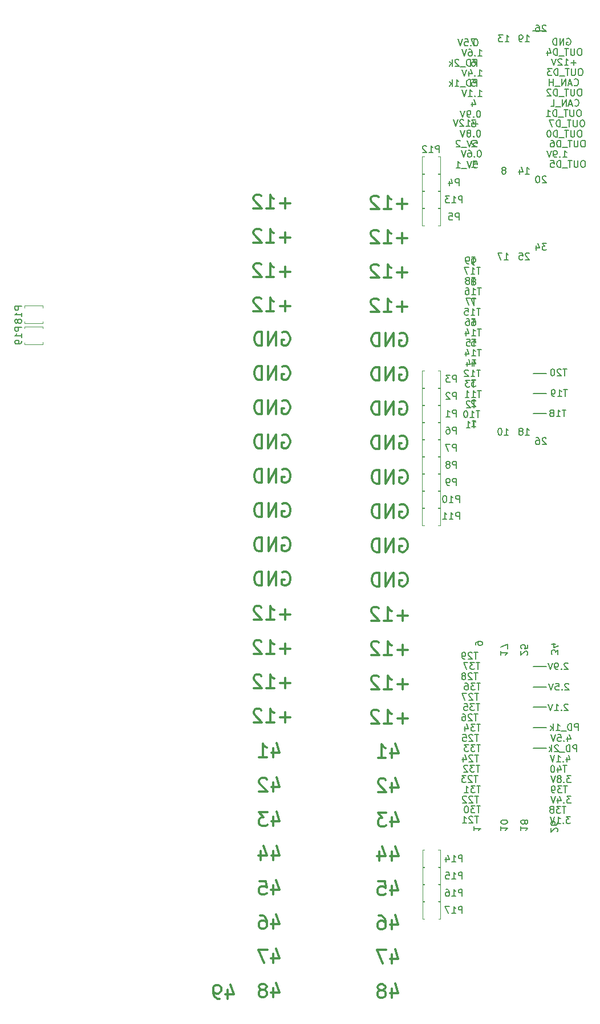
<source format=gbo>
G75*
G70*
%OFA0B0*%
%FSLAX25Y25*%
%IPPOS*%
%LPD*%
%AMOC8*
5,1,8,0,0,1.08239X$1,22.5*
%
%ADD35C,0.00591*%
%ADD36C,0.01181*%
%ADD37C,0.00472*%
X0000000Y0000000D02*
%LPD*%
G01*
D35*
X0674803Y0201969D02*
X0682283Y0201969D01*
X0674803Y0154331D02*
X0682283Y0154331D01*
X0674803Y0361417D02*
X0682283Y0361417D01*
X0674803Y0178346D02*
X0682283Y0178346D01*
X0674409Y0573031D02*
X0681890Y0573031D01*
X0674803Y0190157D02*
X0682283Y0190157D01*
X0674803Y0373228D02*
X0682283Y0373228D01*
X0674803Y0166535D02*
X0682283Y0166535D01*
X0674803Y0349606D02*
X0682283Y0349606D01*
D36*
X0601168Y0411958D02*
X0595169Y0411958D01*
X0598168Y0408958D02*
X0598168Y0414957D01*
X0587295Y0408958D02*
X0591794Y0408958D01*
X0589544Y0408958D02*
X0589544Y0416832D01*
X0589544Y0416832D02*
X0590294Y0415707D01*
X0590294Y0415707D02*
X0591044Y0414957D01*
X0591044Y0414957D02*
X0591794Y0414582D01*
X0584295Y0416082D02*
X0583920Y0416457D01*
X0583920Y0416457D02*
X0583170Y0416832D01*
X0583170Y0416832D02*
X0581295Y0416832D01*
X0581295Y0416832D02*
X0580546Y0416457D01*
X0580546Y0416457D02*
X0580171Y0416082D01*
X0580171Y0416082D02*
X0579796Y0415332D01*
X0579796Y0415332D02*
X0579796Y0414582D01*
X0579796Y0414582D02*
X0580171Y0413458D01*
X0580171Y0413458D02*
X0584670Y0408958D01*
X0584670Y0408958D02*
X0579796Y0408958D01*
D35*
X0694694Y0161070D02*
X0694694Y0158446D01*
X0695632Y0162570D02*
X0696569Y0159758D01*
X0696569Y0159758D02*
X0694132Y0159758D01*
X0692632Y0158821D02*
X0692445Y0158633D01*
X0692445Y0158633D02*
X0692632Y0158446D01*
X0692632Y0158446D02*
X0692820Y0158633D01*
X0692820Y0158633D02*
X0692632Y0158821D01*
X0692632Y0158821D02*
X0692632Y0158446D01*
X0688883Y0162383D02*
X0690757Y0162383D01*
X0690757Y0162383D02*
X0690945Y0160508D01*
X0690945Y0160508D02*
X0690757Y0160695D01*
X0690757Y0160695D02*
X0690382Y0160883D01*
X0690382Y0160883D02*
X0689445Y0160883D01*
X0689445Y0160883D02*
X0689070Y0160695D01*
X0689070Y0160695D02*
X0688883Y0160508D01*
X0688883Y0160508D02*
X0688695Y0160133D01*
X0688695Y0160133D02*
X0688695Y0159196D01*
X0688695Y0159196D02*
X0688883Y0158821D01*
X0688883Y0158821D02*
X0689070Y0158633D01*
X0689070Y0158633D02*
X0689445Y0158446D01*
X0689445Y0158446D02*
X0690382Y0158446D01*
X0690382Y0158446D02*
X0690757Y0158633D01*
X0690757Y0158633D02*
X0690945Y0158821D01*
X0687570Y0162383D02*
X0686258Y0158446D01*
X0686258Y0158446D02*
X0684946Y0162383D01*
X0642351Y0546635D02*
X0644601Y0546635D01*
X0643476Y0546635D02*
X0643476Y0550572D01*
X0643476Y0550572D02*
X0643851Y0550009D01*
X0643851Y0550009D02*
X0644226Y0549634D01*
X0644226Y0549634D02*
X0644601Y0549447D01*
X0640664Y0547010D02*
X0640476Y0546822D01*
X0640476Y0546822D02*
X0640664Y0546635D01*
X0640664Y0546635D02*
X0640851Y0546822D01*
X0640851Y0546822D02*
X0640664Y0547010D01*
X0640664Y0547010D02*
X0640664Y0546635D01*
X0637102Y0549259D02*
X0637102Y0546635D01*
X0638039Y0550759D02*
X0638976Y0547947D01*
X0638976Y0547947D02*
X0636539Y0547947D01*
X0635602Y0550572D02*
X0634289Y0546635D01*
X0634289Y0546635D02*
X0632977Y0550572D01*
X0643851Y0168387D02*
X0641601Y0168387D01*
X0642726Y0164450D02*
X0642726Y0168387D01*
X0640664Y0168387D02*
X0638226Y0168387D01*
X0638226Y0168387D02*
X0639539Y0166887D01*
X0639539Y0166887D02*
X0638976Y0166887D01*
X0638976Y0166887D02*
X0638601Y0166699D01*
X0638601Y0166699D02*
X0638414Y0166512D01*
X0638414Y0166512D02*
X0638226Y0166137D01*
X0638226Y0166137D02*
X0638226Y0165199D01*
X0638226Y0165199D02*
X0638414Y0164824D01*
X0638414Y0164824D02*
X0638601Y0164637D01*
X0638601Y0164637D02*
X0638976Y0164450D01*
X0638976Y0164450D02*
X0640101Y0164450D01*
X0640101Y0164450D02*
X0640476Y0164637D01*
X0640476Y0164637D02*
X0640664Y0164824D01*
X0634852Y0167074D02*
X0634852Y0164450D01*
X0635789Y0168574D02*
X0636727Y0165762D01*
X0636727Y0165762D02*
X0634289Y0165762D01*
X0700881Y0164745D02*
X0700881Y0168682D01*
X0700881Y0168682D02*
X0699381Y0168682D01*
X0699381Y0168682D02*
X0699006Y0168494D01*
X0699006Y0168494D02*
X0698819Y0168307D01*
X0698819Y0168307D02*
X0698631Y0167932D01*
X0698631Y0167932D02*
X0698631Y0167369D01*
X0698631Y0167369D02*
X0698819Y0166995D01*
X0698819Y0166995D02*
X0699006Y0166807D01*
X0699006Y0166807D02*
X0699381Y0166620D01*
X0699381Y0166620D02*
X0700881Y0166620D01*
X0696944Y0164745D02*
X0696944Y0168682D01*
X0696944Y0168682D02*
X0696007Y0168682D01*
X0696007Y0168682D02*
X0695444Y0168494D01*
X0695444Y0168494D02*
X0695069Y0168119D01*
X0695069Y0168119D02*
X0694882Y0167744D01*
X0694882Y0167744D02*
X0694694Y0166995D01*
X0694694Y0166995D02*
X0694694Y0166432D01*
X0694694Y0166432D02*
X0694882Y0165682D01*
X0694882Y0165682D02*
X0695069Y0165307D01*
X0695069Y0165307D02*
X0695444Y0164932D01*
X0695444Y0164932D02*
X0696007Y0164745D01*
X0696007Y0164745D02*
X0696944Y0164745D01*
X0693945Y0164370D02*
X0690945Y0164370D01*
X0687945Y0164745D02*
X0690195Y0164745D01*
X0689070Y0164745D02*
X0689070Y0168682D01*
X0689070Y0168682D02*
X0689445Y0168119D01*
X0689445Y0168119D02*
X0689820Y0167744D01*
X0689820Y0167744D02*
X0690195Y0167557D01*
X0686258Y0164745D02*
X0686258Y0168682D01*
X0685883Y0166245D02*
X0684758Y0164745D01*
X0684758Y0167369D02*
X0686258Y0165870D01*
D36*
X0532644Y0212410D02*
X0526645Y0212410D01*
X0529645Y0209411D02*
X0529645Y0215410D01*
X0518771Y0209411D02*
X0523271Y0209411D01*
X0521021Y0209411D02*
X0521021Y0217285D01*
X0521021Y0217285D02*
X0521771Y0216160D01*
X0521771Y0216160D02*
X0522521Y0215410D01*
X0522521Y0215410D02*
X0523271Y0215035D01*
X0515771Y0216535D02*
X0515397Y0216910D01*
X0515397Y0216910D02*
X0514647Y0217285D01*
X0514647Y0217285D02*
X0512772Y0217285D01*
X0512772Y0217285D02*
X0512022Y0216910D01*
X0512022Y0216910D02*
X0511647Y0216535D01*
X0511647Y0216535D02*
X0511272Y0215785D01*
X0511272Y0215785D02*
X0511272Y0215035D01*
X0511272Y0215035D02*
X0511647Y0213910D01*
X0511647Y0213910D02*
X0516146Y0209411D01*
X0516146Y0209411D02*
X0511272Y0209411D01*
X0596767Y0276378D02*
X0597517Y0276753D01*
X0597517Y0276753D02*
X0598642Y0276753D01*
X0598642Y0276753D02*
X0599767Y0276378D01*
X0599767Y0276378D02*
X0600516Y0275629D01*
X0600516Y0275629D02*
X0600891Y0274879D01*
X0600891Y0274879D02*
X0601266Y0273379D01*
X0601266Y0273379D02*
X0601266Y0272254D01*
X0601266Y0272254D02*
X0600891Y0270754D01*
X0600891Y0270754D02*
X0600516Y0270004D01*
X0600516Y0270004D02*
X0599767Y0269254D01*
X0599767Y0269254D02*
X0598642Y0268879D01*
X0598642Y0268879D02*
X0597892Y0268879D01*
X0597892Y0268879D02*
X0596767Y0269254D01*
X0596767Y0269254D02*
X0596392Y0269629D01*
X0596392Y0269629D02*
X0596392Y0272254D01*
X0596392Y0272254D02*
X0597892Y0272254D01*
X0593017Y0268879D02*
X0593017Y0276753D01*
X0593017Y0276753D02*
X0588518Y0268879D01*
X0588518Y0268879D02*
X0588518Y0276753D01*
X0584768Y0268879D02*
X0584768Y0276753D01*
X0584768Y0276753D02*
X0582894Y0276753D01*
X0582894Y0276753D02*
X0581769Y0276378D01*
X0581769Y0276378D02*
X0581019Y0275629D01*
X0581019Y0275629D02*
X0580644Y0274879D01*
X0580644Y0274879D02*
X0580269Y0273379D01*
X0580269Y0273379D02*
X0580269Y0272254D01*
X0580269Y0272254D02*
X0580644Y0270754D01*
X0580644Y0270754D02*
X0581019Y0270004D01*
X0581019Y0270004D02*
X0581769Y0269254D01*
X0581769Y0269254D02*
X0582894Y0268879D01*
X0582894Y0268879D02*
X0584768Y0268879D01*
X0596669Y0356457D02*
X0597418Y0356832D01*
X0597418Y0356832D02*
X0598543Y0356832D01*
X0598543Y0356832D02*
X0599668Y0356457D01*
X0599668Y0356457D02*
X0600418Y0355707D01*
X0600418Y0355707D02*
X0600793Y0354957D01*
X0600793Y0354957D02*
X0601168Y0353458D01*
X0601168Y0353458D02*
X0601168Y0352333D01*
X0601168Y0352333D02*
X0600793Y0350833D01*
X0600793Y0350833D02*
X0600418Y0350083D01*
X0600418Y0350083D02*
X0599668Y0349333D01*
X0599668Y0349333D02*
X0598543Y0348958D01*
X0598543Y0348958D02*
X0597793Y0348958D01*
X0597793Y0348958D02*
X0596669Y0349333D01*
X0596669Y0349333D02*
X0596294Y0349708D01*
X0596294Y0349708D02*
X0596294Y0352333D01*
X0596294Y0352333D02*
X0597793Y0352333D01*
X0592919Y0348958D02*
X0592919Y0356832D01*
X0592919Y0356832D02*
X0588420Y0348958D01*
X0588420Y0348958D02*
X0588420Y0356832D01*
X0584670Y0348958D02*
X0584670Y0356832D01*
X0584670Y0356832D02*
X0582795Y0356832D01*
X0582795Y0356832D02*
X0581670Y0356457D01*
X0581670Y0356457D02*
X0580921Y0355707D01*
X0580921Y0355707D02*
X0580546Y0354957D01*
X0580546Y0354957D02*
X0580171Y0353458D01*
X0580171Y0353458D02*
X0580171Y0352333D01*
X0580171Y0352333D02*
X0580546Y0350833D01*
X0580546Y0350833D02*
X0580921Y0350083D01*
X0580921Y0350083D02*
X0581670Y0349333D01*
X0581670Y0349333D02*
X0582795Y0348958D01*
X0582795Y0348958D02*
X0584670Y0348958D01*
D35*
X0643851Y0132461D02*
X0641601Y0132461D01*
X0642726Y0128524D02*
X0642726Y0132461D01*
X0640664Y0132461D02*
X0638226Y0132461D01*
X0638226Y0132461D02*
X0639539Y0130962D01*
X0639539Y0130962D02*
X0638976Y0130962D01*
X0638976Y0130962D02*
X0638601Y0130774D01*
X0638601Y0130774D02*
X0638414Y0130587D01*
X0638414Y0130587D02*
X0638226Y0130212D01*
X0638226Y0130212D02*
X0638226Y0129274D01*
X0638226Y0129274D02*
X0638414Y0128899D01*
X0638414Y0128899D02*
X0638601Y0128712D01*
X0638601Y0128712D02*
X0638976Y0128524D01*
X0638976Y0128524D02*
X0640101Y0128524D01*
X0640101Y0128524D02*
X0640476Y0128712D01*
X0640476Y0128712D02*
X0640664Y0128899D01*
X0634477Y0128524D02*
X0636727Y0128524D01*
X0635602Y0128524D02*
X0635602Y0132461D01*
X0635602Y0132461D02*
X0635977Y0131899D01*
X0635977Y0131899D02*
X0636352Y0131524D01*
X0636352Y0131524D02*
X0636727Y0131336D01*
X0643851Y0192402D02*
X0641601Y0192402D01*
X0642726Y0188465D02*
X0642726Y0192402D01*
X0640664Y0192402D02*
X0638226Y0192402D01*
X0638226Y0192402D02*
X0639539Y0190902D01*
X0639539Y0190902D02*
X0638976Y0190902D01*
X0638976Y0190902D02*
X0638601Y0190715D01*
X0638601Y0190715D02*
X0638414Y0190528D01*
X0638414Y0190528D02*
X0638226Y0190153D01*
X0638226Y0190153D02*
X0638226Y0189215D01*
X0638226Y0189215D02*
X0638414Y0188840D01*
X0638414Y0188840D02*
X0638601Y0188653D01*
X0638601Y0188653D02*
X0638976Y0188465D01*
X0638976Y0188465D02*
X0640101Y0188465D01*
X0640101Y0188465D02*
X0640476Y0188653D01*
X0640476Y0188653D02*
X0640664Y0188840D01*
X0634852Y0192402D02*
X0635602Y0192402D01*
X0635602Y0192402D02*
X0635977Y0192215D01*
X0635977Y0192215D02*
X0636164Y0192027D01*
X0636164Y0192027D02*
X0636539Y0191465D01*
X0636539Y0191465D02*
X0636727Y0190715D01*
X0636727Y0190715D02*
X0636727Y0189215D01*
X0636727Y0189215D02*
X0636539Y0188840D01*
X0636539Y0188840D02*
X0636352Y0188653D01*
X0636352Y0188653D02*
X0635977Y0188465D01*
X0635977Y0188465D02*
X0635227Y0188465D01*
X0635227Y0188465D02*
X0634852Y0188653D01*
X0634852Y0188653D02*
X0634664Y0188840D01*
X0634664Y0188840D02*
X0634477Y0189215D01*
X0634477Y0189215D02*
X0634477Y0190153D01*
X0634477Y0190153D02*
X0634664Y0190528D01*
X0634664Y0190528D02*
X0634852Y0190715D01*
X0634852Y0190715D02*
X0635227Y0190902D01*
X0635227Y0190902D02*
X0635977Y0190902D01*
X0635977Y0190902D02*
X0636352Y0190715D01*
X0636352Y0190715D02*
X0636539Y0190528D01*
X0636539Y0190528D02*
X0636727Y0190153D01*
D36*
X0528046Y0356989D02*
X0528796Y0357364D01*
X0528796Y0357364D02*
X0529921Y0357364D01*
X0529921Y0357364D02*
X0531046Y0356989D01*
X0531046Y0356989D02*
X0531796Y0356239D01*
X0531796Y0356239D02*
X0532171Y0355489D01*
X0532171Y0355489D02*
X0532546Y0353989D01*
X0532546Y0353989D02*
X0532546Y0352864D01*
X0532546Y0352864D02*
X0532171Y0351364D01*
X0532171Y0351364D02*
X0531796Y0350614D01*
X0531796Y0350614D02*
X0531046Y0349865D01*
X0531046Y0349865D02*
X0529921Y0349490D01*
X0529921Y0349490D02*
X0529171Y0349490D01*
X0529171Y0349490D02*
X0528046Y0349865D01*
X0528046Y0349865D02*
X0527672Y0350240D01*
X0527672Y0350240D02*
X0527672Y0352864D01*
X0527672Y0352864D02*
X0529171Y0352864D01*
X0524297Y0349490D02*
X0524297Y0357364D01*
X0524297Y0357364D02*
X0519798Y0349490D01*
X0519798Y0349490D02*
X0519798Y0357364D01*
X0516048Y0349490D02*
X0516048Y0357364D01*
X0516048Y0357364D02*
X0514173Y0357364D01*
X0514173Y0357364D02*
X0513048Y0356989D01*
X0513048Y0356989D02*
X0512298Y0356239D01*
X0512298Y0356239D02*
X0511924Y0355489D01*
X0511924Y0355489D02*
X0511549Y0353989D01*
X0511549Y0353989D02*
X0511549Y0352864D01*
X0511549Y0352864D02*
X0511924Y0351364D01*
X0511924Y0351364D02*
X0512298Y0350614D01*
X0512298Y0350614D02*
X0513048Y0349865D01*
X0513048Y0349865D02*
X0514173Y0349490D01*
X0514173Y0349490D02*
X0516048Y0349490D01*
D35*
X0640795Y0429115D02*
X0638545Y0429115D01*
X0639670Y0425178D02*
X0639670Y0429115D01*
X0636670Y0427428D02*
X0637045Y0427615D01*
X0637045Y0427615D02*
X0637233Y0427803D01*
X0637233Y0427803D02*
X0637420Y0428178D01*
X0637420Y0428178D02*
X0637420Y0428365D01*
X0637420Y0428365D02*
X0637233Y0428740D01*
X0637233Y0428740D02*
X0637045Y0428927D01*
X0637045Y0428927D02*
X0636670Y0429115D01*
X0636670Y0429115D02*
X0635921Y0429115D01*
X0635921Y0429115D02*
X0635546Y0428927D01*
X0635546Y0428927D02*
X0635358Y0428740D01*
X0635358Y0428740D02*
X0635171Y0428365D01*
X0635171Y0428365D02*
X0635171Y0428178D01*
X0635171Y0428178D02*
X0635358Y0427803D01*
X0635358Y0427803D02*
X0635546Y0427615D01*
X0635546Y0427615D02*
X0635921Y0427428D01*
X0635921Y0427428D02*
X0636670Y0427428D01*
X0636670Y0427428D02*
X0637045Y0427240D01*
X0637045Y0427240D02*
X0637233Y0427053D01*
X0637233Y0427053D02*
X0637420Y0426678D01*
X0637420Y0426678D02*
X0637420Y0425928D01*
X0637420Y0425928D02*
X0637233Y0425553D01*
X0637233Y0425553D02*
X0637045Y0425365D01*
X0637045Y0425365D02*
X0636670Y0425178D01*
X0636670Y0425178D02*
X0635921Y0425178D01*
X0635921Y0425178D02*
X0635546Y0425365D01*
X0635546Y0425365D02*
X0635358Y0425553D01*
X0635358Y0425553D02*
X0635171Y0425928D01*
X0635171Y0425928D02*
X0635171Y0426678D01*
X0635171Y0426678D02*
X0635358Y0427053D01*
X0635358Y0427053D02*
X0635546Y0427240D01*
X0635546Y0427240D02*
X0635921Y0427428D01*
D36*
X0532546Y0452489D02*
X0526547Y0452489D01*
X0529546Y0449490D02*
X0529546Y0455489D01*
X0518673Y0449490D02*
X0523172Y0449490D01*
X0520922Y0449490D02*
X0520922Y0457364D01*
X0520922Y0457364D02*
X0521672Y0456239D01*
X0521672Y0456239D02*
X0522422Y0455489D01*
X0522422Y0455489D02*
X0523172Y0455114D01*
X0515673Y0456614D02*
X0515298Y0456989D01*
X0515298Y0456989D02*
X0514548Y0457364D01*
X0514548Y0457364D02*
X0512673Y0457364D01*
X0512673Y0457364D02*
X0511924Y0456989D01*
X0511924Y0456989D02*
X0511549Y0456614D01*
X0511549Y0456614D02*
X0511174Y0455864D01*
X0511174Y0455864D02*
X0511174Y0455114D01*
X0511174Y0455114D02*
X0511549Y0453989D01*
X0511549Y0453989D02*
X0516048Y0449490D01*
X0516048Y0449490D02*
X0511174Y0449490D01*
D35*
X0643457Y0204410D02*
X0641207Y0204410D01*
X0642332Y0200473D02*
X0642332Y0204410D01*
X0640270Y0204410D02*
X0637833Y0204410D01*
X0637833Y0204410D02*
X0639145Y0202910D01*
X0639145Y0202910D02*
X0638583Y0202910D01*
X0638583Y0202910D02*
X0638208Y0202723D01*
X0638208Y0202723D02*
X0638020Y0202535D01*
X0638020Y0202535D02*
X0637833Y0202160D01*
X0637833Y0202160D02*
X0637833Y0201223D01*
X0637833Y0201223D02*
X0638020Y0200848D01*
X0638020Y0200848D02*
X0638208Y0200661D01*
X0638208Y0200661D02*
X0638583Y0200473D01*
X0638583Y0200473D02*
X0639708Y0200473D01*
X0639708Y0200473D02*
X0640082Y0200661D01*
X0640082Y0200661D02*
X0640270Y0200848D01*
X0636520Y0204410D02*
X0633896Y0204410D01*
X0633896Y0204410D02*
X0635583Y0200473D01*
D36*
X0601168Y0451958D02*
X0595169Y0451958D01*
X0598168Y0448958D02*
X0598168Y0454957D01*
X0587295Y0448958D02*
X0591794Y0448958D01*
X0589544Y0448958D02*
X0589544Y0456832D01*
X0589544Y0456832D02*
X0590294Y0455707D01*
X0590294Y0455707D02*
X0591044Y0454957D01*
X0591044Y0454957D02*
X0591794Y0454582D01*
X0584295Y0456082D02*
X0583920Y0456457D01*
X0583920Y0456457D02*
X0583170Y0456832D01*
X0583170Y0456832D02*
X0581295Y0456832D01*
X0581295Y0456832D02*
X0580546Y0456457D01*
X0580546Y0456457D02*
X0580171Y0456082D01*
X0580171Y0456082D02*
X0579796Y0455332D01*
X0579796Y0455332D02*
X0579796Y0454582D01*
X0579796Y0454582D02*
X0580171Y0453458D01*
X0580171Y0453458D02*
X0584670Y0448958D01*
X0584670Y0448958D02*
X0579796Y0448958D01*
X0601266Y0211879D02*
X0595267Y0211879D01*
X0598267Y0208879D02*
X0598267Y0214879D01*
X0587393Y0208879D02*
X0591893Y0208879D01*
X0589643Y0208879D02*
X0589643Y0216753D01*
X0589643Y0216753D02*
X0590393Y0215629D01*
X0590393Y0215629D02*
X0591143Y0214879D01*
X0591143Y0214879D02*
X0591893Y0214504D01*
X0584394Y0216003D02*
X0584019Y0216378D01*
X0584019Y0216378D02*
X0583269Y0216753D01*
X0583269Y0216753D02*
X0581394Y0216753D01*
X0581394Y0216753D02*
X0580644Y0216378D01*
X0580644Y0216378D02*
X0580269Y0216003D01*
X0580269Y0216003D02*
X0579894Y0215254D01*
X0579894Y0215254D02*
X0579894Y0214504D01*
X0579894Y0214504D02*
X0580269Y0213379D01*
X0580269Y0213379D02*
X0584768Y0208879D01*
X0584768Y0208879D02*
X0579894Y0208879D01*
D35*
X0642276Y0138465D02*
X0640026Y0138465D01*
X0641151Y0134528D02*
X0641151Y0138465D01*
X0638901Y0138090D02*
X0638714Y0138278D01*
X0638714Y0138278D02*
X0638339Y0138465D01*
X0638339Y0138465D02*
X0637402Y0138465D01*
X0637402Y0138465D02*
X0637027Y0138278D01*
X0637027Y0138278D02*
X0636839Y0138090D01*
X0636839Y0138090D02*
X0636652Y0137715D01*
X0636652Y0137715D02*
X0636652Y0137340D01*
X0636652Y0137340D02*
X0636839Y0136778D01*
X0636839Y0136778D02*
X0639089Y0134528D01*
X0639089Y0134528D02*
X0636652Y0134528D01*
X0635339Y0138465D02*
X0632902Y0138465D01*
X0632902Y0138465D02*
X0634214Y0136965D01*
X0634214Y0136965D02*
X0633652Y0136965D01*
X0633652Y0136965D02*
X0633277Y0136778D01*
X0633277Y0136778D02*
X0633090Y0136591D01*
X0633090Y0136591D02*
X0632902Y0136216D01*
X0632902Y0136216D02*
X0632902Y0135278D01*
X0632902Y0135278D02*
X0633090Y0134903D01*
X0633090Y0134903D02*
X0633277Y0134716D01*
X0633277Y0134716D02*
X0633652Y0134528D01*
X0633652Y0134528D02*
X0634777Y0134528D01*
X0634777Y0134528D02*
X0635152Y0134716D01*
X0635152Y0134716D02*
X0635339Y0134903D01*
D36*
X0522722Y0134345D02*
X0522722Y0129096D01*
X0524597Y0137345D02*
X0526472Y0131721D01*
X0526472Y0131721D02*
X0521597Y0131721D01*
X0518973Y0136220D02*
X0518598Y0136595D01*
X0518598Y0136595D02*
X0517848Y0136970D01*
X0517848Y0136970D02*
X0515973Y0136970D01*
X0515973Y0136970D02*
X0515223Y0136595D01*
X0515223Y0136595D02*
X0514848Y0136220D01*
X0514848Y0136220D02*
X0514473Y0135470D01*
X0514473Y0135470D02*
X0514473Y0134720D01*
X0514473Y0134720D02*
X0514848Y0133595D01*
X0514848Y0133595D02*
X0519348Y0129096D01*
X0519348Y0129096D02*
X0514473Y0129096D01*
D35*
X0694994Y0179823D02*
X0694807Y0180010D01*
X0694807Y0180010D02*
X0694432Y0180198D01*
X0694432Y0180198D02*
X0693495Y0180198D01*
X0693495Y0180198D02*
X0693120Y0180010D01*
X0693120Y0180010D02*
X0692932Y0179823D01*
X0692932Y0179823D02*
X0692745Y0179448D01*
X0692745Y0179448D02*
X0692745Y0179073D01*
X0692745Y0179073D02*
X0692932Y0178510D01*
X0692932Y0178510D02*
X0695182Y0176261D01*
X0695182Y0176261D02*
X0692745Y0176261D01*
X0691057Y0176636D02*
X0690870Y0176448D01*
X0690870Y0176448D02*
X0691057Y0176261D01*
X0691057Y0176261D02*
X0691245Y0176448D01*
X0691245Y0176448D02*
X0691057Y0176636D01*
X0691057Y0176636D02*
X0691057Y0176261D01*
X0687120Y0176261D02*
X0689370Y0176261D01*
X0688245Y0176261D02*
X0688245Y0180198D01*
X0688245Y0180198D02*
X0688620Y0179635D01*
X0688620Y0179635D02*
X0688995Y0179260D01*
X0688995Y0179260D02*
X0689370Y0179073D01*
X0685995Y0180198D02*
X0684683Y0176261D01*
X0684683Y0176261D02*
X0683371Y0180198D01*
D36*
X0528145Y0276910D02*
X0528895Y0277285D01*
X0528895Y0277285D02*
X0530020Y0277285D01*
X0530020Y0277285D02*
X0531145Y0276910D01*
X0531145Y0276910D02*
X0531894Y0276160D01*
X0531894Y0276160D02*
X0532269Y0275410D01*
X0532269Y0275410D02*
X0532644Y0273910D01*
X0532644Y0273910D02*
X0532644Y0272785D01*
X0532644Y0272785D02*
X0532269Y0271286D01*
X0532269Y0271286D02*
X0531894Y0270536D01*
X0531894Y0270536D02*
X0531145Y0269786D01*
X0531145Y0269786D02*
X0530020Y0269411D01*
X0530020Y0269411D02*
X0529270Y0269411D01*
X0529270Y0269411D02*
X0528145Y0269786D01*
X0528145Y0269786D02*
X0527770Y0270161D01*
X0527770Y0270161D02*
X0527770Y0272785D01*
X0527770Y0272785D02*
X0529270Y0272785D01*
X0524395Y0269411D02*
X0524395Y0277285D01*
X0524395Y0277285D02*
X0519896Y0269411D01*
X0519896Y0269411D02*
X0519896Y0277285D01*
X0516146Y0269411D02*
X0516146Y0277285D01*
X0516146Y0277285D02*
X0514272Y0277285D01*
X0514272Y0277285D02*
X0513147Y0276910D01*
X0513147Y0276910D02*
X0512397Y0276160D01*
X0512397Y0276160D02*
X0512022Y0275410D01*
X0512022Y0275410D02*
X0511647Y0273910D01*
X0511647Y0273910D02*
X0511647Y0272785D01*
X0511647Y0272785D02*
X0512022Y0271286D01*
X0512022Y0271286D02*
X0512397Y0270536D01*
X0512397Y0270536D02*
X0513147Y0269786D01*
X0513147Y0269786D02*
X0514272Y0269411D01*
X0514272Y0269411D02*
X0516146Y0269411D01*
X0601168Y0471958D02*
X0595169Y0471958D01*
X0598168Y0468958D02*
X0598168Y0474957D01*
X0587295Y0468958D02*
X0591794Y0468958D01*
X0589544Y0468958D02*
X0589544Y0476832D01*
X0589544Y0476832D02*
X0590294Y0475707D01*
X0590294Y0475707D02*
X0591044Y0474957D01*
X0591044Y0474957D02*
X0591794Y0474582D01*
X0584295Y0476082D02*
X0583920Y0476457D01*
X0583920Y0476457D02*
X0583170Y0476832D01*
X0583170Y0476832D02*
X0581295Y0476832D01*
X0581295Y0476832D02*
X0580546Y0476457D01*
X0580546Y0476457D02*
X0580171Y0476082D01*
X0580171Y0476082D02*
X0579796Y0475332D01*
X0579796Y0475332D02*
X0579796Y0474582D01*
X0579796Y0474582D02*
X0580171Y0473458D01*
X0580171Y0473458D02*
X0584670Y0468958D01*
X0584670Y0468958D02*
X0579796Y0468958D01*
D35*
X0643851Y0411103D02*
X0641601Y0411103D01*
X0642726Y0407166D02*
X0642726Y0411103D01*
X0638226Y0407166D02*
X0640476Y0407166D01*
X0639351Y0407166D02*
X0639351Y0411103D01*
X0639351Y0411103D02*
X0639726Y0410541D01*
X0639726Y0410541D02*
X0640101Y0410166D01*
X0640101Y0410166D02*
X0640476Y0409978D01*
X0634664Y0411103D02*
X0636539Y0411103D01*
X0636539Y0411103D02*
X0636727Y0409228D01*
X0636727Y0409228D02*
X0636539Y0409416D01*
X0636539Y0409416D02*
X0636164Y0409603D01*
X0636164Y0409603D02*
X0635227Y0409603D01*
X0635227Y0409603D02*
X0634852Y0409416D01*
X0634852Y0409416D02*
X0634664Y0409228D01*
X0634664Y0409228D02*
X0634477Y0408853D01*
X0634477Y0408853D02*
X0634477Y0407916D01*
X0634477Y0407916D02*
X0634664Y0407541D01*
X0634664Y0407541D02*
X0634852Y0407354D01*
X0634852Y0407354D02*
X0635227Y0407166D01*
X0635227Y0407166D02*
X0636164Y0407166D01*
X0636164Y0407166D02*
X0636539Y0407354D01*
X0636539Y0407354D02*
X0636727Y0407541D01*
X0704162Y0509233D02*
X0703412Y0509233D01*
X0703412Y0509233D02*
X0703037Y0509046D01*
X0703037Y0509046D02*
X0702662Y0508671D01*
X0702662Y0508671D02*
X0702475Y0507921D01*
X0702475Y0507921D02*
X0702475Y0506608D01*
X0702475Y0506608D02*
X0702662Y0505858D01*
X0702662Y0505858D02*
X0703037Y0505483D01*
X0703037Y0505483D02*
X0703412Y0505296D01*
X0703412Y0505296D02*
X0704162Y0505296D01*
X0704162Y0505296D02*
X0704537Y0505483D01*
X0704537Y0505483D02*
X0704912Y0505858D01*
X0704912Y0505858D02*
X0705099Y0506608D01*
X0705099Y0506608D02*
X0705099Y0507921D01*
X0705099Y0507921D02*
X0704912Y0508671D01*
X0704912Y0508671D02*
X0704537Y0509046D01*
X0704537Y0509046D02*
X0704162Y0509233D01*
X0700787Y0509233D02*
X0700787Y0506046D01*
X0700787Y0506046D02*
X0700600Y0505671D01*
X0700600Y0505671D02*
X0700412Y0505483D01*
X0700412Y0505483D02*
X0700037Y0505296D01*
X0700037Y0505296D02*
X0699288Y0505296D01*
X0699288Y0505296D02*
X0698913Y0505483D01*
X0698913Y0505483D02*
X0698725Y0505671D01*
X0698725Y0505671D02*
X0698538Y0506046D01*
X0698538Y0506046D02*
X0698538Y0509233D01*
X0697225Y0509233D02*
X0694976Y0509233D01*
X0696100Y0505296D02*
X0696100Y0509233D01*
X0694601Y0504921D02*
X0691601Y0504921D01*
X0690664Y0505296D02*
X0690664Y0509233D01*
X0690664Y0509233D02*
X0689726Y0509233D01*
X0689726Y0509233D02*
X0689164Y0509046D01*
X0689164Y0509046D02*
X0688789Y0508671D01*
X0688789Y0508671D02*
X0688601Y0508296D01*
X0688601Y0508296D02*
X0688414Y0507546D01*
X0688414Y0507546D02*
X0688414Y0506983D01*
X0688414Y0506983D02*
X0688601Y0506233D01*
X0688601Y0506233D02*
X0688789Y0505858D01*
X0688789Y0505858D02*
X0689164Y0505483D01*
X0689164Y0505483D02*
X0689726Y0505296D01*
X0689726Y0505296D02*
X0690664Y0505296D01*
X0685039Y0509233D02*
X0685789Y0509233D01*
X0685789Y0509233D02*
X0686164Y0509046D01*
X0686164Y0509046D02*
X0686352Y0508858D01*
X0686352Y0508858D02*
X0686727Y0508296D01*
X0686727Y0508296D02*
X0686914Y0507546D01*
X0686914Y0507546D02*
X0686914Y0506046D01*
X0686914Y0506046D02*
X0686727Y0505671D01*
X0686727Y0505671D02*
X0686539Y0505483D01*
X0686539Y0505483D02*
X0686164Y0505296D01*
X0686164Y0505296D02*
X0685414Y0505296D01*
X0685414Y0505296D02*
X0685039Y0505483D01*
X0685039Y0505483D02*
X0684852Y0505671D01*
X0684852Y0505671D02*
X0684664Y0506046D01*
X0684664Y0506046D02*
X0684664Y0506983D01*
X0684664Y0506983D02*
X0684852Y0507358D01*
X0684852Y0507358D02*
X0685039Y0507546D01*
X0685039Y0507546D02*
X0685414Y0507733D01*
X0685414Y0507733D02*
X0686164Y0507733D01*
X0686164Y0507733D02*
X0686539Y0507546D01*
X0686539Y0507546D02*
X0686727Y0507358D01*
X0686727Y0507358D02*
X0686914Y0506983D01*
D36*
X0592013Y0053952D02*
X0592013Y0048702D01*
X0593888Y0056951D02*
X0595763Y0051327D01*
X0595763Y0051327D02*
X0590889Y0051327D01*
X0584514Y0056576D02*
X0586014Y0056576D01*
X0586014Y0056576D02*
X0586764Y0056201D01*
X0586764Y0056201D02*
X0587139Y0055826D01*
X0587139Y0055826D02*
X0587889Y0054701D01*
X0587889Y0054701D02*
X0588264Y0053202D01*
X0588264Y0053202D02*
X0588264Y0050202D01*
X0588264Y0050202D02*
X0587889Y0049452D01*
X0587889Y0049452D02*
X0587514Y0049077D01*
X0587514Y0049077D02*
X0586764Y0048702D01*
X0586764Y0048702D02*
X0585264Y0048702D01*
X0585264Y0048702D02*
X0584514Y0049077D01*
X0584514Y0049077D02*
X0584139Y0049452D01*
X0584139Y0049452D02*
X0583765Y0050202D01*
X0583765Y0050202D02*
X0583765Y0052077D01*
X0583765Y0052077D02*
X0584139Y0052827D01*
X0584139Y0052827D02*
X0584514Y0053202D01*
X0584514Y0053202D02*
X0585264Y0053577D01*
X0585264Y0053577D02*
X0586764Y0053577D01*
X0586764Y0053577D02*
X0587514Y0053202D01*
X0587514Y0053202D02*
X0587889Y0052827D01*
X0587889Y0052827D02*
X0588264Y0052077D01*
X0528145Y0296910D02*
X0528895Y0297285D01*
X0528895Y0297285D02*
X0530020Y0297285D01*
X0530020Y0297285D02*
X0531145Y0296910D01*
X0531145Y0296910D02*
X0531894Y0296160D01*
X0531894Y0296160D02*
X0532269Y0295410D01*
X0532269Y0295410D02*
X0532644Y0293910D01*
X0532644Y0293910D02*
X0532644Y0292785D01*
X0532644Y0292785D02*
X0532269Y0291286D01*
X0532269Y0291286D02*
X0531894Y0290536D01*
X0531894Y0290536D02*
X0531145Y0289786D01*
X0531145Y0289786D02*
X0530020Y0289411D01*
X0530020Y0289411D02*
X0529270Y0289411D01*
X0529270Y0289411D02*
X0528145Y0289786D01*
X0528145Y0289786D02*
X0527770Y0290161D01*
X0527770Y0290161D02*
X0527770Y0292785D01*
X0527770Y0292785D02*
X0529270Y0292785D01*
X0524395Y0289411D02*
X0524395Y0297285D01*
X0524395Y0297285D02*
X0519896Y0289411D01*
X0519896Y0289411D02*
X0519896Y0297285D01*
X0516146Y0289411D02*
X0516146Y0297285D01*
X0516146Y0297285D02*
X0514272Y0297285D01*
X0514272Y0297285D02*
X0513147Y0296910D01*
X0513147Y0296910D02*
X0512397Y0296160D01*
X0512397Y0296160D02*
X0512022Y0295410D01*
X0512022Y0295410D02*
X0511647Y0293910D01*
X0511647Y0293910D02*
X0511647Y0292785D01*
X0511647Y0292785D02*
X0512022Y0291286D01*
X0512022Y0291286D02*
X0512397Y0290536D01*
X0512397Y0290536D02*
X0513147Y0289786D01*
X0513147Y0289786D02*
X0514272Y0289411D01*
X0514272Y0289411D02*
X0516146Y0289411D01*
X0528046Y0336989D02*
X0528796Y0337364D01*
X0528796Y0337364D02*
X0529921Y0337364D01*
X0529921Y0337364D02*
X0531046Y0336989D01*
X0531046Y0336989D02*
X0531796Y0336239D01*
X0531796Y0336239D02*
X0532171Y0335489D01*
X0532171Y0335489D02*
X0532546Y0333989D01*
X0532546Y0333989D02*
X0532546Y0332864D01*
X0532546Y0332864D02*
X0532171Y0331364D01*
X0532171Y0331364D02*
X0531796Y0330614D01*
X0531796Y0330614D02*
X0531046Y0329865D01*
X0531046Y0329865D02*
X0529921Y0329490D01*
X0529921Y0329490D02*
X0529171Y0329490D01*
X0529171Y0329490D02*
X0528046Y0329865D01*
X0528046Y0329865D02*
X0527672Y0330240D01*
X0527672Y0330240D02*
X0527672Y0332864D01*
X0527672Y0332864D02*
X0529171Y0332864D01*
X0524297Y0329490D02*
X0524297Y0337364D01*
X0524297Y0337364D02*
X0519798Y0329490D01*
X0519798Y0329490D02*
X0519798Y0337364D01*
X0516048Y0329490D02*
X0516048Y0337364D01*
X0516048Y0337364D02*
X0514173Y0337364D01*
X0514173Y0337364D02*
X0513048Y0336989D01*
X0513048Y0336989D02*
X0512298Y0336239D01*
X0512298Y0336239D02*
X0511924Y0335489D01*
X0511924Y0335489D02*
X0511549Y0333989D01*
X0511549Y0333989D02*
X0511549Y0332864D01*
X0511549Y0332864D02*
X0511924Y0331364D01*
X0511924Y0331364D02*
X0512298Y0330614D01*
X0512298Y0330614D02*
X0513048Y0329865D01*
X0513048Y0329865D02*
X0514173Y0329490D01*
X0514173Y0329490D02*
X0516048Y0329490D01*
X0601266Y0231879D02*
X0595267Y0231879D01*
X0598267Y0228879D02*
X0598267Y0234879D01*
X0587393Y0228879D02*
X0591893Y0228879D01*
X0589643Y0228879D02*
X0589643Y0236753D01*
X0589643Y0236753D02*
X0590393Y0235629D01*
X0590393Y0235629D02*
X0591143Y0234879D01*
X0591143Y0234879D02*
X0591893Y0234504D01*
X0584394Y0236003D02*
X0584019Y0236378D01*
X0584019Y0236378D02*
X0583269Y0236753D01*
X0583269Y0236753D02*
X0581394Y0236753D01*
X0581394Y0236753D02*
X0580644Y0236378D01*
X0580644Y0236378D02*
X0580269Y0236003D01*
X0580269Y0236003D02*
X0579894Y0235254D01*
X0579894Y0235254D02*
X0579894Y0234504D01*
X0579894Y0234504D02*
X0580269Y0233379D01*
X0580269Y0233379D02*
X0584768Y0228879D01*
X0584768Y0228879D02*
X0579894Y0228879D01*
D35*
X0643457Y0180394D02*
X0641207Y0180394D01*
X0642332Y0176457D02*
X0642332Y0180394D01*
X0640270Y0180394D02*
X0637833Y0180394D01*
X0637833Y0180394D02*
X0639145Y0178895D01*
X0639145Y0178895D02*
X0638583Y0178895D01*
X0638583Y0178895D02*
X0638208Y0178707D01*
X0638208Y0178707D02*
X0638020Y0178520D01*
X0638020Y0178520D02*
X0637833Y0178145D01*
X0637833Y0178145D02*
X0637833Y0177207D01*
X0637833Y0177207D02*
X0638020Y0176832D01*
X0638020Y0176832D02*
X0638208Y0176645D01*
X0638208Y0176645D02*
X0638583Y0176457D01*
X0638583Y0176457D02*
X0639708Y0176457D01*
X0639708Y0176457D02*
X0640082Y0176645D01*
X0640082Y0176645D02*
X0640270Y0176832D01*
X0634271Y0180394D02*
X0636145Y0180394D01*
X0636145Y0180394D02*
X0636333Y0178520D01*
X0636333Y0178520D02*
X0636145Y0178707D01*
X0636145Y0178707D02*
X0635771Y0178895D01*
X0635771Y0178895D02*
X0634833Y0178895D01*
X0634833Y0178895D02*
X0634458Y0178707D01*
X0634458Y0178707D02*
X0634271Y0178520D01*
X0634271Y0178520D02*
X0634083Y0178145D01*
X0634083Y0178145D02*
X0634083Y0177207D01*
X0634083Y0177207D02*
X0634271Y0176832D01*
X0634271Y0176832D02*
X0634458Y0176645D01*
X0634458Y0176645D02*
X0634833Y0176457D01*
X0634833Y0176457D02*
X0635771Y0176457D01*
X0635771Y0176457D02*
X0636145Y0176645D01*
X0636145Y0176645D02*
X0636333Y0176832D01*
X0642670Y0162383D02*
X0640420Y0162383D01*
X0641545Y0158446D02*
X0641545Y0162383D01*
X0639295Y0162008D02*
X0639108Y0162195D01*
X0639108Y0162195D02*
X0638733Y0162383D01*
X0638733Y0162383D02*
X0637795Y0162383D01*
X0637795Y0162383D02*
X0637420Y0162195D01*
X0637420Y0162195D02*
X0637233Y0162008D01*
X0637233Y0162008D02*
X0637045Y0161633D01*
X0637045Y0161633D02*
X0637045Y0161258D01*
X0637045Y0161258D02*
X0637233Y0160695D01*
X0637233Y0160695D02*
X0639483Y0158446D01*
X0639483Y0158446D02*
X0637045Y0158446D01*
X0633483Y0162383D02*
X0635358Y0162383D01*
X0635358Y0162383D02*
X0635546Y0160508D01*
X0635546Y0160508D02*
X0635358Y0160695D01*
X0635358Y0160695D02*
X0634983Y0160883D01*
X0634983Y0160883D02*
X0634046Y0160883D01*
X0634046Y0160883D02*
X0633671Y0160695D01*
X0633671Y0160695D02*
X0633483Y0160508D01*
X0633483Y0160508D02*
X0633296Y0160133D01*
X0633296Y0160133D02*
X0633296Y0159196D01*
X0633296Y0159196D02*
X0633483Y0158821D01*
X0633483Y0158821D02*
X0633671Y0158633D01*
X0633671Y0158633D02*
X0634046Y0158446D01*
X0634046Y0158446D02*
X0634983Y0158446D01*
X0634983Y0158446D02*
X0635358Y0158633D01*
X0635358Y0158633D02*
X0635546Y0158821D01*
D36*
X0592013Y0033952D02*
X0592013Y0028702D01*
X0593888Y0036951D02*
X0595763Y0031327D01*
X0595763Y0031327D02*
X0590889Y0031327D01*
X0588639Y0036576D02*
X0583390Y0036576D01*
X0583390Y0036576D02*
X0586764Y0028702D01*
D35*
X0640795Y0405099D02*
X0638545Y0405099D01*
X0639670Y0401162D02*
X0639670Y0405099D01*
X0635546Y0405099D02*
X0636295Y0405099D01*
X0636295Y0405099D02*
X0636670Y0404912D01*
X0636670Y0404912D02*
X0636858Y0404724D01*
X0636858Y0404724D02*
X0637233Y0404162D01*
X0637233Y0404162D02*
X0637420Y0403412D01*
X0637420Y0403412D02*
X0637420Y0401912D01*
X0637420Y0401912D02*
X0637233Y0401537D01*
X0637233Y0401537D02*
X0637045Y0401350D01*
X0637045Y0401350D02*
X0636670Y0401162D01*
X0636670Y0401162D02*
X0635921Y0401162D01*
X0635921Y0401162D02*
X0635546Y0401350D01*
X0635546Y0401350D02*
X0635358Y0401537D01*
X0635358Y0401537D02*
X0635171Y0401912D01*
X0635171Y0401912D02*
X0635171Y0402849D01*
X0635171Y0402849D02*
X0635358Y0403224D01*
X0635358Y0403224D02*
X0635546Y0403412D01*
X0635546Y0403412D02*
X0635921Y0403599D01*
X0635921Y0403599D02*
X0636670Y0403599D01*
X0636670Y0403599D02*
X0637045Y0403412D01*
X0637045Y0403412D02*
X0637233Y0403224D01*
X0637233Y0403224D02*
X0637420Y0402849D01*
D36*
X0532546Y0472489D02*
X0526547Y0472489D01*
X0529546Y0469490D02*
X0529546Y0475489D01*
X0518673Y0469490D02*
X0523172Y0469490D01*
X0520922Y0469490D02*
X0520922Y0477364D01*
X0520922Y0477364D02*
X0521672Y0476239D01*
X0521672Y0476239D02*
X0522422Y0475489D01*
X0522422Y0475489D02*
X0523172Y0475114D01*
X0515673Y0476614D02*
X0515298Y0476989D01*
X0515298Y0476989D02*
X0514548Y0477364D01*
X0514548Y0477364D02*
X0512673Y0477364D01*
X0512673Y0477364D02*
X0511924Y0476989D01*
X0511924Y0476989D02*
X0511549Y0476614D01*
X0511549Y0476614D02*
X0511174Y0475864D01*
X0511174Y0475864D02*
X0511174Y0475114D01*
X0511174Y0475114D02*
X0511549Y0473989D01*
X0511549Y0473989D02*
X0516048Y0469490D01*
X0516048Y0469490D02*
X0511174Y0469490D01*
X0601266Y0191879D02*
X0595267Y0191879D01*
X0598267Y0188879D02*
X0598267Y0194879D01*
X0587393Y0188879D02*
X0591893Y0188879D01*
X0589643Y0188879D02*
X0589643Y0196753D01*
X0589643Y0196753D02*
X0590393Y0195629D01*
X0590393Y0195629D02*
X0591143Y0194879D01*
X0591143Y0194879D02*
X0591893Y0194504D01*
X0584394Y0196003D02*
X0584019Y0196378D01*
X0584019Y0196378D02*
X0583269Y0196753D01*
X0583269Y0196753D02*
X0581394Y0196753D01*
X0581394Y0196753D02*
X0580644Y0196378D01*
X0580644Y0196378D02*
X0580269Y0196003D01*
X0580269Y0196003D02*
X0579894Y0195254D01*
X0579894Y0195254D02*
X0579894Y0194504D01*
X0579894Y0194504D02*
X0580269Y0193379D01*
X0580269Y0193379D02*
X0584768Y0188879D01*
X0584768Y0188879D02*
X0579894Y0188879D01*
D35*
X0694244Y0375670D02*
X0691995Y0375670D01*
X0693120Y0371733D02*
X0693120Y0375670D01*
X0690870Y0375295D02*
X0690682Y0375483D01*
X0690682Y0375483D02*
X0690307Y0375670D01*
X0690307Y0375670D02*
X0689370Y0375670D01*
X0689370Y0375670D02*
X0688995Y0375483D01*
X0688995Y0375483D02*
X0688808Y0375295D01*
X0688808Y0375295D02*
X0688620Y0374920D01*
X0688620Y0374920D02*
X0688620Y0374545D01*
X0688620Y0374545D02*
X0688808Y0373983D01*
X0688808Y0373983D02*
X0691057Y0371733D01*
X0691057Y0371733D02*
X0688620Y0371733D01*
X0686183Y0375670D02*
X0685808Y0375670D01*
X0685808Y0375670D02*
X0685433Y0375483D01*
X0685433Y0375483D02*
X0685246Y0375295D01*
X0685246Y0375295D02*
X0685058Y0374920D01*
X0685058Y0374920D02*
X0684871Y0374170D01*
X0684871Y0374170D02*
X0684871Y0373233D01*
X0684871Y0373233D02*
X0685058Y0372483D01*
X0685058Y0372483D02*
X0685246Y0372108D01*
X0685246Y0372108D02*
X0685433Y0371920D01*
X0685433Y0371920D02*
X0685808Y0371733D01*
X0685808Y0371733D02*
X0686183Y0371733D01*
X0686183Y0371733D02*
X0686558Y0371920D01*
X0686558Y0371920D02*
X0686745Y0372108D01*
X0686745Y0372108D02*
X0686933Y0372483D01*
X0686933Y0372483D02*
X0687120Y0373233D01*
X0687120Y0373233D02*
X0687120Y0374170D01*
X0687120Y0374170D02*
X0686933Y0374920D01*
X0686933Y0374920D02*
X0686745Y0375295D01*
X0686745Y0375295D02*
X0686558Y0375483D01*
X0686558Y0375483D02*
X0686183Y0375670D01*
X0643851Y0375178D02*
X0641601Y0375178D01*
X0642726Y0371241D02*
X0642726Y0375178D01*
X0638226Y0371241D02*
X0640476Y0371241D01*
X0639351Y0371241D02*
X0639351Y0375178D01*
X0639351Y0375178D02*
X0639726Y0374615D01*
X0639726Y0374615D02*
X0640101Y0374240D01*
X0640101Y0374240D02*
X0640476Y0374053D01*
X0636727Y0374803D02*
X0636539Y0374990D01*
X0636539Y0374990D02*
X0636164Y0375178D01*
X0636164Y0375178D02*
X0635227Y0375178D01*
X0635227Y0375178D02*
X0634852Y0374990D01*
X0634852Y0374990D02*
X0634664Y0374803D01*
X0634664Y0374803D02*
X0634477Y0374428D01*
X0634477Y0374428D02*
X0634477Y0374053D01*
X0634477Y0374053D02*
X0634664Y0373491D01*
X0634664Y0373491D02*
X0636914Y0371241D01*
X0636914Y0371241D02*
X0634477Y0371241D01*
X0642670Y0150473D02*
X0640420Y0150473D01*
X0641545Y0146536D02*
X0641545Y0150473D01*
X0639295Y0150098D02*
X0639108Y0150286D01*
X0639108Y0150286D02*
X0638733Y0150473D01*
X0638733Y0150473D02*
X0637795Y0150473D01*
X0637795Y0150473D02*
X0637420Y0150286D01*
X0637420Y0150286D02*
X0637233Y0150098D01*
X0637233Y0150098D02*
X0637045Y0149723D01*
X0637045Y0149723D02*
X0637045Y0149348D01*
X0637045Y0149348D02*
X0637233Y0148786D01*
X0637233Y0148786D02*
X0639483Y0146536D01*
X0639483Y0146536D02*
X0637045Y0146536D01*
X0633671Y0149161D02*
X0633671Y0146536D01*
X0634608Y0150661D02*
X0635546Y0147848D01*
X0635546Y0147848D02*
X0633108Y0147848D01*
D36*
X0495951Y0013479D02*
X0495951Y0008230D01*
X0497825Y0016479D02*
X0499700Y0010854D01*
X0499700Y0010854D02*
X0494826Y0010854D01*
X0491451Y0008230D02*
X0489951Y0008230D01*
X0489951Y0008230D02*
X0489201Y0008605D01*
X0489201Y0008605D02*
X0488826Y0008980D01*
X0488826Y0008980D02*
X0488076Y0010105D01*
X0488076Y0010105D02*
X0487702Y0011604D01*
X0487702Y0011604D02*
X0487702Y0014604D01*
X0487702Y0014604D02*
X0488076Y0015354D01*
X0488076Y0015354D02*
X0488451Y0015729D01*
X0488451Y0015729D02*
X0489201Y0016104D01*
X0489201Y0016104D02*
X0490701Y0016104D01*
X0490701Y0016104D02*
X0491451Y0015729D01*
X0491451Y0015729D02*
X0491826Y0015354D01*
X0491826Y0015354D02*
X0492201Y0014604D01*
X0492201Y0014604D02*
X0492201Y0012729D01*
X0492201Y0012729D02*
X0491826Y0011979D01*
X0491826Y0011979D02*
X0491451Y0011604D01*
X0491451Y0011604D02*
X0490701Y0011229D01*
X0490701Y0011229D02*
X0489201Y0011229D01*
X0489201Y0011229D02*
X0488451Y0011604D01*
X0488451Y0011604D02*
X0488076Y0011979D01*
X0488076Y0011979D02*
X0487702Y0012729D01*
D35*
X0694338Y0568494D02*
X0694713Y0568682D01*
X0694713Y0568682D02*
X0695276Y0568682D01*
X0695276Y0568682D02*
X0695838Y0568494D01*
X0695838Y0568494D02*
X0696213Y0568119D01*
X0696213Y0568119D02*
X0696400Y0567744D01*
X0696400Y0567744D02*
X0696588Y0566995D01*
X0696588Y0566995D02*
X0696588Y0566432D01*
X0696588Y0566432D02*
X0696400Y0565682D01*
X0696400Y0565682D02*
X0696213Y0565307D01*
X0696213Y0565307D02*
X0695838Y0564932D01*
X0695838Y0564932D02*
X0695276Y0564745D01*
X0695276Y0564745D02*
X0694901Y0564745D01*
X0694901Y0564745D02*
X0694338Y0564932D01*
X0694338Y0564932D02*
X0694151Y0565120D01*
X0694151Y0565120D02*
X0694151Y0566432D01*
X0694151Y0566432D02*
X0694901Y0566432D01*
X0692463Y0564745D02*
X0692463Y0568682D01*
X0692463Y0568682D02*
X0690214Y0564745D01*
X0690214Y0564745D02*
X0690214Y0568682D01*
X0688339Y0564745D02*
X0688339Y0568682D01*
X0688339Y0568682D02*
X0687402Y0568682D01*
X0687402Y0568682D02*
X0686839Y0568494D01*
X0686839Y0568494D02*
X0686464Y0568119D01*
X0686464Y0568119D02*
X0686277Y0567744D01*
X0686277Y0567744D02*
X0686089Y0566995D01*
X0686089Y0566995D02*
X0686089Y0566432D01*
X0686089Y0566432D02*
X0686277Y0565682D01*
X0686277Y0565682D02*
X0686464Y0565307D01*
X0686464Y0565307D02*
X0686839Y0564932D01*
X0686839Y0564932D02*
X0687402Y0564745D01*
X0687402Y0564745D02*
X0688339Y0564745D01*
D36*
X0522624Y0034267D02*
X0522624Y0029017D01*
X0524498Y0037266D02*
X0526373Y0031642D01*
X0526373Y0031642D02*
X0521499Y0031642D01*
X0519249Y0036891D02*
X0514000Y0036891D01*
X0514000Y0036891D02*
X0517374Y0029017D01*
D35*
X0695388Y0191830D02*
X0695201Y0192018D01*
X0695201Y0192018D02*
X0694826Y0192205D01*
X0694826Y0192205D02*
X0693888Y0192205D01*
X0693888Y0192205D02*
X0693513Y0192018D01*
X0693513Y0192018D02*
X0693326Y0191830D01*
X0693326Y0191830D02*
X0693138Y0191456D01*
X0693138Y0191456D02*
X0693138Y0191081D01*
X0693138Y0191081D02*
X0693326Y0190518D01*
X0693326Y0190518D02*
X0695576Y0188268D01*
X0695576Y0188268D02*
X0693138Y0188268D01*
X0691451Y0188643D02*
X0691264Y0188456D01*
X0691264Y0188456D02*
X0691451Y0188268D01*
X0691451Y0188268D02*
X0691639Y0188456D01*
X0691639Y0188456D02*
X0691451Y0188643D01*
X0691451Y0188643D02*
X0691451Y0188268D01*
X0687702Y0192205D02*
X0689576Y0192205D01*
X0689576Y0192205D02*
X0689764Y0190331D01*
X0689764Y0190331D02*
X0689576Y0190518D01*
X0689576Y0190518D02*
X0689201Y0190706D01*
X0689201Y0190706D02*
X0688264Y0190706D01*
X0688264Y0190706D02*
X0687889Y0190518D01*
X0687889Y0190518D02*
X0687702Y0190331D01*
X0687702Y0190331D02*
X0687514Y0189956D01*
X0687514Y0189956D02*
X0687514Y0189018D01*
X0687514Y0189018D02*
X0687702Y0188643D01*
X0687702Y0188643D02*
X0687889Y0188456D01*
X0687889Y0188456D02*
X0688264Y0188268D01*
X0688264Y0188268D02*
X0689201Y0188268D01*
X0689201Y0188268D02*
X0689576Y0188456D01*
X0689576Y0188456D02*
X0689764Y0188643D01*
X0686389Y0192205D02*
X0685077Y0188268D01*
X0685077Y0188268D02*
X0683765Y0192205D01*
X0639951Y0509233D02*
X0641826Y0509233D01*
X0641826Y0509233D02*
X0642013Y0507358D01*
X0642013Y0507358D02*
X0641826Y0507546D01*
X0641826Y0507546D02*
X0641451Y0507733D01*
X0641451Y0507733D02*
X0640514Y0507733D01*
X0640514Y0507733D02*
X0640139Y0507546D01*
X0640139Y0507546D02*
X0639951Y0507358D01*
X0639951Y0507358D02*
X0639764Y0506983D01*
X0639764Y0506983D02*
X0639764Y0506046D01*
X0639764Y0506046D02*
X0639951Y0505671D01*
X0639951Y0505671D02*
X0640139Y0505483D01*
X0640139Y0505483D02*
X0640514Y0505296D01*
X0640514Y0505296D02*
X0641451Y0505296D01*
X0641451Y0505296D02*
X0641826Y0505483D01*
X0641826Y0505483D02*
X0642013Y0505671D01*
X0638639Y0509233D02*
X0637327Y0505296D01*
X0637327Y0505296D02*
X0636014Y0509233D01*
X0635639Y0504921D02*
X0632640Y0504921D01*
X0631890Y0508858D02*
X0631702Y0509046D01*
X0631702Y0509046D02*
X0631327Y0509233D01*
X0631327Y0509233D02*
X0630390Y0509233D01*
X0630390Y0509233D02*
X0630015Y0509046D01*
X0630015Y0509046D02*
X0629828Y0508858D01*
X0629828Y0508858D02*
X0629640Y0508483D01*
X0629640Y0508483D02*
X0629640Y0508108D01*
X0629640Y0508108D02*
X0629828Y0507546D01*
X0629828Y0507546D02*
X0632077Y0505296D01*
X0632077Y0505296D02*
X0629640Y0505296D01*
X0694638Y0363662D02*
X0692388Y0363662D01*
X0693513Y0359725D02*
X0693513Y0363662D01*
X0689014Y0359725D02*
X0691264Y0359725D01*
X0690139Y0359725D02*
X0690139Y0363662D01*
X0690139Y0363662D02*
X0690514Y0363100D01*
X0690514Y0363100D02*
X0690889Y0362725D01*
X0690889Y0362725D02*
X0691264Y0362537D01*
X0687139Y0359725D02*
X0686389Y0359725D01*
X0686389Y0359725D02*
X0686014Y0359913D01*
X0686014Y0359913D02*
X0685827Y0360100D01*
X0685827Y0360100D02*
X0685452Y0360663D01*
X0685452Y0360663D02*
X0685264Y0361412D01*
X0685264Y0361412D02*
X0685264Y0362912D01*
X0685264Y0362912D02*
X0685452Y0363287D01*
X0685452Y0363287D02*
X0685639Y0363475D01*
X0685639Y0363475D02*
X0686014Y0363662D01*
X0686014Y0363662D02*
X0686764Y0363662D01*
X0686764Y0363662D02*
X0687139Y0363475D01*
X0687139Y0363475D02*
X0687327Y0363287D01*
X0687327Y0363287D02*
X0687514Y0362912D01*
X0687514Y0362912D02*
X0687514Y0361975D01*
X0687514Y0361975D02*
X0687327Y0361600D01*
X0687327Y0361600D02*
X0687139Y0361412D01*
X0687139Y0361412D02*
X0686764Y0361225D01*
X0686764Y0361225D02*
X0686014Y0361225D01*
X0686014Y0361225D02*
X0685639Y0361412D01*
X0685639Y0361412D02*
X0685452Y0361600D01*
X0685452Y0361600D02*
X0685264Y0361975D01*
X0702193Y0539154D02*
X0701444Y0539154D01*
X0701444Y0539154D02*
X0701069Y0538967D01*
X0701069Y0538967D02*
X0700694Y0538592D01*
X0700694Y0538592D02*
X0700506Y0537842D01*
X0700506Y0537842D02*
X0700506Y0536530D01*
X0700506Y0536530D02*
X0700694Y0535780D01*
X0700694Y0535780D02*
X0701069Y0535405D01*
X0701069Y0535405D02*
X0701444Y0535217D01*
X0701444Y0535217D02*
X0702193Y0535217D01*
X0702193Y0535217D02*
X0702568Y0535405D01*
X0702568Y0535405D02*
X0702943Y0535780D01*
X0702943Y0535780D02*
X0703131Y0536530D01*
X0703131Y0536530D02*
X0703131Y0537842D01*
X0703131Y0537842D02*
X0702943Y0538592D01*
X0702943Y0538592D02*
X0702568Y0538967D01*
X0702568Y0538967D02*
X0702193Y0539154D01*
X0698819Y0539154D02*
X0698819Y0535967D01*
X0698819Y0535967D02*
X0698631Y0535592D01*
X0698631Y0535592D02*
X0698444Y0535405D01*
X0698444Y0535405D02*
X0698069Y0535217D01*
X0698069Y0535217D02*
X0697319Y0535217D01*
X0697319Y0535217D02*
X0696944Y0535405D01*
X0696944Y0535405D02*
X0696757Y0535592D01*
X0696757Y0535592D02*
X0696569Y0535967D01*
X0696569Y0535967D02*
X0696569Y0539154D01*
X0695257Y0539154D02*
X0693007Y0539154D01*
X0694132Y0535217D02*
X0694132Y0539154D01*
X0692632Y0534842D02*
X0689633Y0534842D01*
X0688695Y0535217D02*
X0688695Y0539154D01*
X0688695Y0539154D02*
X0687758Y0539154D01*
X0687758Y0539154D02*
X0687195Y0538967D01*
X0687195Y0538967D02*
X0686820Y0538592D01*
X0686820Y0538592D02*
X0686633Y0538217D01*
X0686633Y0538217D02*
X0686445Y0537467D01*
X0686445Y0537467D02*
X0686445Y0536905D01*
X0686445Y0536905D02*
X0686633Y0536155D01*
X0686633Y0536155D02*
X0686820Y0535780D01*
X0686820Y0535780D02*
X0687195Y0535405D01*
X0687195Y0535405D02*
X0687758Y0535217D01*
X0687758Y0535217D02*
X0688695Y0535217D01*
X0684946Y0538779D02*
X0684758Y0538967D01*
X0684758Y0538967D02*
X0684383Y0539154D01*
X0684383Y0539154D02*
X0683446Y0539154D01*
X0683446Y0539154D02*
X0683071Y0538967D01*
X0683071Y0538967D02*
X0682883Y0538779D01*
X0682883Y0538779D02*
X0682696Y0538404D01*
X0682696Y0538404D02*
X0682696Y0538029D01*
X0682696Y0538029D02*
X0682883Y0537467D01*
X0682883Y0537467D02*
X0685133Y0535217D01*
X0685133Y0535217D02*
X0682696Y0535217D01*
X0701800Y0527048D02*
X0701050Y0527048D01*
X0701050Y0527048D02*
X0700675Y0526860D01*
X0700675Y0526860D02*
X0700300Y0526486D01*
X0700300Y0526486D02*
X0700112Y0525736D01*
X0700112Y0525736D02*
X0700112Y0524423D01*
X0700112Y0524423D02*
X0700300Y0523673D01*
X0700300Y0523673D02*
X0700675Y0523298D01*
X0700675Y0523298D02*
X0701050Y0523111D01*
X0701050Y0523111D02*
X0701800Y0523111D01*
X0701800Y0523111D02*
X0702175Y0523298D01*
X0702175Y0523298D02*
X0702550Y0523673D01*
X0702550Y0523673D02*
X0702737Y0524423D01*
X0702737Y0524423D02*
X0702737Y0525736D01*
X0702737Y0525736D02*
X0702550Y0526486D01*
X0702550Y0526486D02*
X0702175Y0526860D01*
X0702175Y0526860D02*
X0701800Y0527048D01*
X0698425Y0527048D02*
X0698425Y0523861D01*
X0698425Y0523861D02*
X0698238Y0523486D01*
X0698238Y0523486D02*
X0698050Y0523298D01*
X0698050Y0523298D02*
X0697675Y0523111D01*
X0697675Y0523111D02*
X0696925Y0523111D01*
X0696925Y0523111D02*
X0696550Y0523298D01*
X0696550Y0523298D02*
X0696363Y0523486D01*
X0696363Y0523486D02*
X0696175Y0523861D01*
X0696175Y0523861D02*
X0696175Y0527048D01*
X0694863Y0527048D02*
X0692613Y0527048D01*
X0693738Y0523111D02*
X0693738Y0527048D01*
X0692238Y0522736D02*
X0689239Y0522736D01*
X0688301Y0523111D02*
X0688301Y0527048D01*
X0688301Y0527048D02*
X0687364Y0527048D01*
X0687364Y0527048D02*
X0686802Y0526860D01*
X0686802Y0526860D02*
X0686427Y0526486D01*
X0686427Y0526486D02*
X0686239Y0526111D01*
X0686239Y0526111D02*
X0686052Y0525361D01*
X0686052Y0525361D02*
X0686052Y0524798D01*
X0686052Y0524798D02*
X0686239Y0524048D01*
X0686239Y0524048D02*
X0686427Y0523673D01*
X0686427Y0523673D02*
X0686802Y0523298D01*
X0686802Y0523298D02*
X0687364Y0523111D01*
X0687364Y0523111D02*
X0688301Y0523111D01*
X0682302Y0523111D02*
X0684552Y0523111D01*
X0683427Y0523111D02*
X0683427Y0527048D01*
X0683427Y0527048D02*
X0683802Y0526486D01*
X0683802Y0526486D02*
X0684177Y0526111D01*
X0684177Y0526111D02*
X0684552Y0525923D01*
X0696363Y0114450D02*
X0693926Y0114450D01*
X0693926Y0114450D02*
X0695238Y0112950D01*
X0695238Y0112950D02*
X0694676Y0112950D01*
X0694676Y0112950D02*
X0694301Y0112762D01*
X0694301Y0112762D02*
X0694113Y0112575D01*
X0694113Y0112575D02*
X0693926Y0112200D01*
X0693926Y0112200D02*
X0693926Y0111262D01*
X0693926Y0111262D02*
X0694113Y0110887D01*
X0694113Y0110887D02*
X0694301Y0110700D01*
X0694301Y0110700D02*
X0694676Y0110513D01*
X0694676Y0110513D02*
X0695801Y0110513D01*
X0695801Y0110513D02*
X0696175Y0110700D01*
X0696175Y0110700D02*
X0696363Y0110887D01*
X0692238Y0110887D02*
X0692051Y0110700D01*
X0692051Y0110700D02*
X0692238Y0110513D01*
X0692238Y0110513D02*
X0692426Y0110700D01*
X0692426Y0110700D02*
X0692238Y0110887D01*
X0692238Y0110887D02*
X0692238Y0110513D01*
X0688301Y0110513D02*
X0690551Y0110513D01*
X0689426Y0110513D02*
X0689426Y0114450D01*
X0689426Y0114450D02*
X0689801Y0113887D01*
X0689801Y0113887D02*
X0690176Y0113512D01*
X0690176Y0113512D02*
X0690551Y0113325D01*
X0687177Y0114450D02*
X0685864Y0110513D01*
X0685864Y0110513D02*
X0684552Y0114450D01*
D36*
X0532644Y0172410D02*
X0526645Y0172410D01*
X0529645Y0169411D02*
X0529645Y0175410D01*
X0518771Y0169411D02*
X0523271Y0169411D01*
X0521021Y0169411D02*
X0521021Y0177285D01*
X0521021Y0177285D02*
X0521771Y0176160D01*
X0521771Y0176160D02*
X0522521Y0175410D01*
X0522521Y0175410D02*
X0523271Y0175035D01*
X0515771Y0176535D02*
X0515397Y0176910D01*
X0515397Y0176910D02*
X0514647Y0177285D01*
X0514647Y0177285D02*
X0512772Y0177285D01*
X0512772Y0177285D02*
X0512022Y0176910D01*
X0512022Y0176910D02*
X0511647Y0176535D01*
X0511647Y0176535D02*
X0511272Y0175785D01*
X0511272Y0175785D02*
X0511272Y0175035D01*
X0511272Y0175035D02*
X0511647Y0173910D01*
X0511647Y0173910D02*
X0516146Y0169411D01*
X0516146Y0169411D02*
X0511272Y0169411D01*
D35*
X0640795Y0369174D02*
X0638545Y0369174D01*
X0639670Y0365237D02*
X0639670Y0369174D01*
X0637608Y0369174D02*
X0635171Y0369174D01*
X0635171Y0369174D02*
X0636483Y0367674D01*
X0636483Y0367674D02*
X0635921Y0367674D01*
X0635921Y0367674D02*
X0635546Y0367487D01*
X0635546Y0367487D02*
X0635358Y0367299D01*
X0635358Y0367299D02*
X0635171Y0366924D01*
X0635171Y0366924D02*
X0635171Y0365987D01*
X0635171Y0365987D02*
X0635358Y0365612D01*
X0635358Y0365612D02*
X0635546Y0365424D01*
X0635546Y0365424D02*
X0635921Y0365237D01*
X0635921Y0365237D02*
X0637045Y0365237D01*
X0637045Y0365237D02*
X0637420Y0365424D01*
X0637420Y0365424D02*
X0637608Y0365612D01*
X0694301Y0148964D02*
X0694301Y0146339D01*
X0695238Y0150464D02*
X0696175Y0147652D01*
X0696175Y0147652D02*
X0693738Y0147652D01*
X0692238Y0146714D02*
X0692051Y0146527D01*
X0692051Y0146527D02*
X0692238Y0146339D01*
X0692238Y0146339D02*
X0692426Y0146527D01*
X0692426Y0146527D02*
X0692238Y0146714D01*
X0692238Y0146714D02*
X0692238Y0146339D01*
X0688301Y0146339D02*
X0690551Y0146339D01*
X0689426Y0146339D02*
X0689426Y0150276D01*
X0689426Y0150276D02*
X0689801Y0149714D01*
X0689801Y0149714D02*
X0690176Y0149339D01*
X0690176Y0149339D02*
X0690551Y0149151D01*
X0687177Y0150276D02*
X0685864Y0146339D01*
X0685864Y0146339D02*
X0684552Y0150276D01*
X0696757Y0138268D02*
X0694319Y0138268D01*
X0694319Y0138268D02*
X0695632Y0136769D01*
X0695632Y0136769D02*
X0695069Y0136769D01*
X0695069Y0136769D02*
X0694694Y0136581D01*
X0694694Y0136581D02*
X0694507Y0136394D01*
X0694507Y0136394D02*
X0694319Y0136019D01*
X0694319Y0136019D02*
X0694319Y0135081D01*
X0694319Y0135081D02*
X0694507Y0134706D01*
X0694507Y0134706D02*
X0694694Y0134519D01*
X0694694Y0134519D02*
X0695069Y0134331D01*
X0695069Y0134331D02*
X0696194Y0134331D01*
X0696194Y0134331D02*
X0696569Y0134519D01*
X0696569Y0134519D02*
X0696757Y0134706D01*
X0692632Y0134706D02*
X0692445Y0134519D01*
X0692445Y0134519D02*
X0692632Y0134331D01*
X0692632Y0134331D02*
X0692820Y0134519D01*
X0692820Y0134519D02*
X0692632Y0134706D01*
X0692632Y0134706D02*
X0692632Y0134331D01*
X0690195Y0136581D02*
X0690570Y0136769D01*
X0690570Y0136769D02*
X0690757Y0136956D01*
X0690757Y0136956D02*
X0690945Y0137331D01*
X0690945Y0137331D02*
X0690945Y0137519D01*
X0690945Y0137519D02*
X0690757Y0137893D01*
X0690757Y0137893D02*
X0690570Y0138081D01*
X0690570Y0138081D02*
X0690195Y0138268D01*
X0690195Y0138268D02*
X0689445Y0138268D01*
X0689445Y0138268D02*
X0689070Y0138081D01*
X0689070Y0138081D02*
X0688883Y0137893D01*
X0688883Y0137893D02*
X0688695Y0137519D01*
X0688695Y0137519D02*
X0688695Y0137331D01*
X0688695Y0137331D02*
X0688883Y0136956D01*
X0688883Y0136956D02*
X0689070Y0136769D01*
X0689070Y0136769D02*
X0689445Y0136581D01*
X0689445Y0136581D02*
X0690195Y0136581D01*
X0690195Y0136581D02*
X0690570Y0136394D01*
X0690570Y0136394D02*
X0690757Y0136206D01*
X0690757Y0136206D02*
X0690945Y0135831D01*
X0690945Y0135831D02*
X0690945Y0135081D01*
X0690945Y0135081D02*
X0690757Y0134706D01*
X0690757Y0134706D02*
X0690570Y0134519D01*
X0690570Y0134519D02*
X0690195Y0134331D01*
X0690195Y0134331D02*
X0689445Y0134331D01*
X0689445Y0134331D02*
X0689070Y0134519D01*
X0689070Y0134519D02*
X0688883Y0134706D01*
X0688883Y0134706D02*
X0688695Y0135081D01*
X0688695Y0135081D02*
X0688695Y0135831D01*
X0688695Y0135831D02*
X0688883Y0136206D01*
X0688883Y0136206D02*
X0689070Y0136394D01*
X0689070Y0136394D02*
X0689445Y0136581D01*
X0687570Y0138268D02*
X0686258Y0134331D01*
X0686258Y0134331D02*
X0684946Y0138268D01*
X0642370Y0518804D02*
X0639370Y0518804D01*
X0640870Y0517304D02*
X0640870Y0520303D01*
X0635433Y0517304D02*
X0637683Y0517304D01*
X0636558Y0517304D02*
X0636558Y0521241D01*
X0636558Y0521241D02*
X0636933Y0520678D01*
X0636933Y0520678D02*
X0637308Y0520303D01*
X0637308Y0520303D02*
X0637683Y0520116D01*
X0633933Y0520866D02*
X0633746Y0521053D01*
X0633746Y0521053D02*
X0633371Y0521241D01*
X0633371Y0521241D02*
X0632433Y0521241D01*
X0632433Y0521241D02*
X0632058Y0521053D01*
X0632058Y0521053D02*
X0631871Y0520866D01*
X0631871Y0520866D02*
X0631684Y0520491D01*
X0631684Y0520491D02*
X0631684Y0520116D01*
X0631684Y0520116D02*
X0631871Y0519554D01*
X0631871Y0519554D02*
X0634121Y0517304D01*
X0634121Y0517304D02*
X0631684Y0517304D01*
X0630559Y0521241D02*
X0629246Y0517304D01*
X0629246Y0517304D02*
X0627934Y0521241D01*
X0702193Y0515040D02*
X0701444Y0515040D01*
X0701444Y0515040D02*
X0701069Y0514853D01*
X0701069Y0514853D02*
X0700694Y0514478D01*
X0700694Y0514478D02*
X0700506Y0513728D01*
X0700506Y0513728D02*
X0700506Y0512415D01*
X0700506Y0512415D02*
X0700694Y0511666D01*
X0700694Y0511666D02*
X0701069Y0511291D01*
X0701069Y0511291D02*
X0701444Y0511103D01*
X0701444Y0511103D02*
X0702193Y0511103D01*
X0702193Y0511103D02*
X0702568Y0511291D01*
X0702568Y0511291D02*
X0702943Y0511666D01*
X0702943Y0511666D02*
X0703131Y0512415D01*
X0703131Y0512415D02*
X0703131Y0513728D01*
X0703131Y0513728D02*
X0702943Y0514478D01*
X0702943Y0514478D02*
X0702568Y0514853D01*
X0702568Y0514853D02*
X0702193Y0515040D01*
X0698819Y0515040D02*
X0698819Y0511853D01*
X0698819Y0511853D02*
X0698631Y0511478D01*
X0698631Y0511478D02*
X0698444Y0511291D01*
X0698444Y0511291D02*
X0698069Y0511103D01*
X0698069Y0511103D02*
X0697319Y0511103D01*
X0697319Y0511103D02*
X0696944Y0511291D01*
X0696944Y0511291D02*
X0696757Y0511478D01*
X0696757Y0511478D02*
X0696569Y0511853D01*
X0696569Y0511853D02*
X0696569Y0515040D01*
X0695257Y0515040D02*
X0693007Y0515040D01*
X0694132Y0511103D02*
X0694132Y0515040D01*
X0692632Y0510728D02*
X0689633Y0510728D01*
X0688695Y0511103D02*
X0688695Y0515040D01*
X0688695Y0515040D02*
X0687758Y0515040D01*
X0687758Y0515040D02*
X0687195Y0514853D01*
X0687195Y0514853D02*
X0686820Y0514478D01*
X0686820Y0514478D02*
X0686633Y0514103D01*
X0686633Y0514103D02*
X0686445Y0513353D01*
X0686445Y0513353D02*
X0686445Y0512790D01*
X0686445Y0512790D02*
X0686633Y0512040D01*
X0686633Y0512040D02*
X0686820Y0511666D01*
X0686820Y0511666D02*
X0687195Y0511291D01*
X0687195Y0511291D02*
X0687758Y0511103D01*
X0687758Y0511103D02*
X0688695Y0511103D01*
X0684008Y0515040D02*
X0683633Y0515040D01*
X0683633Y0515040D02*
X0683258Y0514853D01*
X0683258Y0514853D02*
X0683071Y0514665D01*
X0683071Y0514665D02*
X0682883Y0514290D01*
X0682883Y0514290D02*
X0682696Y0513540D01*
X0682696Y0513540D02*
X0682696Y0512603D01*
X0682696Y0512603D02*
X0682883Y0511853D01*
X0682883Y0511853D02*
X0683071Y0511478D01*
X0683071Y0511478D02*
X0683258Y0511291D01*
X0683258Y0511291D02*
X0683633Y0511103D01*
X0683633Y0511103D02*
X0684008Y0511103D01*
X0684008Y0511103D02*
X0684383Y0511291D01*
X0684383Y0511291D02*
X0684571Y0511478D01*
X0684571Y0511478D02*
X0684758Y0511853D01*
X0684758Y0511853D02*
X0684946Y0512603D01*
X0684946Y0512603D02*
X0684946Y0513540D01*
X0684946Y0513540D02*
X0684758Y0514290D01*
X0684758Y0514290D02*
X0684571Y0514665D01*
X0684571Y0514665D02*
X0684383Y0514853D01*
X0684383Y0514853D02*
X0684008Y0515040D01*
X0642670Y0186398D02*
X0640420Y0186398D01*
X0641545Y0182461D02*
X0641545Y0186398D01*
X0639295Y0186023D02*
X0639108Y0186211D01*
X0639108Y0186211D02*
X0638733Y0186398D01*
X0638733Y0186398D02*
X0637795Y0186398D01*
X0637795Y0186398D02*
X0637420Y0186211D01*
X0637420Y0186211D02*
X0637233Y0186023D01*
X0637233Y0186023D02*
X0637045Y0185648D01*
X0637045Y0185648D02*
X0637045Y0185273D01*
X0637045Y0185273D02*
X0637233Y0184711D01*
X0637233Y0184711D02*
X0639483Y0182461D01*
X0639483Y0182461D02*
X0637045Y0182461D01*
X0635733Y0186398D02*
X0633108Y0186398D01*
X0633108Y0186398D02*
X0634796Y0182461D01*
X0640795Y0441123D02*
X0638545Y0441123D01*
X0639670Y0437186D02*
X0639670Y0441123D01*
X0637045Y0437186D02*
X0636295Y0437186D01*
X0636295Y0437186D02*
X0635921Y0437373D01*
X0635921Y0437373D02*
X0635733Y0437561D01*
X0635733Y0437561D02*
X0635358Y0438123D01*
X0635358Y0438123D02*
X0635171Y0438873D01*
X0635171Y0438873D02*
X0635171Y0440373D01*
X0635171Y0440373D02*
X0635358Y0440748D01*
X0635358Y0440748D02*
X0635546Y0440935D01*
X0635546Y0440935D02*
X0635921Y0441123D01*
X0635921Y0441123D02*
X0636670Y0441123D01*
X0636670Y0441123D02*
X0637045Y0440935D01*
X0637045Y0440935D02*
X0637233Y0440748D01*
X0637233Y0440748D02*
X0637420Y0440373D01*
X0637420Y0440373D02*
X0637420Y0439435D01*
X0637420Y0439435D02*
X0637233Y0439061D01*
X0637233Y0439061D02*
X0637045Y0438873D01*
X0637045Y0438873D02*
X0636670Y0438686D01*
X0636670Y0438686D02*
X0635921Y0438686D01*
X0635921Y0438686D02*
X0635546Y0438873D01*
X0635546Y0438873D02*
X0635358Y0439061D01*
X0635358Y0439061D02*
X0635171Y0439435D01*
X0693851Y0351851D02*
X0691601Y0351851D01*
X0692726Y0347914D02*
X0692726Y0351851D01*
X0688226Y0347914D02*
X0690476Y0347914D01*
X0689351Y0347914D02*
X0689351Y0351851D01*
X0689351Y0351851D02*
X0689726Y0351289D01*
X0689726Y0351289D02*
X0690101Y0350914D01*
X0690101Y0350914D02*
X0690476Y0350726D01*
X0685977Y0350164D02*
X0686352Y0350351D01*
X0686352Y0350351D02*
X0686539Y0350539D01*
X0686539Y0350539D02*
X0686727Y0350914D01*
X0686727Y0350914D02*
X0686727Y0351101D01*
X0686727Y0351101D02*
X0686539Y0351476D01*
X0686539Y0351476D02*
X0686352Y0351664D01*
X0686352Y0351664D02*
X0685977Y0351851D01*
X0685977Y0351851D02*
X0685227Y0351851D01*
X0685227Y0351851D02*
X0684852Y0351664D01*
X0684852Y0351664D02*
X0684664Y0351476D01*
X0684664Y0351476D02*
X0684477Y0351101D01*
X0684477Y0351101D02*
X0684477Y0350914D01*
X0684477Y0350914D02*
X0684664Y0350539D01*
X0684664Y0350539D02*
X0684852Y0350351D01*
X0684852Y0350351D02*
X0685227Y0350164D01*
X0685227Y0350164D02*
X0685977Y0350164D01*
X0685977Y0350164D02*
X0686352Y0349976D01*
X0686352Y0349976D02*
X0686539Y0349789D01*
X0686539Y0349789D02*
X0686727Y0349414D01*
X0686727Y0349414D02*
X0686727Y0348664D01*
X0686727Y0348664D02*
X0686539Y0348289D01*
X0686539Y0348289D02*
X0686352Y0348102D01*
X0686352Y0348102D02*
X0685977Y0347914D01*
X0685977Y0347914D02*
X0685227Y0347914D01*
X0685227Y0347914D02*
X0684852Y0348102D01*
X0684852Y0348102D02*
X0684664Y0348289D01*
X0684664Y0348289D02*
X0684477Y0348664D01*
X0684477Y0348664D02*
X0684477Y0349414D01*
X0684477Y0349414D02*
X0684664Y0349789D01*
X0684664Y0349789D02*
X0684852Y0349976D01*
X0684852Y0349976D02*
X0685227Y0350164D01*
D36*
X0522722Y0154345D02*
X0522722Y0149096D01*
X0524597Y0157345D02*
X0526472Y0151721D01*
X0526472Y0151721D02*
X0521597Y0151721D01*
X0514473Y0149096D02*
X0518973Y0149096D01*
X0516723Y0149096D02*
X0516723Y0156970D01*
X0516723Y0156970D02*
X0517473Y0155845D01*
X0517473Y0155845D02*
X0518223Y0155095D01*
X0518223Y0155095D02*
X0518973Y0154720D01*
X0592013Y0013952D02*
X0592013Y0008702D01*
X0593888Y0016951D02*
X0595763Y0011327D01*
X0595763Y0011327D02*
X0590889Y0011327D01*
X0586764Y0013202D02*
X0587514Y0013577D01*
X0587514Y0013577D02*
X0587889Y0013952D01*
X0587889Y0013952D02*
X0588264Y0014701D01*
X0588264Y0014701D02*
X0588264Y0015076D01*
X0588264Y0015076D02*
X0587889Y0015826D01*
X0587889Y0015826D02*
X0587514Y0016201D01*
X0587514Y0016201D02*
X0586764Y0016576D01*
X0586764Y0016576D02*
X0585264Y0016576D01*
X0585264Y0016576D02*
X0584514Y0016201D01*
X0584514Y0016201D02*
X0584139Y0015826D01*
X0584139Y0015826D02*
X0583765Y0015076D01*
X0583765Y0015076D02*
X0583765Y0014701D01*
X0583765Y0014701D02*
X0584139Y0013952D01*
X0584139Y0013952D02*
X0584514Y0013577D01*
X0584514Y0013577D02*
X0585264Y0013202D01*
X0585264Y0013202D02*
X0586764Y0013202D01*
X0586764Y0013202D02*
X0587514Y0012827D01*
X0587514Y0012827D02*
X0587889Y0012452D01*
X0587889Y0012452D02*
X0588264Y0011702D01*
X0588264Y0011702D02*
X0588264Y0010202D01*
X0588264Y0010202D02*
X0587889Y0009452D01*
X0587889Y0009452D02*
X0587514Y0009077D01*
X0587514Y0009077D02*
X0586764Y0008702D01*
X0586764Y0008702D02*
X0585264Y0008702D01*
X0585264Y0008702D02*
X0584514Y0009077D01*
X0584514Y0009077D02*
X0584139Y0009452D01*
X0584139Y0009452D02*
X0583765Y0010202D01*
X0583765Y0010202D02*
X0583765Y0011702D01*
X0583765Y0011702D02*
X0584139Y0012452D01*
X0584139Y0012452D02*
X0584514Y0012827D01*
X0584514Y0012827D02*
X0585264Y0013202D01*
D35*
X0641189Y0417107D02*
X0638939Y0417107D01*
X0640064Y0413170D02*
X0640064Y0417107D01*
X0638001Y0417107D02*
X0635377Y0417107D01*
X0635377Y0417107D02*
X0637064Y0413170D01*
X0702587Y0550965D02*
X0701837Y0550965D01*
X0701837Y0550965D02*
X0701462Y0550778D01*
X0701462Y0550778D02*
X0701087Y0550403D01*
X0701087Y0550403D02*
X0700900Y0549653D01*
X0700900Y0549653D02*
X0700900Y0548341D01*
X0700900Y0548341D02*
X0701087Y0547591D01*
X0701087Y0547591D02*
X0701462Y0547216D01*
X0701462Y0547216D02*
X0701837Y0547028D01*
X0701837Y0547028D02*
X0702587Y0547028D01*
X0702587Y0547028D02*
X0702962Y0547216D01*
X0702962Y0547216D02*
X0703337Y0547591D01*
X0703337Y0547591D02*
X0703525Y0548341D01*
X0703525Y0548341D02*
X0703525Y0549653D01*
X0703525Y0549653D02*
X0703337Y0550403D01*
X0703337Y0550403D02*
X0702962Y0550778D01*
X0702962Y0550778D02*
X0702587Y0550965D01*
X0699213Y0550965D02*
X0699213Y0547778D01*
X0699213Y0547778D02*
X0699025Y0547403D01*
X0699025Y0547403D02*
X0698838Y0547216D01*
X0698838Y0547216D02*
X0698463Y0547028D01*
X0698463Y0547028D02*
X0697713Y0547028D01*
X0697713Y0547028D02*
X0697338Y0547216D01*
X0697338Y0547216D02*
X0697150Y0547403D01*
X0697150Y0547403D02*
X0696963Y0547778D01*
X0696963Y0547778D02*
X0696963Y0550965D01*
X0695651Y0550965D02*
X0693401Y0550965D01*
X0694526Y0547028D02*
X0694526Y0550965D01*
X0693026Y0546653D02*
X0690026Y0546653D01*
X0689089Y0547028D02*
X0689089Y0550965D01*
X0689089Y0550965D02*
X0688151Y0550965D01*
X0688151Y0550965D02*
X0687589Y0550778D01*
X0687589Y0550778D02*
X0687214Y0550403D01*
X0687214Y0550403D02*
X0687027Y0550028D01*
X0687027Y0550028D02*
X0686839Y0549278D01*
X0686839Y0549278D02*
X0686839Y0548716D01*
X0686839Y0548716D02*
X0687027Y0547966D01*
X0687027Y0547966D02*
X0687214Y0547591D01*
X0687214Y0547591D02*
X0687589Y0547216D01*
X0687589Y0547216D02*
X0688151Y0547028D01*
X0688151Y0547028D02*
X0689089Y0547028D01*
X0685527Y0550965D02*
X0683090Y0550965D01*
X0683090Y0550965D02*
X0684402Y0549465D01*
X0684402Y0549465D02*
X0683840Y0549465D01*
X0683840Y0549465D02*
X0683465Y0549278D01*
X0683465Y0549278D02*
X0683277Y0549091D01*
X0683277Y0549091D02*
X0683090Y0548716D01*
X0683090Y0548716D02*
X0683090Y0547778D01*
X0683090Y0547778D02*
X0683277Y0547403D01*
X0683277Y0547403D02*
X0683465Y0547216D01*
X0683465Y0547216D02*
X0683840Y0547028D01*
X0683840Y0547028D02*
X0684964Y0547028D01*
X0684964Y0547028D02*
X0685339Y0547216D01*
X0685339Y0547216D02*
X0685527Y0547403D01*
X0643457Y0351359D02*
X0641207Y0351359D01*
X0642332Y0347422D02*
X0642332Y0351359D01*
X0637833Y0347422D02*
X0640082Y0347422D01*
X0638958Y0347422D02*
X0638958Y0351359D01*
X0638958Y0351359D02*
X0639333Y0350797D01*
X0639333Y0350797D02*
X0639708Y0350422D01*
X0639708Y0350422D02*
X0640082Y0350234D01*
X0635396Y0351359D02*
X0635021Y0351359D01*
X0635021Y0351359D02*
X0634646Y0351172D01*
X0634646Y0351172D02*
X0634458Y0350984D01*
X0634458Y0350984D02*
X0634271Y0350609D01*
X0634271Y0350609D02*
X0634083Y0349859D01*
X0634083Y0349859D02*
X0634083Y0348922D01*
X0634083Y0348922D02*
X0634271Y0348172D01*
X0634271Y0348172D02*
X0634458Y0347797D01*
X0634458Y0347797D02*
X0634646Y0347609D01*
X0634646Y0347609D02*
X0635021Y0347422D01*
X0635021Y0347422D02*
X0635396Y0347422D01*
X0635396Y0347422D02*
X0635771Y0347609D01*
X0635771Y0347609D02*
X0635958Y0347797D01*
X0635958Y0347797D02*
X0636145Y0348172D01*
X0636145Y0348172D02*
X0636333Y0348922D01*
X0636333Y0348922D02*
X0636333Y0349859D01*
X0636333Y0349859D02*
X0636145Y0350609D01*
X0636145Y0350609D02*
X0635958Y0350984D01*
X0635958Y0350984D02*
X0635771Y0351172D01*
X0635771Y0351172D02*
X0635396Y0351359D01*
D36*
X0596669Y0336457D02*
X0597418Y0336832D01*
X0597418Y0336832D02*
X0598543Y0336832D01*
X0598543Y0336832D02*
X0599668Y0336457D01*
X0599668Y0336457D02*
X0600418Y0335707D01*
X0600418Y0335707D02*
X0600793Y0334957D01*
X0600793Y0334957D02*
X0601168Y0333458D01*
X0601168Y0333458D02*
X0601168Y0332333D01*
X0601168Y0332333D02*
X0600793Y0330833D01*
X0600793Y0330833D02*
X0600418Y0330083D01*
X0600418Y0330083D02*
X0599668Y0329333D01*
X0599668Y0329333D02*
X0598543Y0328958D01*
X0598543Y0328958D02*
X0597793Y0328958D01*
X0597793Y0328958D02*
X0596669Y0329333D01*
X0596669Y0329333D02*
X0596294Y0329708D01*
X0596294Y0329708D02*
X0596294Y0332333D01*
X0596294Y0332333D02*
X0597793Y0332333D01*
X0592919Y0328958D02*
X0592919Y0336832D01*
X0592919Y0336832D02*
X0588420Y0328958D01*
X0588420Y0328958D02*
X0588420Y0336832D01*
X0584670Y0328958D02*
X0584670Y0336832D01*
X0584670Y0336832D02*
X0582795Y0336832D01*
X0582795Y0336832D02*
X0581670Y0336457D01*
X0581670Y0336457D02*
X0580921Y0335707D01*
X0580921Y0335707D02*
X0580546Y0334957D01*
X0580546Y0334957D02*
X0580171Y0333458D01*
X0580171Y0333458D02*
X0580171Y0332333D01*
X0580171Y0332333D02*
X0580546Y0330833D01*
X0580546Y0330833D02*
X0580921Y0330083D01*
X0580921Y0330083D02*
X0581670Y0329333D01*
X0581670Y0329333D02*
X0582795Y0328958D01*
X0582795Y0328958D02*
X0584670Y0328958D01*
D35*
X0641826Y0540729D02*
X0641826Y0544666D01*
X0641826Y0544666D02*
X0640326Y0544666D01*
X0640326Y0544666D02*
X0639951Y0544479D01*
X0639951Y0544479D02*
X0639764Y0544291D01*
X0639764Y0544291D02*
X0639576Y0543916D01*
X0639576Y0543916D02*
X0639576Y0543354D01*
X0639576Y0543354D02*
X0639764Y0542979D01*
X0639764Y0542979D02*
X0639951Y0542791D01*
X0639951Y0542791D02*
X0640326Y0542604D01*
X0640326Y0542604D02*
X0641826Y0542604D01*
X0637889Y0540729D02*
X0637889Y0544666D01*
X0637889Y0544666D02*
X0636952Y0544666D01*
X0636952Y0544666D02*
X0636389Y0544479D01*
X0636389Y0544479D02*
X0636014Y0544104D01*
X0636014Y0544104D02*
X0635827Y0543729D01*
X0635827Y0543729D02*
X0635639Y0542979D01*
X0635639Y0542979D02*
X0635639Y0542416D01*
X0635639Y0542416D02*
X0635827Y0541666D01*
X0635827Y0541666D02*
X0636014Y0541291D01*
X0636014Y0541291D02*
X0636389Y0540917D01*
X0636389Y0540917D02*
X0636952Y0540729D01*
X0636952Y0540729D02*
X0637889Y0540729D01*
X0634889Y0540354D02*
X0631890Y0540354D01*
X0628890Y0540729D02*
X0631140Y0540729D01*
X0630015Y0540729D02*
X0630015Y0544666D01*
X0630015Y0544666D02*
X0630390Y0544104D01*
X0630390Y0544104D02*
X0630765Y0543729D01*
X0630765Y0543729D02*
X0631140Y0543541D01*
X0627203Y0540729D02*
X0627203Y0544666D01*
X0626828Y0542229D02*
X0625703Y0540729D01*
X0625703Y0543354D02*
X0627203Y0541854D01*
X0642351Y0558446D02*
X0644601Y0558446D01*
X0643476Y0558446D02*
X0643476Y0562383D01*
X0643476Y0562383D02*
X0643851Y0561820D01*
X0643851Y0561820D02*
X0644226Y0561445D01*
X0644226Y0561445D02*
X0644601Y0561258D01*
X0640664Y0558821D02*
X0640476Y0558633D01*
X0640476Y0558633D02*
X0640664Y0558446D01*
X0640664Y0558446D02*
X0640851Y0558633D01*
X0640851Y0558633D02*
X0640664Y0558821D01*
X0640664Y0558821D02*
X0640664Y0558446D01*
X0637102Y0562383D02*
X0637852Y0562383D01*
X0637852Y0562383D02*
X0638226Y0562195D01*
X0638226Y0562195D02*
X0638414Y0562008D01*
X0638414Y0562008D02*
X0638789Y0561445D01*
X0638789Y0561445D02*
X0638976Y0560695D01*
X0638976Y0560695D02*
X0638976Y0559196D01*
X0638976Y0559196D02*
X0638789Y0558821D01*
X0638789Y0558821D02*
X0638601Y0558633D01*
X0638601Y0558633D02*
X0638226Y0558446D01*
X0638226Y0558446D02*
X0637477Y0558446D01*
X0637477Y0558446D02*
X0637102Y0558633D01*
X0637102Y0558633D02*
X0636914Y0558821D01*
X0636914Y0558821D02*
X0636727Y0559196D01*
X0636727Y0559196D02*
X0636727Y0560133D01*
X0636727Y0560133D02*
X0636914Y0560508D01*
X0636914Y0560508D02*
X0637102Y0560695D01*
X0637102Y0560695D02*
X0637477Y0560883D01*
X0637477Y0560883D02*
X0638226Y0560883D01*
X0638226Y0560883D02*
X0638601Y0560695D01*
X0638601Y0560695D02*
X0638789Y0560508D01*
X0638789Y0560508D02*
X0638976Y0560133D01*
X0635602Y0562383D02*
X0634289Y0558446D01*
X0634289Y0558446D02*
X0632977Y0562383D01*
X0643851Y0156477D02*
X0641601Y0156477D01*
X0642726Y0152540D02*
X0642726Y0156477D01*
X0640664Y0156477D02*
X0638226Y0156477D01*
X0638226Y0156477D02*
X0639539Y0154977D01*
X0639539Y0154977D02*
X0638976Y0154977D01*
X0638976Y0154977D02*
X0638601Y0154790D01*
X0638601Y0154790D02*
X0638414Y0154602D01*
X0638414Y0154602D02*
X0638226Y0154227D01*
X0638226Y0154227D02*
X0638226Y0153290D01*
X0638226Y0153290D02*
X0638414Y0152915D01*
X0638414Y0152915D02*
X0638601Y0152728D01*
X0638601Y0152728D02*
X0638976Y0152540D01*
X0638976Y0152540D02*
X0640101Y0152540D01*
X0640101Y0152540D02*
X0640476Y0152728D01*
X0640476Y0152728D02*
X0640664Y0152915D01*
X0636914Y0156477D02*
X0634477Y0156477D01*
X0634477Y0156477D02*
X0635789Y0154977D01*
X0635789Y0154977D02*
X0635227Y0154977D01*
X0635227Y0154977D02*
X0634852Y0154790D01*
X0634852Y0154790D02*
X0634664Y0154602D01*
X0634664Y0154602D02*
X0634477Y0154227D01*
X0634477Y0154227D02*
X0634477Y0153290D01*
X0634477Y0153290D02*
X0634664Y0152915D01*
X0634664Y0152915D02*
X0634852Y0152728D01*
X0634852Y0152728D02*
X0635227Y0152540D01*
X0635227Y0152540D02*
X0636352Y0152540D01*
X0636352Y0152540D02*
X0636727Y0152728D01*
X0636727Y0152728D02*
X0636914Y0152915D01*
D36*
X0522624Y0074267D02*
X0522624Y0069017D01*
X0524498Y0077266D02*
X0526373Y0071642D01*
X0526373Y0071642D02*
X0521499Y0071642D01*
X0514750Y0076891D02*
X0518499Y0076891D01*
X0518499Y0076891D02*
X0518874Y0073142D01*
X0518874Y0073142D02*
X0518499Y0073517D01*
X0518499Y0073517D02*
X0517749Y0073892D01*
X0517749Y0073892D02*
X0515875Y0073892D01*
X0515875Y0073892D02*
X0515125Y0073517D01*
X0515125Y0073517D02*
X0514750Y0073142D01*
X0514750Y0073142D02*
X0514375Y0072392D01*
X0514375Y0072392D02*
X0514375Y0070517D01*
X0514375Y0070517D02*
X0514750Y0069767D01*
X0514750Y0069767D02*
X0515125Y0069392D01*
X0515125Y0069392D02*
X0515875Y0069017D01*
X0515875Y0069017D02*
X0517749Y0069017D01*
X0517749Y0069017D02*
X0518499Y0069392D01*
X0518499Y0069392D02*
X0518874Y0069767D01*
X0592112Y0134030D02*
X0592112Y0128781D01*
X0593987Y0137030D02*
X0595861Y0131406D01*
X0595861Y0131406D02*
X0590987Y0131406D01*
X0588362Y0135905D02*
X0587987Y0136280D01*
X0587987Y0136280D02*
X0587238Y0136655D01*
X0587238Y0136655D02*
X0585363Y0136655D01*
X0585363Y0136655D02*
X0584613Y0136280D01*
X0584613Y0136280D02*
X0584238Y0135905D01*
X0584238Y0135905D02*
X0583863Y0135155D01*
X0583863Y0135155D02*
X0583863Y0134405D01*
X0583863Y0134405D02*
X0584238Y0133280D01*
X0584238Y0133280D02*
X0588737Y0128781D01*
X0588737Y0128781D02*
X0583863Y0128781D01*
D35*
X0644244Y0399095D02*
X0641995Y0399095D01*
X0643120Y0395158D02*
X0643120Y0399095D01*
X0638620Y0395158D02*
X0640870Y0395158D01*
X0639745Y0395158D02*
X0639745Y0399095D01*
X0639745Y0399095D02*
X0640120Y0398533D01*
X0640120Y0398533D02*
X0640495Y0398158D01*
X0640495Y0398158D02*
X0640870Y0397970D01*
X0635246Y0397783D02*
X0635246Y0395158D01*
X0636183Y0399283D02*
X0637120Y0396471D01*
X0637120Y0396471D02*
X0634683Y0396471D01*
D36*
X0528145Y0316910D02*
X0528895Y0317285D01*
X0528895Y0317285D02*
X0530020Y0317285D01*
X0530020Y0317285D02*
X0531145Y0316910D01*
X0531145Y0316910D02*
X0531894Y0316160D01*
X0531894Y0316160D02*
X0532269Y0315410D01*
X0532269Y0315410D02*
X0532644Y0313910D01*
X0532644Y0313910D02*
X0532644Y0312785D01*
X0532644Y0312785D02*
X0532269Y0311286D01*
X0532269Y0311286D02*
X0531894Y0310536D01*
X0531894Y0310536D02*
X0531145Y0309786D01*
X0531145Y0309786D02*
X0530020Y0309411D01*
X0530020Y0309411D02*
X0529270Y0309411D01*
X0529270Y0309411D02*
X0528145Y0309786D01*
X0528145Y0309786D02*
X0527770Y0310161D01*
X0527770Y0310161D02*
X0527770Y0312785D01*
X0527770Y0312785D02*
X0529270Y0312785D01*
X0524395Y0309411D02*
X0524395Y0317285D01*
X0524395Y0317285D02*
X0519896Y0309411D01*
X0519896Y0309411D02*
X0519896Y0317285D01*
X0516146Y0309411D02*
X0516146Y0317285D01*
X0516146Y0317285D02*
X0514272Y0317285D01*
X0514272Y0317285D02*
X0513147Y0316910D01*
X0513147Y0316910D02*
X0512397Y0316160D01*
X0512397Y0316160D02*
X0512022Y0315410D01*
X0512022Y0315410D02*
X0511647Y0313910D01*
X0511647Y0313910D02*
X0511647Y0312785D01*
X0511647Y0312785D02*
X0512022Y0311286D01*
X0512022Y0311286D02*
X0512397Y0310536D01*
X0512397Y0310536D02*
X0513147Y0309786D01*
X0513147Y0309786D02*
X0514272Y0309411D01*
X0514272Y0309411D02*
X0516146Y0309411D01*
D35*
X0693851Y0120453D02*
X0691601Y0120453D01*
X0692726Y0116516D02*
X0692726Y0120453D01*
X0690664Y0120453D02*
X0688226Y0120453D01*
X0688226Y0120453D02*
X0689539Y0118954D01*
X0689539Y0118954D02*
X0688976Y0118954D01*
X0688976Y0118954D02*
X0688601Y0118766D01*
X0688601Y0118766D02*
X0688414Y0118579D01*
X0688414Y0118579D02*
X0688226Y0118204D01*
X0688226Y0118204D02*
X0688226Y0117266D01*
X0688226Y0117266D02*
X0688414Y0116891D01*
X0688414Y0116891D02*
X0688601Y0116704D01*
X0688601Y0116704D02*
X0688976Y0116516D01*
X0688976Y0116516D02*
X0690101Y0116516D01*
X0690101Y0116516D02*
X0690476Y0116704D01*
X0690476Y0116704D02*
X0690664Y0116891D01*
X0685977Y0118766D02*
X0686352Y0118954D01*
X0686352Y0118954D02*
X0686539Y0119141D01*
X0686539Y0119141D02*
X0686727Y0119516D01*
X0686727Y0119516D02*
X0686727Y0119704D01*
X0686727Y0119704D02*
X0686539Y0120079D01*
X0686539Y0120079D02*
X0686352Y0120266D01*
X0686352Y0120266D02*
X0685977Y0120453D01*
X0685977Y0120453D02*
X0685227Y0120453D01*
X0685227Y0120453D02*
X0684852Y0120266D01*
X0684852Y0120266D02*
X0684664Y0120079D01*
X0684664Y0120079D02*
X0684477Y0119704D01*
X0684477Y0119704D02*
X0684477Y0119516D01*
X0684477Y0119516D02*
X0684664Y0119141D01*
X0684664Y0119141D02*
X0684852Y0118954D01*
X0684852Y0118954D02*
X0685227Y0118766D01*
X0685227Y0118766D02*
X0685977Y0118766D01*
X0685977Y0118766D02*
X0686352Y0118579D01*
X0686352Y0118579D02*
X0686539Y0118391D01*
X0686539Y0118391D02*
X0686727Y0118016D01*
X0686727Y0118016D02*
X0686727Y0117266D01*
X0686727Y0117266D02*
X0686539Y0116891D01*
X0686539Y0116891D02*
X0686352Y0116704D01*
X0686352Y0116704D02*
X0685977Y0116516D01*
X0685977Y0116516D02*
X0685227Y0116516D01*
X0685227Y0116516D02*
X0684852Y0116704D01*
X0684852Y0116704D02*
X0684664Y0116891D01*
X0684664Y0116891D02*
X0684477Y0117266D01*
X0684477Y0117266D02*
X0684477Y0118016D01*
X0684477Y0118016D02*
X0684664Y0118391D01*
X0684664Y0118391D02*
X0684852Y0118579D01*
X0684852Y0118579D02*
X0685227Y0118766D01*
X0643851Y0435119D02*
X0641601Y0435119D01*
X0642726Y0431182D02*
X0642726Y0435119D01*
X0638226Y0431182D02*
X0640476Y0431182D01*
X0639351Y0431182D02*
X0639351Y0435119D01*
X0639351Y0435119D02*
X0639726Y0434556D01*
X0639726Y0434556D02*
X0640101Y0434181D01*
X0640101Y0434181D02*
X0640476Y0433994D01*
X0636914Y0435119D02*
X0634289Y0435119D01*
X0634289Y0435119D02*
X0635977Y0431182D01*
X0643270Y0503327D02*
X0642895Y0503327D01*
X0642895Y0503327D02*
X0642520Y0503140D01*
X0642520Y0503140D02*
X0642332Y0502953D01*
X0642332Y0502953D02*
X0642145Y0502578D01*
X0642145Y0502578D02*
X0641957Y0501828D01*
X0641957Y0501828D02*
X0641957Y0500890D01*
X0641957Y0500890D02*
X0642145Y0500140D01*
X0642145Y0500140D02*
X0642332Y0499765D01*
X0642332Y0499765D02*
X0642520Y0499578D01*
X0642520Y0499578D02*
X0642895Y0499390D01*
X0642895Y0499390D02*
X0643270Y0499390D01*
X0643270Y0499390D02*
X0643645Y0499578D01*
X0643645Y0499578D02*
X0643832Y0499765D01*
X0643832Y0499765D02*
X0644019Y0500140D01*
X0644019Y0500140D02*
X0644207Y0500890D01*
X0644207Y0500890D02*
X0644207Y0501828D01*
X0644207Y0501828D02*
X0644019Y0502578D01*
X0644019Y0502578D02*
X0643832Y0502953D01*
X0643832Y0502953D02*
X0643645Y0503140D01*
X0643645Y0503140D02*
X0643270Y0503327D01*
X0640270Y0499765D02*
X0640082Y0499578D01*
X0640082Y0499578D02*
X0640270Y0499390D01*
X0640270Y0499390D02*
X0640457Y0499578D01*
X0640457Y0499578D02*
X0640270Y0499765D01*
X0640270Y0499765D02*
X0640270Y0499390D01*
X0636708Y0503327D02*
X0637458Y0503327D01*
X0637458Y0503327D02*
X0637833Y0503140D01*
X0637833Y0503140D02*
X0638020Y0502953D01*
X0638020Y0502953D02*
X0638395Y0502390D01*
X0638395Y0502390D02*
X0638583Y0501640D01*
X0638583Y0501640D02*
X0638583Y0500140D01*
X0638583Y0500140D02*
X0638395Y0499765D01*
X0638395Y0499765D02*
X0638208Y0499578D01*
X0638208Y0499578D02*
X0637833Y0499390D01*
X0637833Y0499390D02*
X0637083Y0499390D01*
X0637083Y0499390D02*
X0636708Y0499578D01*
X0636708Y0499578D02*
X0636520Y0499765D01*
X0636520Y0499765D02*
X0636333Y0500140D01*
X0636333Y0500140D02*
X0636333Y0501078D01*
X0636333Y0501078D02*
X0636520Y0501453D01*
X0636520Y0501453D02*
X0636708Y0501640D01*
X0636708Y0501640D02*
X0637083Y0501828D01*
X0637083Y0501828D02*
X0637833Y0501828D01*
X0637833Y0501828D02*
X0638208Y0501640D01*
X0638208Y0501640D02*
X0638395Y0501453D01*
X0638395Y0501453D02*
X0638583Y0501078D01*
X0635208Y0503327D02*
X0633896Y0499390D01*
X0633896Y0499390D02*
X0632583Y0503327D01*
D36*
X0532644Y0232410D02*
X0526645Y0232410D01*
X0529645Y0229411D02*
X0529645Y0235410D01*
X0518771Y0229411D02*
X0523271Y0229411D01*
X0521021Y0229411D02*
X0521021Y0237285D01*
X0521021Y0237285D02*
X0521771Y0236160D01*
X0521771Y0236160D02*
X0522521Y0235410D01*
X0522521Y0235410D02*
X0523271Y0235035D01*
X0515771Y0236535D02*
X0515397Y0236910D01*
X0515397Y0236910D02*
X0514647Y0237285D01*
X0514647Y0237285D02*
X0512772Y0237285D01*
X0512772Y0237285D02*
X0512022Y0236910D01*
X0512022Y0236910D02*
X0511647Y0236535D01*
X0511647Y0236535D02*
X0511272Y0235785D01*
X0511272Y0235785D02*
X0511272Y0235035D01*
X0511272Y0235035D02*
X0511647Y0233910D01*
X0511647Y0233910D02*
X0516146Y0229411D01*
X0516146Y0229411D02*
X0511272Y0229411D01*
D35*
X0642670Y0114646D02*
X0640420Y0114646D01*
X0641545Y0110709D02*
X0641545Y0114646D01*
X0639295Y0114271D02*
X0639108Y0114459D01*
X0639108Y0114459D02*
X0638733Y0114646D01*
X0638733Y0114646D02*
X0637795Y0114646D01*
X0637795Y0114646D02*
X0637420Y0114459D01*
X0637420Y0114459D02*
X0637233Y0114271D01*
X0637233Y0114271D02*
X0637045Y0113896D01*
X0637045Y0113896D02*
X0637045Y0113522D01*
X0637045Y0113522D02*
X0637233Y0112959D01*
X0637233Y0112959D02*
X0639483Y0110709D01*
X0639483Y0110709D02*
X0637045Y0110709D01*
X0633296Y0110709D02*
X0635546Y0110709D01*
X0634421Y0110709D02*
X0634421Y0114646D01*
X0634421Y0114646D02*
X0634796Y0114084D01*
X0634796Y0114084D02*
X0635171Y0113709D01*
X0635171Y0113709D02*
X0635546Y0113522D01*
D36*
X0522624Y0054267D02*
X0522624Y0049017D01*
X0524498Y0057266D02*
X0526373Y0051642D01*
X0526373Y0051642D02*
X0521499Y0051642D01*
X0515125Y0056891D02*
X0516624Y0056891D01*
X0516624Y0056891D02*
X0517374Y0056516D01*
X0517374Y0056516D02*
X0517749Y0056141D01*
X0517749Y0056141D02*
X0518499Y0055016D01*
X0518499Y0055016D02*
X0518874Y0053517D01*
X0518874Y0053517D02*
X0518874Y0050517D01*
X0518874Y0050517D02*
X0518499Y0049767D01*
X0518499Y0049767D02*
X0518124Y0049392D01*
X0518124Y0049392D02*
X0517374Y0049017D01*
X0517374Y0049017D02*
X0515875Y0049017D01*
X0515875Y0049017D02*
X0515125Y0049392D01*
X0515125Y0049392D02*
X0514750Y0049767D01*
X0514750Y0049767D02*
X0514375Y0050517D01*
X0514375Y0050517D02*
X0514375Y0052392D01*
X0514375Y0052392D02*
X0514750Y0053142D01*
X0514750Y0053142D02*
X0515125Y0053517D01*
X0515125Y0053517D02*
X0515875Y0053892D01*
X0515875Y0053892D02*
X0517374Y0053892D01*
X0517374Y0053892D02*
X0518124Y0053517D01*
X0518124Y0053517D02*
X0518499Y0053142D01*
X0518499Y0053142D02*
X0518874Y0052392D01*
D35*
X0699850Y0554434D02*
X0696850Y0554434D01*
X0698350Y0552934D02*
X0698350Y0555933D01*
X0692913Y0552934D02*
X0695163Y0552934D01*
X0694038Y0552934D02*
X0694038Y0556871D01*
X0694038Y0556871D02*
X0694413Y0556308D01*
X0694413Y0556308D02*
X0694788Y0555933D01*
X0694788Y0555933D02*
X0695163Y0555746D01*
X0691414Y0556496D02*
X0691226Y0556683D01*
X0691226Y0556683D02*
X0690851Y0556871D01*
X0690851Y0556871D02*
X0689914Y0556871D01*
X0689914Y0556871D02*
X0689539Y0556683D01*
X0689539Y0556683D02*
X0689351Y0556496D01*
X0689351Y0556496D02*
X0689164Y0556121D01*
X0689164Y0556121D02*
X0689164Y0555746D01*
X0689164Y0555746D02*
X0689351Y0555184D01*
X0689351Y0555184D02*
X0691601Y0552934D01*
X0691601Y0552934D02*
X0689164Y0552934D01*
X0688039Y0556871D02*
X0686727Y0552934D01*
X0686727Y0552934D02*
X0685414Y0556871D01*
X0644244Y0363170D02*
X0641995Y0363170D01*
X0643120Y0359233D02*
X0643120Y0363170D01*
X0638620Y0359233D02*
X0640870Y0359233D01*
X0639745Y0359233D02*
X0639745Y0363170D01*
X0639745Y0363170D02*
X0640120Y0362608D01*
X0640120Y0362608D02*
X0640495Y0362233D01*
X0640495Y0362233D02*
X0640870Y0362045D01*
X0634871Y0359233D02*
X0637120Y0359233D01*
X0635995Y0359233D02*
X0635995Y0363170D01*
X0635995Y0363170D02*
X0636370Y0362608D01*
X0636370Y0362608D02*
X0636745Y0362233D01*
X0636745Y0362233D02*
X0637120Y0362045D01*
D36*
X0601168Y0431958D02*
X0595169Y0431958D01*
X0598168Y0428958D02*
X0598168Y0434957D01*
X0587295Y0428958D02*
X0591794Y0428958D01*
X0589544Y0428958D02*
X0589544Y0436832D01*
X0589544Y0436832D02*
X0590294Y0435707D01*
X0590294Y0435707D02*
X0591044Y0434957D01*
X0591044Y0434957D02*
X0591794Y0434582D01*
X0584295Y0436082D02*
X0583920Y0436457D01*
X0583920Y0436457D02*
X0583170Y0436832D01*
X0583170Y0436832D02*
X0581295Y0436832D01*
X0581295Y0436832D02*
X0580546Y0436457D01*
X0580546Y0436457D02*
X0580171Y0436082D01*
X0580171Y0436082D02*
X0579796Y0435332D01*
X0579796Y0435332D02*
X0579796Y0434582D01*
X0579796Y0434582D02*
X0580171Y0433458D01*
X0580171Y0433458D02*
X0584670Y0428958D01*
X0584670Y0428958D02*
X0579796Y0428958D01*
X0522722Y0114345D02*
X0522722Y0109096D01*
X0524597Y0117345D02*
X0526472Y0111721D01*
X0526472Y0111721D02*
X0521597Y0111721D01*
X0519348Y0116970D02*
X0514473Y0116970D01*
X0514473Y0116970D02*
X0517098Y0113970D01*
X0517098Y0113970D02*
X0515973Y0113970D01*
X0515973Y0113970D02*
X0515223Y0113595D01*
X0515223Y0113595D02*
X0514848Y0113220D01*
X0514848Y0113220D02*
X0514473Y0112470D01*
X0514473Y0112470D02*
X0514473Y0110596D01*
X0514473Y0110596D02*
X0514848Y0109846D01*
X0514848Y0109846D02*
X0515223Y0109471D01*
X0515223Y0109471D02*
X0515973Y0109096D01*
X0515973Y0109096D02*
X0518223Y0109096D01*
X0518223Y0109096D02*
X0518973Y0109471D01*
X0518973Y0109471D02*
X0519348Y0109846D01*
D35*
X0698613Y0541399D02*
X0698800Y0541212D01*
X0698800Y0541212D02*
X0699363Y0541024D01*
X0699363Y0541024D02*
X0699738Y0541024D01*
X0699738Y0541024D02*
X0700300Y0541212D01*
X0700300Y0541212D02*
X0700675Y0541587D01*
X0700675Y0541587D02*
X0700862Y0541962D01*
X0700862Y0541962D02*
X0701050Y0542712D01*
X0701050Y0542712D02*
X0701050Y0543274D01*
X0701050Y0543274D02*
X0700862Y0544024D01*
X0700862Y0544024D02*
X0700675Y0544399D01*
X0700675Y0544399D02*
X0700300Y0544774D01*
X0700300Y0544774D02*
X0699738Y0544961D01*
X0699738Y0544961D02*
X0699363Y0544961D01*
X0699363Y0544961D02*
X0698800Y0544774D01*
X0698800Y0544774D02*
X0698613Y0544586D01*
X0697113Y0542149D02*
X0695238Y0542149D01*
X0697488Y0541024D02*
X0696175Y0544961D01*
X0696175Y0544961D02*
X0694863Y0541024D01*
X0693551Y0541024D02*
X0693551Y0544961D01*
X0693551Y0544961D02*
X0691301Y0541024D01*
X0691301Y0541024D02*
X0691301Y0544961D01*
X0690364Y0540649D02*
X0687364Y0540649D01*
X0686427Y0541024D02*
X0686427Y0544961D01*
X0686427Y0543087D02*
X0684177Y0543087D01*
X0684177Y0541024D02*
X0684177Y0544961D01*
D36*
X0592112Y0094030D02*
X0592112Y0088781D01*
X0593987Y0097030D02*
X0595861Y0091406D01*
X0595861Y0091406D02*
X0590987Y0091406D01*
X0584613Y0094030D02*
X0584613Y0088781D01*
X0586488Y0097030D02*
X0588362Y0091406D01*
X0588362Y0091406D02*
X0583488Y0091406D01*
D35*
X0642276Y0174390D02*
X0640026Y0174390D01*
X0641151Y0170453D02*
X0641151Y0174390D01*
X0638901Y0174016D02*
X0638714Y0174203D01*
X0638714Y0174203D02*
X0638339Y0174390D01*
X0638339Y0174390D02*
X0637402Y0174390D01*
X0637402Y0174390D02*
X0637027Y0174203D01*
X0637027Y0174203D02*
X0636839Y0174016D01*
X0636839Y0174016D02*
X0636652Y0173641D01*
X0636652Y0173641D02*
X0636652Y0173266D01*
X0636652Y0173266D02*
X0636839Y0172703D01*
X0636839Y0172703D02*
X0639089Y0170453D01*
X0639089Y0170453D02*
X0636652Y0170453D01*
X0633277Y0174390D02*
X0634027Y0174390D01*
X0634027Y0174390D02*
X0634402Y0174203D01*
X0634402Y0174203D02*
X0634589Y0174016D01*
X0634589Y0174016D02*
X0634964Y0173453D01*
X0634964Y0173453D02*
X0635152Y0172703D01*
X0635152Y0172703D02*
X0635152Y0171203D01*
X0635152Y0171203D02*
X0634964Y0170828D01*
X0634964Y0170828D02*
X0634777Y0170641D01*
X0634777Y0170641D02*
X0634402Y0170453D01*
X0634402Y0170453D02*
X0633652Y0170453D01*
X0633652Y0170453D02*
X0633277Y0170641D01*
X0633277Y0170641D02*
X0633090Y0170828D01*
X0633090Y0170828D02*
X0632902Y0171203D01*
X0632902Y0171203D02*
X0632902Y0172141D01*
X0632902Y0172141D02*
X0633090Y0172516D01*
X0633090Y0172516D02*
X0633277Y0172703D01*
X0633277Y0172703D02*
X0633652Y0172891D01*
X0633652Y0172891D02*
X0634402Y0172891D01*
X0634402Y0172891D02*
X0634777Y0172703D01*
X0634777Y0172703D02*
X0634964Y0172516D01*
X0634964Y0172516D02*
X0635152Y0172141D01*
X0694638Y0132264D02*
X0692388Y0132264D01*
X0693513Y0128327D02*
X0693513Y0132264D01*
X0691451Y0132264D02*
X0689014Y0132264D01*
X0689014Y0132264D02*
X0690326Y0130765D01*
X0690326Y0130765D02*
X0689764Y0130765D01*
X0689764Y0130765D02*
X0689389Y0130577D01*
X0689389Y0130577D02*
X0689201Y0130390D01*
X0689201Y0130390D02*
X0689014Y0130015D01*
X0689014Y0130015D02*
X0689014Y0129077D01*
X0689014Y0129077D02*
X0689201Y0128702D01*
X0689201Y0128702D02*
X0689389Y0128515D01*
X0689389Y0128515D02*
X0689764Y0128327D01*
X0689764Y0128327D02*
X0690889Y0128327D01*
X0690889Y0128327D02*
X0691264Y0128515D01*
X0691264Y0128515D02*
X0691451Y0128702D01*
X0687139Y0128327D02*
X0686389Y0128327D01*
X0686389Y0128327D02*
X0686014Y0128515D01*
X0686014Y0128515D02*
X0685827Y0128702D01*
X0685827Y0128702D02*
X0685452Y0129265D01*
X0685452Y0129265D02*
X0685264Y0130015D01*
X0685264Y0130015D02*
X0685264Y0131515D01*
X0685264Y0131515D02*
X0685452Y0131890D01*
X0685452Y0131890D02*
X0685639Y0132077D01*
X0685639Y0132077D02*
X0686014Y0132264D01*
X0686014Y0132264D02*
X0686764Y0132264D01*
X0686764Y0132264D02*
X0687139Y0132077D01*
X0687139Y0132077D02*
X0687327Y0131890D01*
X0687327Y0131890D02*
X0687514Y0131515D01*
X0687514Y0131515D02*
X0687514Y0130577D01*
X0687514Y0130577D02*
X0687327Y0130202D01*
X0687327Y0130202D02*
X0687139Y0130015D01*
X0687139Y0130015D02*
X0686764Y0129827D01*
X0686764Y0129827D02*
X0686014Y0129827D01*
X0686014Y0129827D02*
X0685639Y0130015D01*
X0685639Y0130015D02*
X0685452Y0130202D01*
X0685452Y0130202D02*
X0685264Y0130577D01*
D36*
X0522722Y0094345D02*
X0522722Y0089096D01*
X0524597Y0097345D02*
X0526472Y0091721D01*
X0526472Y0091721D02*
X0521597Y0091721D01*
X0515223Y0094345D02*
X0515223Y0089096D01*
X0517098Y0097345D02*
X0518973Y0091721D01*
X0518973Y0091721D02*
X0514098Y0091721D01*
D35*
X0642876Y0515139D02*
X0642501Y0515139D01*
X0642501Y0515139D02*
X0642126Y0514951D01*
X0642126Y0514951D02*
X0641939Y0514764D01*
X0641939Y0514764D02*
X0641751Y0514389D01*
X0641751Y0514389D02*
X0641564Y0513639D01*
X0641564Y0513639D02*
X0641564Y0512701D01*
X0641564Y0512701D02*
X0641751Y0511951D01*
X0641751Y0511951D02*
X0641939Y0511576D01*
X0641939Y0511576D02*
X0642126Y0511389D01*
X0642126Y0511389D02*
X0642501Y0511202D01*
X0642501Y0511202D02*
X0642876Y0511202D01*
X0642876Y0511202D02*
X0643251Y0511389D01*
X0643251Y0511389D02*
X0643438Y0511576D01*
X0643438Y0511576D02*
X0643626Y0511951D01*
X0643626Y0511951D02*
X0643813Y0512701D01*
X0643813Y0512701D02*
X0643813Y0513639D01*
X0643813Y0513639D02*
X0643626Y0514389D01*
X0643626Y0514389D02*
X0643438Y0514764D01*
X0643438Y0514764D02*
X0643251Y0514951D01*
X0643251Y0514951D02*
X0642876Y0515139D01*
X0639876Y0511576D02*
X0639689Y0511389D01*
X0639689Y0511389D02*
X0639876Y0511202D01*
X0639876Y0511202D02*
X0640064Y0511389D01*
X0640064Y0511389D02*
X0639876Y0511576D01*
X0639876Y0511576D02*
X0639876Y0511202D01*
X0637439Y0513451D02*
X0637814Y0513639D01*
X0637814Y0513639D02*
X0638001Y0513826D01*
X0638001Y0513826D02*
X0638189Y0514201D01*
X0638189Y0514201D02*
X0638189Y0514389D01*
X0638189Y0514389D02*
X0638001Y0514764D01*
X0638001Y0514764D02*
X0637814Y0514951D01*
X0637814Y0514951D02*
X0637439Y0515139D01*
X0637439Y0515139D02*
X0636689Y0515139D01*
X0636689Y0515139D02*
X0636314Y0514951D01*
X0636314Y0514951D02*
X0636127Y0514764D01*
X0636127Y0514764D02*
X0635939Y0514389D01*
X0635939Y0514389D02*
X0635939Y0514201D01*
X0635939Y0514201D02*
X0636127Y0513826D01*
X0636127Y0513826D02*
X0636314Y0513639D01*
X0636314Y0513639D02*
X0636689Y0513451D01*
X0636689Y0513451D02*
X0637439Y0513451D01*
X0637439Y0513451D02*
X0637814Y0513264D01*
X0637814Y0513264D02*
X0638001Y0513076D01*
X0638001Y0513076D02*
X0638189Y0512701D01*
X0638189Y0512701D02*
X0638189Y0511951D01*
X0638189Y0511951D02*
X0638001Y0511576D01*
X0638001Y0511576D02*
X0637814Y0511389D01*
X0637814Y0511389D02*
X0637439Y0511202D01*
X0637439Y0511202D02*
X0636689Y0511202D01*
X0636689Y0511202D02*
X0636314Y0511389D01*
X0636314Y0511389D02*
X0636127Y0511576D01*
X0636127Y0511576D02*
X0635939Y0511951D01*
X0635939Y0511951D02*
X0635939Y0512701D01*
X0635939Y0512701D02*
X0636127Y0513076D01*
X0636127Y0513076D02*
X0636314Y0513264D01*
X0636314Y0513264D02*
X0636689Y0513451D01*
X0634814Y0515139D02*
X0633502Y0511202D01*
X0633502Y0511202D02*
X0632190Y0515139D01*
X0644244Y0387186D02*
X0641995Y0387186D01*
X0643120Y0383249D02*
X0643120Y0387186D01*
X0638620Y0383249D02*
X0640870Y0383249D01*
X0639745Y0383249D02*
X0639745Y0387186D01*
X0639745Y0387186D02*
X0640120Y0386623D01*
X0640120Y0386623D02*
X0640495Y0386248D01*
X0640495Y0386248D02*
X0640870Y0386061D01*
X0635246Y0385873D02*
X0635246Y0383249D01*
X0636183Y0387373D02*
X0637120Y0384561D01*
X0637120Y0384561D02*
X0634683Y0384561D01*
D36*
X0596767Y0296378D02*
X0597517Y0296753D01*
X0597517Y0296753D02*
X0598642Y0296753D01*
X0598642Y0296753D02*
X0599767Y0296378D01*
X0599767Y0296378D02*
X0600516Y0295629D01*
X0600516Y0295629D02*
X0600891Y0294879D01*
X0600891Y0294879D02*
X0601266Y0293379D01*
X0601266Y0293379D02*
X0601266Y0292254D01*
X0601266Y0292254D02*
X0600891Y0290754D01*
X0600891Y0290754D02*
X0600516Y0290004D01*
X0600516Y0290004D02*
X0599767Y0289254D01*
X0599767Y0289254D02*
X0598642Y0288879D01*
X0598642Y0288879D02*
X0597892Y0288879D01*
X0597892Y0288879D02*
X0596767Y0289254D01*
X0596767Y0289254D02*
X0596392Y0289629D01*
X0596392Y0289629D02*
X0596392Y0292254D01*
X0596392Y0292254D02*
X0597892Y0292254D01*
X0593017Y0288879D02*
X0593017Y0296753D01*
X0593017Y0296753D02*
X0588518Y0288879D01*
X0588518Y0288879D02*
X0588518Y0296753D01*
X0584768Y0288879D02*
X0584768Y0296753D01*
X0584768Y0296753D02*
X0582894Y0296753D01*
X0582894Y0296753D02*
X0581769Y0296378D01*
X0581769Y0296378D02*
X0581019Y0295629D01*
X0581019Y0295629D02*
X0580644Y0294879D01*
X0580644Y0294879D02*
X0580269Y0293379D01*
X0580269Y0293379D02*
X0580269Y0292254D01*
X0580269Y0292254D02*
X0580644Y0290754D01*
X0580644Y0290754D02*
X0581019Y0290004D01*
X0581019Y0290004D02*
X0581769Y0289254D01*
X0581769Y0289254D02*
X0582894Y0288879D01*
X0582894Y0288879D02*
X0584768Y0288879D01*
X0528046Y0396989D02*
X0528796Y0397364D01*
X0528796Y0397364D02*
X0529921Y0397364D01*
X0529921Y0397364D02*
X0531046Y0396989D01*
X0531046Y0396989D02*
X0531796Y0396239D01*
X0531796Y0396239D02*
X0532171Y0395489D01*
X0532171Y0395489D02*
X0532546Y0393989D01*
X0532546Y0393989D02*
X0532546Y0392864D01*
X0532546Y0392864D02*
X0532171Y0391364D01*
X0532171Y0391364D02*
X0531796Y0390614D01*
X0531796Y0390614D02*
X0531046Y0389865D01*
X0531046Y0389865D02*
X0529921Y0389490D01*
X0529921Y0389490D02*
X0529171Y0389490D01*
X0529171Y0389490D02*
X0528046Y0389865D01*
X0528046Y0389865D02*
X0527672Y0390240D01*
X0527672Y0390240D02*
X0527672Y0392864D01*
X0527672Y0392864D02*
X0529171Y0392864D01*
X0524297Y0389490D02*
X0524297Y0397364D01*
X0524297Y0397364D02*
X0519798Y0389490D01*
X0519798Y0389490D02*
X0519798Y0397364D01*
X0516048Y0389490D02*
X0516048Y0397364D01*
X0516048Y0397364D02*
X0514173Y0397364D01*
X0514173Y0397364D02*
X0513048Y0396989D01*
X0513048Y0396989D02*
X0512298Y0396239D01*
X0512298Y0396239D02*
X0511924Y0395489D01*
X0511924Y0395489D02*
X0511549Y0393989D01*
X0511549Y0393989D02*
X0511549Y0392864D01*
X0511549Y0392864D02*
X0511924Y0391364D01*
X0511924Y0391364D02*
X0512298Y0390614D01*
X0512298Y0390614D02*
X0513048Y0389865D01*
X0513048Y0389865D02*
X0514173Y0389490D01*
X0514173Y0389490D02*
X0516048Y0389490D01*
D35*
X0696757Y0126261D02*
X0694319Y0126261D01*
X0694319Y0126261D02*
X0695632Y0124761D01*
X0695632Y0124761D02*
X0695069Y0124761D01*
X0695069Y0124761D02*
X0694694Y0124573D01*
X0694694Y0124573D02*
X0694507Y0124386D01*
X0694507Y0124386D02*
X0694319Y0124011D01*
X0694319Y0124011D02*
X0694319Y0123073D01*
X0694319Y0123073D02*
X0694507Y0122699D01*
X0694507Y0122699D02*
X0694694Y0122511D01*
X0694694Y0122511D02*
X0695069Y0122324D01*
X0695069Y0122324D02*
X0696194Y0122324D01*
X0696194Y0122324D02*
X0696569Y0122511D01*
X0696569Y0122511D02*
X0696757Y0122699D01*
X0692632Y0122699D02*
X0692445Y0122511D01*
X0692445Y0122511D02*
X0692632Y0122324D01*
X0692632Y0122324D02*
X0692820Y0122511D01*
X0692820Y0122511D02*
X0692632Y0122699D01*
X0692632Y0122699D02*
X0692632Y0122324D01*
X0689070Y0124948D02*
X0689070Y0122324D01*
X0690007Y0126448D02*
X0690945Y0123636D01*
X0690945Y0123636D02*
X0688508Y0123636D01*
X0687570Y0126261D02*
X0686258Y0122324D01*
X0686258Y0122324D02*
X0684946Y0126261D01*
D36*
X0522624Y0014267D02*
X0522624Y0009017D01*
X0524498Y0017266D02*
X0526373Y0011642D01*
X0526373Y0011642D02*
X0521499Y0011642D01*
X0517374Y0013517D02*
X0518124Y0013892D01*
X0518124Y0013892D02*
X0518499Y0014267D01*
X0518499Y0014267D02*
X0518874Y0015016D01*
X0518874Y0015016D02*
X0518874Y0015391D01*
X0518874Y0015391D02*
X0518499Y0016141D01*
X0518499Y0016141D02*
X0518124Y0016516D01*
X0518124Y0016516D02*
X0517374Y0016891D01*
X0517374Y0016891D02*
X0515875Y0016891D01*
X0515875Y0016891D02*
X0515125Y0016516D01*
X0515125Y0016516D02*
X0514750Y0016141D01*
X0514750Y0016141D02*
X0514375Y0015391D01*
X0514375Y0015391D02*
X0514375Y0015016D01*
X0514375Y0015016D02*
X0514750Y0014267D01*
X0514750Y0014267D02*
X0515125Y0013892D01*
X0515125Y0013892D02*
X0515875Y0013517D01*
X0515875Y0013517D02*
X0517374Y0013517D01*
X0517374Y0013517D02*
X0518124Y0013142D01*
X0518124Y0013142D02*
X0518499Y0012767D01*
X0518499Y0012767D02*
X0518874Y0012017D01*
X0518874Y0012017D02*
X0518874Y0010517D01*
X0518874Y0010517D02*
X0518499Y0009767D01*
X0518499Y0009767D02*
X0518124Y0009392D01*
X0518124Y0009392D02*
X0517374Y0009017D01*
X0517374Y0009017D02*
X0515875Y0009017D01*
X0515875Y0009017D02*
X0515125Y0009392D01*
X0515125Y0009392D02*
X0514750Y0009767D01*
X0514750Y0009767D02*
X0514375Y0010517D01*
X0514375Y0010517D02*
X0514375Y0012017D01*
X0514375Y0012017D02*
X0514750Y0012767D01*
X0514750Y0012767D02*
X0515125Y0013142D01*
X0515125Y0013142D02*
X0515875Y0013517D01*
X0596669Y0396457D02*
X0597418Y0396832D01*
X0597418Y0396832D02*
X0598543Y0396832D01*
X0598543Y0396832D02*
X0599668Y0396457D01*
X0599668Y0396457D02*
X0600418Y0395707D01*
X0600418Y0395707D02*
X0600793Y0394957D01*
X0600793Y0394957D02*
X0601168Y0393458D01*
X0601168Y0393458D02*
X0601168Y0392333D01*
X0601168Y0392333D02*
X0600793Y0390833D01*
X0600793Y0390833D02*
X0600418Y0390083D01*
X0600418Y0390083D02*
X0599668Y0389333D01*
X0599668Y0389333D02*
X0598543Y0388958D01*
X0598543Y0388958D02*
X0597793Y0388958D01*
X0597793Y0388958D02*
X0596669Y0389333D01*
X0596669Y0389333D02*
X0596294Y0389708D01*
X0596294Y0389708D02*
X0596294Y0392333D01*
X0596294Y0392333D02*
X0597793Y0392333D01*
X0592919Y0388958D02*
X0592919Y0396832D01*
X0592919Y0396832D02*
X0588420Y0388958D01*
X0588420Y0388958D02*
X0588420Y0396832D01*
X0584670Y0388958D02*
X0584670Y0396832D01*
X0584670Y0396832D02*
X0582795Y0396832D01*
X0582795Y0396832D02*
X0581670Y0396457D01*
X0581670Y0396457D02*
X0580921Y0395707D01*
X0580921Y0395707D02*
X0580546Y0394957D01*
X0580546Y0394957D02*
X0580171Y0393458D01*
X0580171Y0393458D02*
X0580171Y0392333D01*
X0580171Y0392333D02*
X0580546Y0390833D01*
X0580546Y0390833D02*
X0580921Y0390083D01*
X0580921Y0390083D02*
X0581670Y0389333D01*
X0581670Y0389333D02*
X0582795Y0388958D01*
X0582795Y0388958D02*
X0584670Y0388958D01*
D35*
X0642876Y0526556D02*
X0642501Y0526556D01*
X0642501Y0526556D02*
X0642126Y0526368D01*
X0642126Y0526368D02*
X0641939Y0526181D01*
X0641939Y0526181D02*
X0641751Y0525806D01*
X0641751Y0525806D02*
X0641564Y0525056D01*
X0641564Y0525056D02*
X0641564Y0524119D01*
X0641564Y0524119D02*
X0641751Y0523369D01*
X0641751Y0523369D02*
X0641939Y0522994D01*
X0641939Y0522994D02*
X0642126Y0522806D01*
X0642126Y0522806D02*
X0642501Y0522619D01*
X0642501Y0522619D02*
X0642876Y0522619D01*
X0642876Y0522619D02*
X0643251Y0522806D01*
X0643251Y0522806D02*
X0643438Y0522994D01*
X0643438Y0522994D02*
X0643626Y0523369D01*
X0643626Y0523369D02*
X0643813Y0524119D01*
X0643813Y0524119D02*
X0643813Y0525056D01*
X0643813Y0525056D02*
X0643626Y0525806D01*
X0643626Y0525806D02*
X0643438Y0526181D01*
X0643438Y0526181D02*
X0643251Y0526368D01*
X0643251Y0526368D02*
X0642876Y0526556D01*
X0639876Y0522994D02*
X0639689Y0522806D01*
X0639689Y0522806D02*
X0639876Y0522619D01*
X0639876Y0522619D02*
X0640064Y0522806D01*
X0640064Y0522806D02*
X0639876Y0522994D01*
X0639876Y0522994D02*
X0639876Y0522619D01*
X0637814Y0522619D02*
X0637064Y0522619D01*
X0637064Y0522619D02*
X0636689Y0522806D01*
X0636689Y0522806D02*
X0636502Y0522994D01*
X0636502Y0522994D02*
X0636127Y0523556D01*
X0636127Y0523556D02*
X0635939Y0524306D01*
X0635939Y0524306D02*
X0635939Y0525806D01*
X0635939Y0525806D02*
X0636127Y0526181D01*
X0636127Y0526181D02*
X0636314Y0526368D01*
X0636314Y0526368D02*
X0636689Y0526556D01*
X0636689Y0526556D02*
X0637439Y0526556D01*
X0637439Y0526556D02*
X0637814Y0526368D01*
X0637814Y0526368D02*
X0638001Y0526181D01*
X0638001Y0526181D02*
X0638189Y0525806D01*
X0638189Y0525806D02*
X0638189Y0524869D01*
X0638189Y0524869D02*
X0638001Y0524494D01*
X0638001Y0524494D02*
X0637814Y0524306D01*
X0637814Y0524306D02*
X0637439Y0524119D01*
X0637439Y0524119D02*
X0636689Y0524119D01*
X0636689Y0524119D02*
X0636314Y0524306D01*
X0636314Y0524306D02*
X0636127Y0524494D01*
X0636127Y0524494D02*
X0635939Y0524869D01*
X0634814Y0526556D02*
X0633502Y0522619D01*
X0633502Y0522619D02*
X0632190Y0526556D01*
X0641189Y0381182D02*
X0638939Y0381182D01*
X0640064Y0377245D02*
X0640064Y0381182D01*
X0635939Y0379869D02*
X0635939Y0377245D01*
X0636877Y0381369D02*
X0637814Y0378557D01*
X0637814Y0378557D02*
X0635377Y0378557D01*
X0643457Y0144469D02*
X0641207Y0144469D01*
X0642332Y0140532D02*
X0642332Y0144469D01*
X0640270Y0144469D02*
X0637833Y0144469D01*
X0637833Y0144469D02*
X0639145Y0142969D01*
X0639145Y0142969D02*
X0638583Y0142969D01*
X0638583Y0142969D02*
X0638208Y0142782D01*
X0638208Y0142782D02*
X0638020Y0142594D01*
X0638020Y0142594D02*
X0637833Y0142220D01*
X0637833Y0142220D02*
X0637833Y0141282D01*
X0637833Y0141282D02*
X0638020Y0140907D01*
X0638020Y0140907D02*
X0638208Y0140720D01*
X0638208Y0140720D02*
X0638583Y0140532D01*
X0638583Y0140532D02*
X0639708Y0140532D01*
X0639708Y0140532D02*
X0640082Y0140720D01*
X0640082Y0140720D02*
X0640270Y0140907D01*
X0636333Y0144094D02*
X0636145Y0144282D01*
X0636145Y0144282D02*
X0635771Y0144469D01*
X0635771Y0144469D02*
X0634833Y0144469D01*
X0634833Y0144469D02*
X0634458Y0144282D01*
X0634458Y0144282D02*
X0634271Y0144094D01*
X0634271Y0144094D02*
X0634083Y0143719D01*
X0634083Y0143719D02*
X0634083Y0143344D01*
X0634083Y0143344D02*
X0634271Y0142782D01*
X0634271Y0142782D02*
X0636520Y0140532D01*
X0636520Y0140532D02*
X0634083Y0140532D01*
X0694244Y0144272D02*
X0691995Y0144272D01*
X0693120Y0140335D02*
X0693120Y0144272D01*
X0688995Y0142960D02*
X0688995Y0140335D01*
X0689933Y0144460D02*
X0690870Y0141648D01*
X0690870Y0141648D02*
X0688433Y0141648D01*
X0686183Y0144272D02*
X0685808Y0144272D01*
X0685808Y0144272D02*
X0685433Y0144085D01*
X0685433Y0144085D02*
X0685246Y0143897D01*
X0685246Y0143897D02*
X0685058Y0143522D01*
X0685058Y0143522D02*
X0684871Y0142773D01*
X0684871Y0142773D02*
X0684871Y0141835D01*
X0684871Y0141835D02*
X0685058Y0141085D01*
X0685058Y0141085D02*
X0685246Y0140710D01*
X0685246Y0140710D02*
X0685433Y0140523D01*
X0685433Y0140523D02*
X0685808Y0140335D01*
X0685808Y0140335D02*
X0686183Y0140335D01*
X0686183Y0140335D02*
X0686558Y0140523D01*
X0686558Y0140523D02*
X0686745Y0140710D01*
X0686745Y0140710D02*
X0686933Y0141085D01*
X0686933Y0141085D02*
X0687120Y0141835D01*
X0687120Y0141835D02*
X0687120Y0142773D01*
X0687120Y0142773D02*
X0686933Y0143522D01*
X0686933Y0143522D02*
X0686745Y0143897D01*
X0686745Y0143897D02*
X0686558Y0144085D01*
X0686558Y0144085D02*
X0686183Y0144272D01*
X0642276Y0210414D02*
X0640026Y0210414D01*
X0641151Y0206477D02*
X0641151Y0210414D01*
X0638901Y0210039D02*
X0638714Y0210227D01*
X0638714Y0210227D02*
X0638339Y0210414D01*
X0638339Y0210414D02*
X0637402Y0210414D01*
X0637402Y0210414D02*
X0637027Y0210227D01*
X0637027Y0210227D02*
X0636839Y0210039D01*
X0636839Y0210039D02*
X0636652Y0209664D01*
X0636652Y0209664D02*
X0636652Y0209289D01*
X0636652Y0209289D02*
X0636839Y0208727D01*
X0636839Y0208727D02*
X0639089Y0206477D01*
X0639089Y0206477D02*
X0636652Y0206477D01*
X0634777Y0206477D02*
X0634027Y0206477D01*
X0634027Y0206477D02*
X0633652Y0206665D01*
X0633652Y0206665D02*
X0633465Y0206852D01*
X0633465Y0206852D02*
X0633090Y0207414D01*
X0633090Y0207414D02*
X0632902Y0208164D01*
X0632902Y0208164D02*
X0632902Y0209664D01*
X0632902Y0209664D02*
X0633090Y0210039D01*
X0633090Y0210039D02*
X0633277Y0210227D01*
X0633277Y0210227D02*
X0633652Y0210414D01*
X0633652Y0210414D02*
X0634402Y0210414D01*
X0634402Y0210414D02*
X0634777Y0210227D01*
X0634777Y0210227D02*
X0634964Y0210039D01*
X0634964Y0210039D02*
X0635152Y0209664D01*
X0635152Y0209664D02*
X0635152Y0208727D01*
X0635152Y0208727D02*
X0634964Y0208352D01*
X0634964Y0208352D02*
X0634777Y0208164D01*
X0634777Y0208164D02*
X0634402Y0207977D01*
X0634402Y0207977D02*
X0633652Y0207977D01*
X0633652Y0207977D02*
X0633277Y0208164D01*
X0633277Y0208164D02*
X0633090Y0208352D01*
X0633090Y0208352D02*
X0632902Y0208727D01*
X0641189Y0357166D02*
X0638939Y0357166D01*
X0640064Y0353229D02*
X0640064Y0357166D01*
X0637814Y0356791D02*
X0637627Y0356979D01*
X0637627Y0356979D02*
X0637252Y0357166D01*
X0637252Y0357166D02*
X0636314Y0357166D01*
X0636314Y0357166D02*
X0635939Y0356979D01*
X0635939Y0356979D02*
X0635752Y0356791D01*
X0635752Y0356791D02*
X0635564Y0356416D01*
X0635564Y0356416D02*
X0635564Y0356041D01*
X0635564Y0356041D02*
X0635752Y0355479D01*
X0635752Y0355479D02*
X0638001Y0353229D01*
X0638001Y0353229D02*
X0635564Y0353229D01*
X0641826Y0552540D02*
X0641826Y0556477D01*
X0641826Y0556477D02*
X0640326Y0556477D01*
X0640326Y0556477D02*
X0639951Y0556290D01*
X0639951Y0556290D02*
X0639764Y0556102D01*
X0639764Y0556102D02*
X0639576Y0555727D01*
X0639576Y0555727D02*
X0639576Y0555165D01*
X0639576Y0555165D02*
X0639764Y0554790D01*
X0639764Y0554790D02*
X0639951Y0554602D01*
X0639951Y0554602D02*
X0640326Y0554415D01*
X0640326Y0554415D02*
X0641826Y0554415D01*
X0637889Y0552540D02*
X0637889Y0556477D01*
X0637889Y0556477D02*
X0636952Y0556477D01*
X0636952Y0556477D02*
X0636389Y0556290D01*
X0636389Y0556290D02*
X0636014Y0555915D01*
X0636014Y0555915D02*
X0635827Y0555540D01*
X0635827Y0555540D02*
X0635639Y0554790D01*
X0635639Y0554790D02*
X0635639Y0554227D01*
X0635639Y0554227D02*
X0635827Y0553477D01*
X0635827Y0553477D02*
X0636014Y0553103D01*
X0636014Y0553103D02*
X0636389Y0552728D01*
X0636389Y0552728D02*
X0636952Y0552540D01*
X0636952Y0552540D02*
X0637889Y0552540D01*
X0634889Y0552165D02*
X0631890Y0552165D01*
X0631140Y0556102D02*
X0630952Y0556290D01*
X0630952Y0556290D02*
X0630577Y0556477D01*
X0630577Y0556477D02*
X0629640Y0556477D01*
X0629640Y0556477D02*
X0629265Y0556290D01*
X0629265Y0556290D02*
X0629078Y0556102D01*
X0629078Y0556102D02*
X0628890Y0555727D01*
X0628890Y0555727D02*
X0628890Y0555352D01*
X0628890Y0555352D02*
X0629078Y0554790D01*
X0629078Y0554790D02*
X0631327Y0552540D01*
X0631327Y0552540D02*
X0628890Y0552540D01*
X0627203Y0552540D02*
X0627203Y0556477D01*
X0626828Y0554040D02*
X0625703Y0552540D01*
X0625703Y0555165D02*
X0627203Y0553665D01*
X0639951Y0497028D02*
X0641826Y0497028D01*
X0641826Y0497028D02*
X0642013Y0495154D01*
X0642013Y0495154D02*
X0641826Y0495341D01*
X0641826Y0495341D02*
X0641451Y0495528D01*
X0641451Y0495528D02*
X0640514Y0495528D01*
X0640514Y0495528D02*
X0640139Y0495341D01*
X0640139Y0495341D02*
X0639951Y0495154D01*
X0639951Y0495154D02*
X0639764Y0494779D01*
X0639764Y0494779D02*
X0639764Y0493841D01*
X0639764Y0493841D02*
X0639951Y0493466D01*
X0639951Y0493466D02*
X0640139Y0493279D01*
X0640139Y0493279D02*
X0640514Y0493091D01*
X0640514Y0493091D02*
X0641451Y0493091D01*
X0641451Y0493091D02*
X0641826Y0493279D01*
X0641826Y0493279D02*
X0642013Y0493466D01*
X0638639Y0497028D02*
X0637327Y0493091D01*
X0637327Y0493091D02*
X0636014Y0497028D01*
X0635639Y0492716D02*
X0632640Y0492716D01*
X0629640Y0493091D02*
X0631890Y0493091D01*
X0630765Y0493091D02*
X0630765Y0497028D01*
X0630765Y0497028D02*
X0631140Y0496466D01*
X0631140Y0496466D02*
X0631515Y0496091D01*
X0631515Y0496091D02*
X0631890Y0495903D01*
D36*
X0592013Y0073952D02*
X0592013Y0068702D01*
X0593888Y0076951D02*
X0595763Y0071327D01*
X0595763Y0071327D02*
X0590889Y0071327D01*
X0584139Y0076576D02*
X0587889Y0076576D01*
X0587889Y0076576D02*
X0588264Y0072827D01*
X0588264Y0072827D02*
X0587889Y0073202D01*
X0587889Y0073202D02*
X0587139Y0073577D01*
X0587139Y0073577D02*
X0585264Y0073577D01*
X0585264Y0073577D02*
X0584514Y0073202D01*
X0584514Y0073202D02*
X0584139Y0072827D01*
X0584139Y0072827D02*
X0583765Y0072077D01*
X0583765Y0072077D02*
X0583765Y0070202D01*
X0583765Y0070202D02*
X0584139Y0069452D01*
X0584139Y0069452D02*
X0584514Y0069077D01*
X0584514Y0069077D02*
X0585264Y0068702D01*
X0585264Y0068702D02*
X0587139Y0068702D01*
X0587139Y0068702D02*
X0587889Y0069077D01*
X0587889Y0069077D02*
X0588264Y0069452D01*
D35*
X0642276Y0198406D02*
X0640026Y0198406D01*
X0641151Y0194469D02*
X0641151Y0198406D01*
X0638901Y0198031D02*
X0638714Y0198219D01*
X0638714Y0198219D02*
X0638339Y0198406D01*
X0638339Y0198406D02*
X0637402Y0198406D01*
X0637402Y0198406D02*
X0637027Y0198219D01*
X0637027Y0198219D02*
X0636839Y0198031D01*
X0636839Y0198031D02*
X0636652Y0197656D01*
X0636652Y0197656D02*
X0636652Y0197281D01*
X0636652Y0197281D02*
X0636839Y0196719D01*
X0636839Y0196719D02*
X0639089Y0194469D01*
X0639089Y0194469D02*
X0636652Y0194469D01*
X0634402Y0196719D02*
X0634777Y0196906D01*
X0634777Y0196906D02*
X0634964Y0197094D01*
X0634964Y0197094D02*
X0635152Y0197469D01*
X0635152Y0197469D02*
X0635152Y0197656D01*
X0635152Y0197656D02*
X0634964Y0198031D01*
X0634964Y0198031D02*
X0634777Y0198219D01*
X0634777Y0198219D02*
X0634402Y0198406D01*
X0634402Y0198406D02*
X0633652Y0198406D01*
X0633652Y0198406D02*
X0633277Y0198219D01*
X0633277Y0198219D02*
X0633090Y0198031D01*
X0633090Y0198031D02*
X0632902Y0197656D01*
X0632902Y0197656D02*
X0632902Y0197469D01*
X0632902Y0197469D02*
X0633090Y0197094D01*
X0633090Y0197094D02*
X0633277Y0196906D01*
X0633277Y0196906D02*
X0633652Y0196719D01*
X0633652Y0196719D02*
X0634402Y0196719D01*
X0634402Y0196719D02*
X0634777Y0196531D01*
X0634777Y0196531D02*
X0634964Y0196344D01*
X0634964Y0196344D02*
X0635152Y0195969D01*
X0635152Y0195969D02*
X0635152Y0195219D01*
X0635152Y0195219D02*
X0634964Y0194844D01*
X0634964Y0194844D02*
X0634777Y0194657D01*
X0634777Y0194657D02*
X0634402Y0194469D01*
X0634402Y0194469D02*
X0633652Y0194469D01*
X0633652Y0194469D02*
X0633277Y0194657D01*
X0633277Y0194657D02*
X0633090Y0194844D01*
X0633090Y0194844D02*
X0632902Y0195219D01*
X0632902Y0195219D02*
X0632902Y0195969D01*
X0632902Y0195969D02*
X0633090Y0196344D01*
X0633090Y0196344D02*
X0633277Y0196531D01*
X0633277Y0196531D02*
X0633652Y0196719D01*
X0700094Y0152343D02*
X0700094Y0156280D01*
X0700094Y0156280D02*
X0698594Y0156280D01*
X0698594Y0156280D02*
X0698219Y0156093D01*
X0698219Y0156093D02*
X0698031Y0155905D01*
X0698031Y0155905D02*
X0697844Y0155530D01*
X0697844Y0155530D02*
X0697844Y0154968D01*
X0697844Y0154968D02*
X0698031Y0154593D01*
X0698031Y0154593D02*
X0698219Y0154405D01*
X0698219Y0154405D02*
X0698594Y0154218D01*
X0698594Y0154218D02*
X0700094Y0154218D01*
X0696157Y0152343D02*
X0696157Y0156280D01*
X0696157Y0156280D02*
X0695219Y0156280D01*
X0695219Y0156280D02*
X0694657Y0156093D01*
X0694657Y0156093D02*
X0694282Y0155718D01*
X0694282Y0155718D02*
X0694094Y0155343D01*
X0694094Y0155343D02*
X0693907Y0154593D01*
X0693907Y0154593D02*
X0693907Y0154031D01*
X0693907Y0154031D02*
X0694094Y0153281D01*
X0694094Y0153281D02*
X0694282Y0152906D01*
X0694282Y0152906D02*
X0694657Y0152531D01*
X0694657Y0152531D02*
X0695219Y0152343D01*
X0695219Y0152343D02*
X0696157Y0152343D01*
X0693157Y0151968D02*
X0690157Y0151968D01*
X0689408Y0155905D02*
X0689220Y0156093D01*
X0689220Y0156093D02*
X0688845Y0156280D01*
X0688845Y0156280D02*
X0687908Y0156280D01*
X0687908Y0156280D02*
X0687533Y0156093D01*
X0687533Y0156093D02*
X0687345Y0155905D01*
X0687345Y0155905D02*
X0687158Y0155530D01*
X0687158Y0155530D02*
X0687158Y0155155D01*
X0687158Y0155155D02*
X0687345Y0154593D01*
X0687345Y0154593D02*
X0689595Y0152343D01*
X0689595Y0152343D02*
X0687158Y0152343D01*
X0685471Y0152343D02*
X0685471Y0156280D01*
X0685096Y0153843D02*
X0683971Y0152343D01*
X0683971Y0154968D02*
X0685471Y0153468D01*
X0704162Y0497422D02*
X0703412Y0497422D01*
X0703412Y0497422D02*
X0703037Y0497234D01*
X0703037Y0497234D02*
X0702662Y0496860D01*
X0702662Y0496860D02*
X0702475Y0496110D01*
X0702475Y0496110D02*
X0702475Y0494797D01*
X0702475Y0494797D02*
X0702662Y0494047D01*
X0702662Y0494047D02*
X0703037Y0493672D01*
X0703037Y0493672D02*
X0703412Y0493485D01*
X0703412Y0493485D02*
X0704162Y0493485D01*
X0704162Y0493485D02*
X0704537Y0493672D01*
X0704537Y0493672D02*
X0704912Y0494047D01*
X0704912Y0494047D02*
X0705099Y0494797D01*
X0705099Y0494797D02*
X0705099Y0496110D01*
X0705099Y0496110D02*
X0704912Y0496860D01*
X0704912Y0496860D02*
X0704537Y0497234D01*
X0704537Y0497234D02*
X0704162Y0497422D01*
X0700787Y0497422D02*
X0700787Y0494235D01*
X0700787Y0494235D02*
X0700600Y0493860D01*
X0700600Y0493860D02*
X0700412Y0493672D01*
X0700412Y0493672D02*
X0700037Y0493485D01*
X0700037Y0493485D02*
X0699288Y0493485D01*
X0699288Y0493485D02*
X0698913Y0493672D01*
X0698913Y0493672D02*
X0698725Y0493860D01*
X0698725Y0493860D02*
X0698538Y0494235D01*
X0698538Y0494235D02*
X0698538Y0497422D01*
X0697225Y0497422D02*
X0694976Y0497422D01*
X0696100Y0493485D02*
X0696100Y0497422D01*
X0694601Y0493110D02*
X0691601Y0493110D01*
X0690664Y0493485D02*
X0690664Y0497422D01*
X0690664Y0497422D02*
X0689726Y0497422D01*
X0689726Y0497422D02*
X0689164Y0497234D01*
X0689164Y0497234D02*
X0688789Y0496860D01*
X0688789Y0496860D02*
X0688601Y0496485D01*
X0688601Y0496485D02*
X0688414Y0495735D01*
X0688414Y0495735D02*
X0688414Y0495172D01*
X0688414Y0495172D02*
X0688601Y0494422D01*
X0688601Y0494422D02*
X0688789Y0494047D01*
X0688789Y0494047D02*
X0689164Y0493672D01*
X0689164Y0493672D02*
X0689726Y0493485D01*
X0689726Y0493485D02*
X0690664Y0493485D01*
X0684852Y0497422D02*
X0686727Y0497422D01*
X0686727Y0497422D02*
X0686914Y0495547D01*
X0686914Y0495547D02*
X0686727Y0495735D01*
X0686727Y0495735D02*
X0686352Y0495922D01*
X0686352Y0495922D02*
X0685414Y0495922D01*
X0685414Y0495922D02*
X0685039Y0495735D01*
X0685039Y0495735D02*
X0684852Y0495547D01*
X0684852Y0495547D02*
X0684664Y0495172D01*
X0684664Y0495172D02*
X0684664Y0494235D01*
X0684664Y0494235D02*
X0684852Y0493860D01*
X0684852Y0493860D02*
X0685039Y0493672D01*
X0685039Y0493672D02*
X0685414Y0493485D01*
X0685414Y0493485D02*
X0686352Y0493485D01*
X0686352Y0493485D02*
X0686727Y0493672D01*
X0686727Y0493672D02*
X0686914Y0493860D01*
X0642670Y0126457D02*
X0640420Y0126457D01*
X0641545Y0122520D02*
X0641545Y0126457D01*
X0639295Y0126082D02*
X0639108Y0126270D01*
X0639108Y0126270D02*
X0638733Y0126457D01*
X0638733Y0126457D02*
X0637795Y0126457D01*
X0637795Y0126457D02*
X0637420Y0126270D01*
X0637420Y0126270D02*
X0637233Y0126082D01*
X0637233Y0126082D02*
X0637045Y0125708D01*
X0637045Y0125708D02*
X0637045Y0125333D01*
X0637045Y0125333D02*
X0637233Y0124770D01*
X0637233Y0124770D02*
X0639483Y0122520D01*
X0639483Y0122520D02*
X0637045Y0122520D01*
X0635546Y0126082D02*
X0635358Y0126270D01*
X0635358Y0126270D02*
X0634983Y0126457D01*
X0634983Y0126457D02*
X0634046Y0126457D01*
X0634046Y0126457D02*
X0633671Y0126270D01*
X0633671Y0126270D02*
X0633483Y0126082D01*
X0633483Y0126082D02*
X0633296Y0125708D01*
X0633296Y0125708D02*
X0633296Y0125333D01*
X0633296Y0125333D02*
X0633483Y0124770D01*
X0633483Y0124770D02*
X0635733Y0122520D01*
X0635733Y0122520D02*
X0633296Y0122520D01*
X0702193Y0562776D02*
X0701444Y0562776D01*
X0701444Y0562776D02*
X0701069Y0562589D01*
X0701069Y0562589D02*
X0700694Y0562214D01*
X0700694Y0562214D02*
X0700506Y0561464D01*
X0700506Y0561464D02*
X0700506Y0560152D01*
X0700506Y0560152D02*
X0700694Y0559402D01*
X0700694Y0559402D02*
X0701069Y0559027D01*
X0701069Y0559027D02*
X0701444Y0558839D01*
X0701444Y0558839D02*
X0702193Y0558839D01*
X0702193Y0558839D02*
X0702568Y0559027D01*
X0702568Y0559027D02*
X0702943Y0559402D01*
X0702943Y0559402D02*
X0703131Y0560152D01*
X0703131Y0560152D02*
X0703131Y0561464D01*
X0703131Y0561464D02*
X0702943Y0562214D01*
X0702943Y0562214D02*
X0702568Y0562589D01*
X0702568Y0562589D02*
X0702193Y0562776D01*
X0698819Y0562776D02*
X0698819Y0559589D01*
X0698819Y0559589D02*
X0698631Y0559214D01*
X0698631Y0559214D02*
X0698444Y0559027D01*
X0698444Y0559027D02*
X0698069Y0558839D01*
X0698069Y0558839D02*
X0697319Y0558839D01*
X0697319Y0558839D02*
X0696944Y0559027D01*
X0696944Y0559027D02*
X0696757Y0559214D01*
X0696757Y0559214D02*
X0696569Y0559589D01*
X0696569Y0559589D02*
X0696569Y0562776D01*
X0695257Y0562776D02*
X0693007Y0562776D01*
X0694132Y0558839D02*
X0694132Y0562776D01*
X0692632Y0558464D02*
X0689633Y0558464D01*
X0688695Y0558839D02*
X0688695Y0562776D01*
X0688695Y0562776D02*
X0687758Y0562776D01*
X0687758Y0562776D02*
X0687195Y0562589D01*
X0687195Y0562589D02*
X0686820Y0562214D01*
X0686820Y0562214D02*
X0686633Y0561839D01*
X0686633Y0561839D02*
X0686445Y0561089D01*
X0686445Y0561089D02*
X0686445Y0560527D01*
X0686445Y0560527D02*
X0686633Y0559777D01*
X0686633Y0559777D02*
X0686820Y0559402D01*
X0686820Y0559402D02*
X0687195Y0559027D01*
X0687195Y0559027D02*
X0687758Y0558839D01*
X0687758Y0558839D02*
X0688695Y0558839D01*
X0683071Y0561464D02*
X0683071Y0558839D01*
X0684008Y0562964D02*
X0684946Y0560152D01*
X0684946Y0560152D02*
X0682508Y0560152D01*
D36*
X0596669Y0376457D02*
X0597418Y0376832D01*
X0597418Y0376832D02*
X0598543Y0376832D01*
X0598543Y0376832D02*
X0599668Y0376457D01*
X0599668Y0376457D02*
X0600418Y0375707D01*
X0600418Y0375707D02*
X0600793Y0374957D01*
X0600793Y0374957D02*
X0601168Y0373458D01*
X0601168Y0373458D02*
X0601168Y0372333D01*
X0601168Y0372333D02*
X0600793Y0370833D01*
X0600793Y0370833D02*
X0600418Y0370083D01*
X0600418Y0370083D02*
X0599668Y0369333D01*
X0599668Y0369333D02*
X0598543Y0368958D01*
X0598543Y0368958D02*
X0597793Y0368958D01*
X0597793Y0368958D02*
X0596669Y0369333D01*
X0596669Y0369333D02*
X0596294Y0369708D01*
X0596294Y0369708D02*
X0596294Y0372333D01*
X0596294Y0372333D02*
X0597793Y0372333D01*
X0592919Y0368958D02*
X0592919Y0376832D01*
X0592919Y0376832D02*
X0588420Y0368958D01*
X0588420Y0368958D02*
X0588420Y0376832D01*
X0584670Y0368958D02*
X0584670Y0376832D01*
X0584670Y0376832D02*
X0582795Y0376832D01*
X0582795Y0376832D02*
X0581670Y0376457D01*
X0581670Y0376457D02*
X0580921Y0375707D01*
X0580921Y0375707D02*
X0580546Y0374957D01*
X0580546Y0374957D02*
X0580171Y0373458D01*
X0580171Y0373458D02*
X0580171Y0372333D01*
X0580171Y0372333D02*
X0580546Y0370833D01*
X0580546Y0370833D02*
X0580921Y0370083D01*
X0580921Y0370083D02*
X0581670Y0369333D01*
X0581670Y0369333D02*
X0582795Y0368958D01*
X0582795Y0368958D02*
X0584670Y0368958D01*
X0532546Y0432489D02*
X0526547Y0432489D01*
X0529546Y0429490D02*
X0529546Y0435489D01*
X0518673Y0429490D02*
X0523172Y0429490D01*
X0520922Y0429490D02*
X0520922Y0437364D01*
X0520922Y0437364D02*
X0521672Y0436239D01*
X0521672Y0436239D02*
X0522422Y0435489D01*
X0522422Y0435489D02*
X0523172Y0435114D01*
X0515673Y0436614D02*
X0515298Y0436989D01*
X0515298Y0436989D02*
X0514548Y0437364D01*
X0514548Y0437364D02*
X0512673Y0437364D01*
X0512673Y0437364D02*
X0511924Y0436989D01*
X0511924Y0436989D02*
X0511549Y0436614D01*
X0511549Y0436614D02*
X0511174Y0435864D01*
X0511174Y0435864D02*
X0511174Y0435114D01*
X0511174Y0435114D02*
X0511549Y0433989D01*
X0511549Y0433989D02*
X0516048Y0429490D01*
X0516048Y0429490D02*
X0511174Y0429490D01*
X0592112Y0154030D02*
X0592112Y0148781D01*
X0593987Y0157030D02*
X0595861Y0151406D01*
X0595861Y0151406D02*
X0590987Y0151406D01*
X0583863Y0148781D02*
X0588362Y0148781D01*
X0586113Y0148781D02*
X0586113Y0156655D01*
X0586113Y0156655D02*
X0586863Y0155530D01*
X0586863Y0155530D02*
X0587612Y0154780D01*
X0587612Y0154780D02*
X0588362Y0154405D01*
X0601266Y0171879D02*
X0595267Y0171879D01*
X0598267Y0168879D02*
X0598267Y0174879D01*
X0587393Y0168879D02*
X0591893Y0168879D01*
X0589643Y0168879D02*
X0589643Y0176753D01*
X0589643Y0176753D02*
X0590393Y0175629D01*
X0590393Y0175629D02*
X0591143Y0174879D01*
X0591143Y0174879D02*
X0591893Y0174504D01*
X0584394Y0176003D02*
X0584019Y0176378D01*
X0584019Y0176378D02*
X0583269Y0176753D01*
X0583269Y0176753D02*
X0581394Y0176753D01*
X0581394Y0176753D02*
X0580644Y0176378D01*
X0580644Y0176378D02*
X0580269Y0176003D01*
X0580269Y0176003D02*
X0579894Y0175254D01*
X0579894Y0175254D02*
X0579894Y0174504D01*
X0579894Y0174504D02*
X0580269Y0173379D01*
X0580269Y0173379D02*
X0584768Y0168879D01*
X0584768Y0168879D02*
X0579894Y0168879D01*
D35*
X0641189Y0345355D02*
X0638939Y0345355D01*
X0640064Y0341418D02*
X0640064Y0345355D01*
X0635564Y0341418D02*
X0637814Y0341418D01*
X0636689Y0341418D02*
X0636689Y0345355D01*
X0636689Y0345355D02*
X0637064Y0344793D01*
X0637064Y0344793D02*
X0637439Y0344418D01*
X0637439Y0344418D02*
X0637814Y0344230D01*
X0703768Y0521044D02*
X0703018Y0521044D01*
X0703018Y0521044D02*
X0702643Y0520857D01*
X0702643Y0520857D02*
X0702268Y0520482D01*
X0702268Y0520482D02*
X0702081Y0519732D01*
X0702081Y0519732D02*
X0702081Y0518419D01*
X0702081Y0518419D02*
X0702268Y0517669D01*
X0702268Y0517669D02*
X0702643Y0517294D01*
X0702643Y0517294D02*
X0703018Y0517107D01*
X0703018Y0517107D02*
X0703768Y0517107D01*
X0703768Y0517107D02*
X0704143Y0517294D01*
X0704143Y0517294D02*
X0704518Y0517669D01*
X0704518Y0517669D02*
X0704706Y0518419D01*
X0704706Y0518419D02*
X0704706Y0519732D01*
X0704706Y0519732D02*
X0704518Y0520482D01*
X0704518Y0520482D02*
X0704143Y0520857D01*
X0704143Y0520857D02*
X0703768Y0521044D01*
X0700394Y0521044D02*
X0700394Y0517857D01*
X0700394Y0517857D02*
X0700206Y0517482D01*
X0700206Y0517482D02*
X0700019Y0517294D01*
X0700019Y0517294D02*
X0699644Y0517107D01*
X0699644Y0517107D02*
X0698894Y0517107D01*
X0698894Y0517107D02*
X0698519Y0517294D01*
X0698519Y0517294D02*
X0698331Y0517482D01*
X0698331Y0517482D02*
X0698144Y0517857D01*
X0698144Y0517857D02*
X0698144Y0521044D01*
X0696832Y0521044D02*
X0694582Y0521044D01*
X0695707Y0517107D02*
X0695707Y0521044D01*
X0694207Y0516732D02*
X0691207Y0516732D01*
X0690270Y0517107D02*
X0690270Y0521044D01*
X0690270Y0521044D02*
X0689333Y0521044D01*
X0689333Y0521044D02*
X0688770Y0520857D01*
X0688770Y0520857D02*
X0688395Y0520482D01*
X0688395Y0520482D02*
X0688208Y0520107D01*
X0688208Y0520107D02*
X0688020Y0519357D01*
X0688020Y0519357D02*
X0688020Y0518794D01*
X0688020Y0518794D02*
X0688208Y0518044D01*
X0688208Y0518044D02*
X0688395Y0517669D01*
X0688395Y0517669D02*
X0688770Y0517294D01*
X0688770Y0517294D02*
X0689333Y0517107D01*
X0689333Y0517107D02*
X0690270Y0517107D01*
X0686708Y0521044D02*
X0684083Y0521044D01*
X0684083Y0521044D02*
X0685771Y0517107D01*
X0642351Y0534824D02*
X0644601Y0534824D01*
X0643476Y0534824D02*
X0643476Y0538761D01*
X0643476Y0538761D02*
X0643851Y0538198D01*
X0643851Y0538198D02*
X0644226Y0537823D01*
X0644226Y0537823D02*
X0644601Y0537636D01*
X0640664Y0535199D02*
X0640476Y0535011D01*
X0640476Y0535011D02*
X0640664Y0534824D01*
X0640664Y0534824D02*
X0640851Y0535011D01*
X0640851Y0535011D02*
X0640664Y0535199D01*
X0640664Y0535199D02*
X0640664Y0534824D01*
X0636727Y0534824D02*
X0638976Y0534824D01*
X0637852Y0534824D02*
X0637852Y0538761D01*
X0637852Y0538761D02*
X0638226Y0538198D01*
X0638226Y0538198D02*
X0638601Y0537823D01*
X0638601Y0537823D02*
X0638976Y0537636D01*
X0635602Y0538761D02*
X0634289Y0534824D01*
X0634289Y0534824D02*
X0632977Y0538761D01*
D36*
X0592112Y0114030D02*
X0592112Y0108781D01*
X0593987Y0117030D02*
X0595861Y0111406D01*
X0595861Y0111406D02*
X0590987Y0111406D01*
X0588737Y0116655D02*
X0583863Y0116655D01*
X0583863Y0116655D02*
X0586488Y0113655D01*
X0586488Y0113655D02*
X0585363Y0113655D01*
X0585363Y0113655D02*
X0584613Y0113280D01*
X0584613Y0113280D02*
X0584238Y0112905D01*
X0584238Y0112905D02*
X0583863Y0112156D01*
X0583863Y0112156D02*
X0583863Y0110281D01*
X0583863Y0110281D02*
X0584238Y0109531D01*
X0584238Y0109531D02*
X0584613Y0109156D01*
X0584613Y0109156D02*
X0585363Y0108781D01*
X0585363Y0108781D02*
X0587612Y0108781D01*
X0587612Y0108781D02*
X0588362Y0109156D01*
X0588362Y0109156D02*
X0588737Y0109531D01*
X0532546Y0412489D02*
X0526547Y0412489D01*
X0529546Y0409490D02*
X0529546Y0415489D01*
X0518673Y0409490D02*
X0523172Y0409490D01*
X0520922Y0409490D02*
X0520922Y0417364D01*
X0520922Y0417364D02*
X0521672Y0416239D01*
X0521672Y0416239D02*
X0522422Y0415489D01*
X0522422Y0415489D02*
X0523172Y0415114D01*
X0515673Y0416614D02*
X0515298Y0416989D01*
X0515298Y0416989D02*
X0514548Y0417364D01*
X0514548Y0417364D02*
X0512673Y0417364D01*
X0512673Y0417364D02*
X0511924Y0416989D01*
X0511924Y0416989D02*
X0511549Y0416614D01*
X0511549Y0416614D02*
X0511174Y0415864D01*
X0511174Y0415864D02*
X0511174Y0415114D01*
X0511174Y0415114D02*
X0511549Y0413989D01*
X0511549Y0413989D02*
X0516048Y0409490D01*
X0516048Y0409490D02*
X0511174Y0409490D01*
X0532644Y0192410D02*
X0526645Y0192410D01*
X0529645Y0189411D02*
X0529645Y0195410D01*
X0518771Y0189411D02*
X0523271Y0189411D01*
X0521021Y0189411D02*
X0521021Y0197285D01*
X0521021Y0197285D02*
X0521771Y0196160D01*
X0521771Y0196160D02*
X0522521Y0195410D01*
X0522521Y0195410D02*
X0523271Y0195035D01*
X0515771Y0196535D02*
X0515397Y0196910D01*
X0515397Y0196910D02*
X0514647Y0197285D01*
X0514647Y0197285D02*
X0512772Y0197285D01*
X0512772Y0197285D02*
X0512022Y0196910D01*
X0512022Y0196910D02*
X0511647Y0196535D01*
X0511647Y0196535D02*
X0511272Y0195785D01*
X0511272Y0195785D02*
X0511272Y0195035D01*
X0511272Y0195035D02*
X0511647Y0193910D01*
X0511647Y0193910D02*
X0516146Y0189411D01*
X0516146Y0189411D02*
X0511272Y0189411D01*
X0596767Y0316378D02*
X0597517Y0316753D01*
X0597517Y0316753D02*
X0598642Y0316753D01*
X0598642Y0316753D02*
X0599767Y0316378D01*
X0599767Y0316378D02*
X0600516Y0315629D01*
X0600516Y0315629D02*
X0600891Y0314879D01*
X0600891Y0314879D02*
X0601266Y0313379D01*
X0601266Y0313379D02*
X0601266Y0312254D01*
X0601266Y0312254D02*
X0600891Y0310754D01*
X0600891Y0310754D02*
X0600516Y0310004D01*
X0600516Y0310004D02*
X0599767Y0309254D01*
X0599767Y0309254D02*
X0598642Y0308879D01*
X0598642Y0308879D02*
X0597892Y0308879D01*
X0597892Y0308879D02*
X0596767Y0309254D01*
X0596767Y0309254D02*
X0596392Y0309629D01*
X0596392Y0309629D02*
X0596392Y0312254D01*
X0596392Y0312254D02*
X0597892Y0312254D01*
X0593017Y0308879D02*
X0593017Y0316753D01*
X0593017Y0316753D02*
X0588518Y0308879D01*
X0588518Y0308879D02*
X0588518Y0316753D01*
X0584768Y0308879D02*
X0584768Y0316753D01*
X0584768Y0316753D02*
X0582894Y0316753D01*
X0582894Y0316753D02*
X0581769Y0316378D01*
X0581769Y0316378D02*
X0581019Y0315629D01*
X0581019Y0315629D02*
X0580644Y0314879D01*
X0580644Y0314879D02*
X0580269Y0313379D01*
X0580269Y0313379D02*
X0580269Y0312254D01*
X0580269Y0312254D02*
X0580644Y0310754D01*
X0580644Y0310754D02*
X0581019Y0310004D01*
X0581019Y0310004D02*
X0581769Y0309254D01*
X0581769Y0309254D02*
X0582894Y0308879D01*
X0582894Y0308879D02*
X0584768Y0308879D01*
D35*
X0644244Y0423111D02*
X0641995Y0423111D01*
X0643120Y0419174D02*
X0643120Y0423111D01*
X0638620Y0419174D02*
X0640870Y0419174D01*
X0639745Y0419174D02*
X0639745Y0423111D01*
X0639745Y0423111D02*
X0640120Y0422549D01*
X0640120Y0422549D02*
X0640495Y0422174D01*
X0640495Y0422174D02*
X0640870Y0421986D01*
X0635246Y0423111D02*
X0635995Y0423111D01*
X0635995Y0423111D02*
X0636370Y0422923D01*
X0636370Y0422923D02*
X0636558Y0422736D01*
X0636558Y0422736D02*
X0636933Y0422174D01*
X0636933Y0422174D02*
X0637120Y0421424D01*
X0637120Y0421424D02*
X0637120Y0419924D01*
X0637120Y0419924D02*
X0636933Y0419549D01*
X0636933Y0419549D02*
X0636745Y0419361D01*
X0636745Y0419361D02*
X0636370Y0419174D01*
X0636370Y0419174D02*
X0635621Y0419174D01*
X0635621Y0419174D02*
X0635246Y0419361D01*
X0635246Y0419361D02*
X0635058Y0419549D01*
X0635058Y0419549D02*
X0634871Y0419924D01*
X0634871Y0419924D02*
X0634871Y0420861D01*
X0634871Y0420861D02*
X0635058Y0421236D01*
X0635058Y0421236D02*
X0635246Y0421424D01*
X0635246Y0421424D02*
X0635621Y0421611D01*
X0635621Y0421611D02*
X0636370Y0421611D01*
X0636370Y0421611D02*
X0636745Y0421424D01*
X0636745Y0421424D02*
X0636933Y0421236D01*
X0636933Y0421236D02*
X0637120Y0420861D01*
X0698931Y0529490D02*
X0699119Y0529302D01*
X0699119Y0529302D02*
X0699681Y0529115D01*
X0699681Y0529115D02*
X0700056Y0529115D01*
X0700056Y0529115D02*
X0700619Y0529302D01*
X0700619Y0529302D02*
X0700994Y0529677D01*
X0700994Y0529677D02*
X0701181Y0530052D01*
X0701181Y0530052D02*
X0701369Y0530802D01*
X0701369Y0530802D02*
X0701369Y0531365D01*
X0701369Y0531365D02*
X0701181Y0532115D01*
X0701181Y0532115D02*
X0700994Y0532489D01*
X0700994Y0532489D02*
X0700619Y0532864D01*
X0700619Y0532864D02*
X0700056Y0533052D01*
X0700056Y0533052D02*
X0699681Y0533052D01*
X0699681Y0533052D02*
X0699119Y0532864D01*
X0699119Y0532864D02*
X0698931Y0532677D01*
X0697432Y0530240D02*
X0695557Y0530240D01*
X0697807Y0529115D02*
X0696494Y0533052D01*
X0696494Y0533052D02*
X0695182Y0529115D01*
X0693870Y0529115D02*
X0693870Y0533052D01*
X0693870Y0533052D02*
X0691620Y0529115D01*
X0691620Y0529115D02*
X0691620Y0533052D01*
X0690682Y0528740D02*
X0687683Y0528740D01*
X0684871Y0529115D02*
X0686745Y0529115D01*
X0686745Y0529115D02*
X0686745Y0533052D01*
X0643851Y0120650D02*
X0641601Y0120650D01*
X0642726Y0116713D02*
X0642726Y0120650D01*
X0640664Y0120650D02*
X0638226Y0120650D01*
X0638226Y0120650D02*
X0639539Y0119151D01*
X0639539Y0119151D02*
X0638976Y0119151D01*
X0638976Y0119151D02*
X0638601Y0118963D01*
X0638601Y0118963D02*
X0638414Y0118776D01*
X0638414Y0118776D02*
X0638226Y0118401D01*
X0638226Y0118401D02*
X0638226Y0117463D01*
X0638226Y0117463D02*
X0638414Y0117088D01*
X0638414Y0117088D02*
X0638601Y0116901D01*
X0638601Y0116901D02*
X0638976Y0116713D01*
X0638976Y0116713D02*
X0640101Y0116713D01*
X0640101Y0116713D02*
X0640476Y0116901D01*
X0640476Y0116901D02*
X0640664Y0117088D01*
X0635789Y0120650D02*
X0635414Y0120650D01*
X0635414Y0120650D02*
X0635039Y0120463D01*
X0635039Y0120463D02*
X0634852Y0120275D01*
X0634852Y0120275D02*
X0634664Y0119900D01*
X0634664Y0119900D02*
X0634477Y0119151D01*
X0634477Y0119151D02*
X0634477Y0118213D01*
X0634477Y0118213D02*
X0634664Y0117463D01*
X0634664Y0117463D02*
X0634852Y0117088D01*
X0634852Y0117088D02*
X0635039Y0116901D01*
X0635039Y0116901D02*
X0635414Y0116713D01*
X0635414Y0116713D02*
X0635789Y0116713D01*
X0635789Y0116713D02*
X0636164Y0116901D01*
X0636164Y0116901D02*
X0636352Y0117088D01*
X0636352Y0117088D02*
X0636539Y0117463D01*
X0636539Y0117463D02*
X0636727Y0118213D01*
X0636727Y0118213D02*
X0636727Y0119151D01*
X0636727Y0119151D02*
X0636539Y0119900D01*
X0636539Y0119900D02*
X0636352Y0120275D01*
X0636352Y0120275D02*
X0636164Y0120463D01*
X0636164Y0120463D02*
X0635789Y0120650D01*
D36*
X0528145Y0256910D02*
X0528895Y0257285D01*
X0528895Y0257285D02*
X0530020Y0257285D01*
X0530020Y0257285D02*
X0531145Y0256910D01*
X0531145Y0256910D02*
X0531894Y0256160D01*
X0531894Y0256160D02*
X0532269Y0255410D01*
X0532269Y0255410D02*
X0532644Y0253910D01*
X0532644Y0253910D02*
X0532644Y0252785D01*
X0532644Y0252785D02*
X0532269Y0251286D01*
X0532269Y0251286D02*
X0531894Y0250536D01*
X0531894Y0250536D02*
X0531145Y0249786D01*
X0531145Y0249786D02*
X0530020Y0249411D01*
X0530020Y0249411D02*
X0529270Y0249411D01*
X0529270Y0249411D02*
X0528145Y0249786D01*
X0528145Y0249786D02*
X0527770Y0250161D01*
X0527770Y0250161D02*
X0527770Y0252785D01*
X0527770Y0252785D02*
X0529270Y0252785D01*
X0524395Y0249411D02*
X0524395Y0257285D01*
X0524395Y0257285D02*
X0519896Y0249411D01*
X0519896Y0249411D02*
X0519896Y0257285D01*
X0516146Y0249411D02*
X0516146Y0257285D01*
X0516146Y0257285D02*
X0514272Y0257285D01*
X0514272Y0257285D02*
X0513147Y0256910D01*
X0513147Y0256910D02*
X0512397Y0256160D01*
X0512397Y0256160D02*
X0512022Y0255410D01*
X0512022Y0255410D02*
X0511647Y0253910D01*
X0511647Y0253910D02*
X0511647Y0252785D01*
X0511647Y0252785D02*
X0512022Y0251286D01*
X0512022Y0251286D02*
X0512397Y0250536D01*
X0512397Y0250536D02*
X0513147Y0249786D01*
X0513147Y0249786D02*
X0514272Y0249411D01*
X0514272Y0249411D02*
X0516146Y0249411D01*
D35*
X0691957Y0499292D02*
X0694207Y0499292D01*
X0693082Y0499292D02*
X0693082Y0503229D01*
X0693082Y0503229D02*
X0693457Y0502667D01*
X0693457Y0502667D02*
X0693832Y0502292D01*
X0693832Y0502292D02*
X0694207Y0502104D01*
X0690270Y0499667D02*
X0690082Y0499480D01*
X0690082Y0499480D02*
X0690270Y0499292D01*
X0690270Y0499292D02*
X0690457Y0499480D01*
X0690457Y0499480D02*
X0690270Y0499667D01*
X0690270Y0499667D02*
X0690270Y0499292D01*
X0688208Y0499292D02*
X0687458Y0499292D01*
X0687458Y0499292D02*
X0687083Y0499480D01*
X0687083Y0499480D02*
X0686895Y0499667D01*
X0686895Y0499667D02*
X0686520Y0500229D01*
X0686520Y0500229D02*
X0686333Y0500979D01*
X0686333Y0500979D02*
X0686333Y0502479D01*
X0686333Y0502479D02*
X0686520Y0502854D01*
X0686520Y0502854D02*
X0686708Y0503042D01*
X0686708Y0503042D02*
X0687083Y0503229D01*
X0687083Y0503229D02*
X0687833Y0503229D01*
X0687833Y0503229D02*
X0688208Y0503042D01*
X0688208Y0503042D02*
X0688395Y0502854D01*
X0688395Y0502854D02*
X0688583Y0502479D01*
X0688583Y0502479D02*
X0688583Y0501542D01*
X0688583Y0501542D02*
X0688395Y0501167D01*
X0688395Y0501167D02*
X0688208Y0500979D01*
X0688208Y0500979D02*
X0687833Y0500792D01*
X0687833Y0500792D02*
X0687083Y0500792D01*
X0687083Y0500792D02*
X0686708Y0500979D01*
X0686708Y0500979D02*
X0686520Y0501167D01*
X0686520Y0501167D02*
X0686333Y0501542D01*
X0685208Y0503229D02*
X0683896Y0499292D01*
X0683896Y0499292D02*
X0682583Y0503229D01*
X0694994Y0203838D02*
X0694807Y0204026D01*
X0694807Y0204026D02*
X0694432Y0204213D01*
X0694432Y0204213D02*
X0693495Y0204213D01*
X0693495Y0204213D02*
X0693120Y0204026D01*
X0693120Y0204026D02*
X0692932Y0203838D01*
X0692932Y0203838D02*
X0692745Y0203463D01*
X0692745Y0203463D02*
X0692745Y0203088D01*
X0692745Y0203088D02*
X0692932Y0202526D01*
X0692932Y0202526D02*
X0695182Y0200276D01*
X0695182Y0200276D02*
X0692745Y0200276D01*
X0691057Y0200651D02*
X0690870Y0200464D01*
X0690870Y0200464D02*
X0691057Y0200276D01*
X0691057Y0200276D02*
X0691245Y0200464D01*
X0691245Y0200464D02*
X0691057Y0200651D01*
X0691057Y0200651D02*
X0691057Y0200276D01*
X0688995Y0200276D02*
X0688245Y0200276D01*
X0688245Y0200276D02*
X0687870Y0200464D01*
X0687870Y0200464D02*
X0687683Y0200651D01*
X0687683Y0200651D02*
X0687308Y0201214D01*
X0687308Y0201214D02*
X0687120Y0201964D01*
X0687120Y0201964D02*
X0687120Y0203463D01*
X0687120Y0203463D02*
X0687308Y0203838D01*
X0687308Y0203838D02*
X0687495Y0204026D01*
X0687495Y0204026D02*
X0687870Y0204213D01*
X0687870Y0204213D02*
X0688620Y0204213D01*
X0688620Y0204213D02*
X0688995Y0204026D01*
X0688995Y0204026D02*
X0689183Y0203838D01*
X0689183Y0203838D02*
X0689370Y0203463D01*
X0689370Y0203463D02*
X0689370Y0202526D01*
X0689370Y0202526D02*
X0689183Y0202151D01*
X0689183Y0202151D02*
X0688995Y0201964D01*
X0688995Y0201964D02*
X0688620Y0201776D01*
X0688620Y0201776D02*
X0687870Y0201776D01*
X0687870Y0201776D02*
X0687495Y0201964D01*
X0687495Y0201964D02*
X0687308Y0202151D01*
X0687308Y0202151D02*
X0687120Y0202526D01*
X0685995Y0204213D02*
X0684683Y0200276D01*
X0684683Y0200276D02*
X0683371Y0204213D01*
X0641189Y0393091D02*
X0638939Y0393091D01*
X0640064Y0389154D02*
X0640064Y0393091D01*
X0635752Y0393091D02*
X0637627Y0393091D01*
X0637627Y0393091D02*
X0637814Y0391216D01*
X0637814Y0391216D02*
X0637627Y0391404D01*
X0637627Y0391404D02*
X0637252Y0391591D01*
X0637252Y0391591D02*
X0636314Y0391591D01*
X0636314Y0391591D02*
X0635939Y0391404D01*
X0635939Y0391404D02*
X0635752Y0391216D01*
X0635752Y0391216D02*
X0635564Y0390842D01*
X0635564Y0390842D02*
X0635564Y0389904D01*
X0635564Y0389904D02*
X0635752Y0389529D01*
X0635752Y0389529D02*
X0635939Y0389342D01*
X0635939Y0389342D02*
X0636314Y0389154D01*
X0636314Y0389154D02*
X0637252Y0389154D01*
X0637252Y0389154D02*
X0637627Y0389342D01*
X0637627Y0389342D02*
X0637814Y0389529D01*
X0641301Y0568288D02*
X0640926Y0568288D01*
X0640926Y0568288D02*
X0640551Y0568101D01*
X0640551Y0568101D02*
X0640364Y0567913D01*
X0640364Y0567913D02*
X0640176Y0567538D01*
X0640176Y0567538D02*
X0639989Y0566788D01*
X0639989Y0566788D02*
X0639989Y0565851D01*
X0639989Y0565851D02*
X0640176Y0565101D01*
X0640176Y0565101D02*
X0640364Y0564726D01*
X0640364Y0564726D02*
X0640551Y0564539D01*
X0640551Y0564539D02*
X0640926Y0564351D01*
X0640926Y0564351D02*
X0641301Y0564351D01*
X0641301Y0564351D02*
X0641676Y0564539D01*
X0641676Y0564539D02*
X0641864Y0564726D01*
X0641864Y0564726D02*
X0642051Y0565101D01*
X0642051Y0565101D02*
X0642238Y0565851D01*
X0642238Y0565851D02*
X0642238Y0566788D01*
X0642238Y0566788D02*
X0642051Y0567538D01*
X0642051Y0567538D02*
X0641864Y0567913D01*
X0641864Y0567913D02*
X0641676Y0568101D01*
X0641676Y0568101D02*
X0641301Y0568288D01*
X0638301Y0564726D02*
X0638114Y0564539D01*
X0638114Y0564539D02*
X0638301Y0564351D01*
X0638301Y0564351D02*
X0638489Y0564539D01*
X0638489Y0564539D02*
X0638301Y0564726D01*
X0638301Y0564726D02*
X0638301Y0564351D01*
X0634552Y0568288D02*
X0636427Y0568288D01*
X0636427Y0568288D02*
X0636614Y0566413D01*
X0636614Y0566413D02*
X0636427Y0566601D01*
X0636427Y0566601D02*
X0636052Y0566788D01*
X0636052Y0566788D02*
X0635114Y0566788D01*
X0635114Y0566788D02*
X0634739Y0566601D01*
X0634739Y0566601D02*
X0634552Y0566413D01*
X0634552Y0566413D02*
X0634364Y0566038D01*
X0634364Y0566038D02*
X0634364Y0565101D01*
X0634364Y0565101D02*
X0634552Y0564726D01*
X0634552Y0564726D02*
X0634739Y0564539D01*
X0634739Y0564539D02*
X0635114Y0564351D01*
X0635114Y0564351D02*
X0636052Y0564351D01*
X0636052Y0564351D02*
X0636427Y0564539D01*
X0636427Y0564539D02*
X0636614Y0564726D01*
X0633240Y0568288D02*
X0631927Y0564351D01*
X0631927Y0564351D02*
X0630615Y0568288D01*
D36*
X0596767Y0256378D02*
X0597517Y0256753D01*
X0597517Y0256753D02*
X0598642Y0256753D01*
X0598642Y0256753D02*
X0599767Y0256378D01*
X0599767Y0256378D02*
X0600516Y0255629D01*
X0600516Y0255629D02*
X0600891Y0254879D01*
X0600891Y0254879D02*
X0601266Y0253379D01*
X0601266Y0253379D02*
X0601266Y0252254D01*
X0601266Y0252254D02*
X0600891Y0250754D01*
X0600891Y0250754D02*
X0600516Y0250004D01*
X0600516Y0250004D02*
X0599767Y0249254D01*
X0599767Y0249254D02*
X0598642Y0248879D01*
X0598642Y0248879D02*
X0597892Y0248879D01*
X0597892Y0248879D02*
X0596767Y0249254D01*
X0596767Y0249254D02*
X0596392Y0249629D01*
X0596392Y0249629D02*
X0596392Y0252254D01*
X0596392Y0252254D02*
X0597892Y0252254D01*
X0593017Y0248879D02*
X0593017Y0256753D01*
X0593017Y0256753D02*
X0588518Y0248879D01*
X0588518Y0248879D02*
X0588518Y0256753D01*
X0584768Y0248879D02*
X0584768Y0256753D01*
X0584768Y0256753D02*
X0582894Y0256753D01*
X0582894Y0256753D02*
X0581769Y0256378D01*
X0581769Y0256378D02*
X0581019Y0255629D01*
X0581019Y0255629D02*
X0580644Y0254879D01*
X0580644Y0254879D02*
X0580269Y0253379D01*
X0580269Y0253379D02*
X0580269Y0252254D01*
X0580269Y0252254D02*
X0580644Y0250754D01*
X0580644Y0250754D02*
X0581019Y0250004D01*
X0581019Y0250004D02*
X0581769Y0249254D01*
X0581769Y0249254D02*
X0582894Y0248879D01*
X0582894Y0248879D02*
X0584768Y0248879D01*
X0528046Y0376989D02*
X0528796Y0377364D01*
X0528796Y0377364D02*
X0529921Y0377364D01*
X0529921Y0377364D02*
X0531046Y0376989D01*
X0531046Y0376989D02*
X0531796Y0376239D01*
X0531796Y0376239D02*
X0532171Y0375489D01*
X0532171Y0375489D02*
X0532546Y0373989D01*
X0532546Y0373989D02*
X0532546Y0372864D01*
X0532546Y0372864D02*
X0532171Y0371364D01*
X0532171Y0371364D02*
X0531796Y0370614D01*
X0531796Y0370614D02*
X0531046Y0369865D01*
X0531046Y0369865D02*
X0529921Y0369490D01*
X0529921Y0369490D02*
X0529171Y0369490D01*
X0529171Y0369490D02*
X0528046Y0369865D01*
X0528046Y0369865D02*
X0527672Y0370240D01*
X0527672Y0370240D02*
X0527672Y0372864D01*
X0527672Y0372864D02*
X0529171Y0372864D01*
X0524297Y0369490D02*
X0524297Y0377364D01*
X0524297Y0377364D02*
X0519798Y0369490D01*
X0519798Y0369490D02*
X0519798Y0377364D01*
X0516048Y0369490D02*
X0516048Y0377364D01*
X0516048Y0377364D02*
X0514173Y0377364D01*
X0514173Y0377364D02*
X0513048Y0376989D01*
X0513048Y0376989D02*
X0512298Y0376239D01*
X0512298Y0376239D02*
X0511924Y0375489D01*
X0511924Y0375489D02*
X0511549Y0373989D01*
X0511549Y0373989D02*
X0511549Y0372864D01*
X0511549Y0372864D02*
X0511924Y0371364D01*
X0511924Y0371364D02*
X0512298Y0370614D01*
X0512298Y0370614D02*
X0513048Y0369865D01*
X0513048Y0369865D02*
X0514173Y0369490D01*
X0514173Y0369490D02*
X0516048Y0369490D01*
D35*
X0670041Y0566713D02*
X0672291Y0566713D01*
X0671166Y0566713D02*
X0671166Y0570650D01*
X0671166Y0570650D02*
X0671541Y0570088D01*
X0671541Y0570088D02*
X0671916Y0569713D01*
X0671916Y0569713D02*
X0672291Y0569525D01*
X0668166Y0566713D02*
X0667417Y0566713D01*
X0667417Y0566713D02*
X0667042Y0566901D01*
X0667042Y0566901D02*
X0666854Y0567088D01*
X0666854Y0567088D02*
X0666479Y0567651D01*
X0666479Y0567651D02*
X0666292Y0568401D01*
X0666292Y0568401D02*
X0666292Y0569900D01*
X0666292Y0569900D02*
X0666479Y0570275D01*
X0666479Y0570275D02*
X0666667Y0570463D01*
X0666667Y0570463D02*
X0667042Y0570650D01*
X0667042Y0570650D02*
X0667792Y0570650D01*
X0667792Y0570650D02*
X0668166Y0570463D01*
X0668166Y0570463D02*
X0668354Y0570275D01*
X0668354Y0570275D02*
X0668541Y0569900D01*
X0668541Y0569900D02*
X0668541Y0568963D01*
X0668541Y0568963D02*
X0668354Y0568588D01*
X0668354Y0568588D02*
X0668166Y0568401D01*
X0668166Y0568401D02*
X0667792Y0568213D01*
X0667792Y0568213D02*
X0667042Y0568213D01*
X0667042Y0568213D02*
X0666667Y0568401D01*
X0666667Y0568401D02*
X0666479Y0568588D01*
X0666479Y0568588D02*
X0666292Y0568963D01*
X0640889Y0508858D02*
X0640701Y0509046D01*
X0640701Y0509046D02*
X0640326Y0509233D01*
X0640326Y0509233D02*
X0639389Y0509233D01*
X0639389Y0509233D02*
X0639014Y0509046D01*
X0639014Y0509046D02*
X0638826Y0508858D01*
X0638826Y0508858D02*
X0638639Y0508483D01*
X0638639Y0508483D02*
X0638639Y0508108D01*
X0638639Y0508108D02*
X0638826Y0507546D01*
X0638826Y0507546D02*
X0641076Y0505296D01*
X0641076Y0505296D02*
X0638639Y0505296D01*
X0638639Y0493485D02*
X0640889Y0493485D01*
X0639764Y0493485D02*
X0639764Y0497422D01*
X0639764Y0497422D02*
X0640139Y0496860D01*
X0640139Y0496860D02*
X0640514Y0496485D01*
X0640514Y0496485D02*
X0640889Y0496297D01*
X0638826Y0544666D02*
X0640701Y0544666D01*
X0640701Y0544666D02*
X0640889Y0542791D01*
X0640889Y0542791D02*
X0640701Y0542979D01*
X0640701Y0542979D02*
X0640326Y0543166D01*
X0640326Y0543166D02*
X0639389Y0543166D01*
X0639389Y0543166D02*
X0639014Y0542979D01*
X0639014Y0542979D02*
X0638826Y0542791D01*
X0638826Y0542791D02*
X0638639Y0542416D01*
X0638639Y0542416D02*
X0638639Y0541479D01*
X0638639Y0541479D02*
X0638826Y0541104D01*
X0638826Y0541104D02*
X0639014Y0540917D01*
X0639014Y0540917D02*
X0639389Y0540729D01*
X0639389Y0540729D02*
X0640326Y0540729D01*
X0640326Y0540729D02*
X0640701Y0540917D01*
X0640701Y0540917D02*
X0640889Y0541104D01*
X0639014Y0404902D02*
X0639764Y0404902D01*
X0639764Y0404902D02*
X0640139Y0404715D01*
X0640139Y0404715D02*
X0640326Y0404527D01*
X0640326Y0404527D02*
X0640701Y0403965D01*
X0640701Y0403965D02*
X0640889Y0403215D01*
X0640889Y0403215D02*
X0640889Y0401715D01*
X0640889Y0401715D02*
X0640701Y0401340D01*
X0640701Y0401340D02*
X0640514Y0401153D01*
X0640514Y0401153D02*
X0640139Y0400965D01*
X0640139Y0400965D02*
X0639389Y0400965D01*
X0639389Y0400965D02*
X0639014Y0401153D01*
X0639014Y0401153D02*
X0638826Y0401340D01*
X0638826Y0401340D02*
X0638639Y0401715D01*
X0638639Y0401715D02*
X0638639Y0402653D01*
X0638639Y0402653D02*
X0638826Y0403028D01*
X0638826Y0403028D02*
X0639014Y0403215D01*
X0639014Y0403215D02*
X0639389Y0403402D01*
X0639389Y0403402D02*
X0640139Y0403402D01*
X0640139Y0403402D02*
X0640514Y0403215D01*
X0640514Y0403215D02*
X0640701Y0403028D01*
X0640701Y0403028D02*
X0640889Y0402653D01*
X0657855Y0491798D02*
X0658230Y0491985D01*
X0658230Y0491985D02*
X0658418Y0492173D01*
X0658418Y0492173D02*
X0658605Y0492548D01*
X0658605Y0492548D02*
X0658605Y0492735D01*
X0658605Y0492735D02*
X0658418Y0493110D01*
X0658418Y0493110D02*
X0658230Y0493297D01*
X0658230Y0493297D02*
X0657855Y0493485D01*
X0657855Y0493485D02*
X0657105Y0493485D01*
X0657105Y0493485D02*
X0656730Y0493297D01*
X0656730Y0493297D02*
X0656543Y0493110D01*
X0656543Y0493110D02*
X0656355Y0492735D01*
X0656355Y0492735D02*
X0656355Y0492548D01*
X0656355Y0492548D02*
X0656543Y0492173D01*
X0656543Y0492173D02*
X0656730Y0491985D01*
X0656730Y0491985D02*
X0657105Y0491798D01*
X0657105Y0491798D02*
X0657855Y0491798D01*
X0657855Y0491798D02*
X0658230Y0491610D01*
X0658230Y0491610D02*
X0658418Y0491423D01*
X0658418Y0491423D02*
X0658605Y0491048D01*
X0658605Y0491048D02*
X0658605Y0490298D01*
X0658605Y0490298D02*
X0658418Y0489923D01*
X0658418Y0489923D02*
X0658230Y0489735D01*
X0658230Y0489735D02*
X0657855Y0489548D01*
X0657855Y0489548D02*
X0657105Y0489548D01*
X0657105Y0489548D02*
X0656730Y0489735D01*
X0656730Y0489735D02*
X0656543Y0489923D01*
X0656543Y0489923D02*
X0656355Y0490298D01*
X0656355Y0490298D02*
X0656355Y0491048D01*
X0656355Y0491048D02*
X0656543Y0491423D01*
X0656543Y0491423D02*
X0656730Y0491610D01*
X0656730Y0491610D02*
X0657105Y0491798D01*
X0657837Y0439548D02*
X0660086Y0439548D01*
X0658961Y0439548D02*
X0658961Y0443485D01*
X0658961Y0443485D02*
X0659336Y0442923D01*
X0659336Y0442923D02*
X0659711Y0442548D01*
X0659711Y0442548D02*
X0660086Y0442360D01*
X0656524Y0443485D02*
X0653900Y0443485D01*
X0653900Y0443485D02*
X0655587Y0439548D01*
X0641076Y0369469D02*
X0638639Y0369469D01*
X0638639Y0369469D02*
X0639951Y0367969D01*
X0639951Y0367969D02*
X0639389Y0367969D01*
X0639389Y0367969D02*
X0639014Y0367782D01*
X0639014Y0367782D02*
X0638826Y0367594D01*
X0638826Y0367594D02*
X0638639Y0367220D01*
X0638639Y0367220D02*
X0638639Y0366282D01*
X0638639Y0366282D02*
X0638826Y0365907D01*
X0638826Y0365907D02*
X0639014Y0365720D01*
X0639014Y0365720D02*
X0639389Y0365532D01*
X0639389Y0365532D02*
X0640514Y0365532D01*
X0640514Y0365532D02*
X0640889Y0365720D01*
X0640889Y0365720D02*
X0641076Y0365907D01*
X0682133Y0335236D02*
X0681946Y0335423D01*
X0681946Y0335423D02*
X0681571Y0335611D01*
X0681571Y0335611D02*
X0680634Y0335611D01*
X0680634Y0335611D02*
X0680259Y0335423D01*
X0680259Y0335423D02*
X0680071Y0335236D01*
X0680071Y0335236D02*
X0679884Y0334861D01*
X0679884Y0334861D02*
X0679884Y0334486D01*
X0679884Y0334486D02*
X0680071Y0333924D01*
X0680071Y0333924D02*
X0682321Y0331674D01*
X0682321Y0331674D02*
X0679884Y0331674D01*
X0676509Y0335611D02*
X0677259Y0335611D01*
X0677259Y0335611D02*
X0677634Y0335423D01*
X0677634Y0335423D02*
X0677822Y0335236D01*
X0677822Y0335236D02*
X0678196Y0334674D01*
X0678196Y0334674D02*
X0678384Y0333924D01*
X0678384Y0333924D02*
X0678384Y0332424D01*
X0678384Y0332424D02*
X0678196Y0332049D01*
X0678196Y0332049D02*
X0678009Y0331861D01*
X0678009Y0331861D02*
X0677634Y0331674D01*
X0677634Y0331674D02*
X0676884Y0331674D01*
X0676884Y0331674D02*
X0676509Y0331861D01*
X0676509Y0331861D02*
X0676322Y0332049D01*
X0676322Y0332049D02*
X0676134Y0332424D01*
X0676134Y0332424D02*
X0676134Y0333361D01*
X0676134Y0333361D02*
X0676322Y0333736D01*
X0676322Y0333736D02*
X0676509Y0333924D01*
X0676509Y0333924D02*
X0676884Y0334111D01*
X0676884Y0334111D02*
X0677634Y0334111D01*
X0677634Y0334111D02*
X0678009Y0333924D01*
X0678009Y0333924D02*
X0678196Y0333736D01*
X0678196Y0333736D02*
X0678384Y0333361D01*
X0670041Y0337186D02*
X0672291Y0337186D01*
X0671166Y0337186D02*
X0671166Y0341123D01*
X0671166Y0341123D02*
X0671541Y0340560D01*
X0671541Y0340560D02*
X0671916Y0340185D01*
X0671916Y0340185D02*
X0672291Y0339998D01*
X0667792Y0339435D02*
X0668166Y0339623D01*
X0668166Y0339623D02*
X0668354Y0339810D01*
X0668354Y0339810D02*
X0668541Y0340185D01*
X0668541Y0340185D02*
X0668541Y0340373D01*
X0668541Y0340373D02*
X0668354Y0340748D01*
X0668354Y0340748D02*
X0668166Y0340935D01*
X0668166Y0340935D02*
X0667792Y0341123D01*
X0667792Y0341123D02*
X0667042Y0341123D01*
X0667042Y0341123D02*
X0666667Y0340935D01*
X0666667Y0340935D02*
X0666479Y0340748D01*
X0666479Y0340748D02*
X0666292Y0340373D01*
X0666292Y0340373D02*
X0666292Y0340185D01*
X0666292Y0340185D02*
X0666479Y0339810D01*
X0666479Y0339810D02*
X0666667Y0339623D01*
X0666667Y0339623D02*
X0667042Y0339435D01*
X0667042Y0339435D02*
X0667792Y0339435D01*
X0667792Y0339435D02*
X0668166Y0339248D01*
X0668166Y0339248D02*
X0668354Y0339061D01*
X0668354Y0339061D02*
X0668541Y0338686D01*
X0668541Y0338686D02*
X0668541Y0337936D01*
X0668541Y0337936D02*
X0668354Y0337561D01*
X0668354Y0337561D02*
X0668166Y0337373D01*
X0668166Y0337373D02*
X0667792Y0337186D01*
X0667792Y0337186D02*
X0667042Y0337186D01*
X0667042Y0337186D02*
X0666667Y0337373D01*
X0666667Y0337373D02*
X0666479Y0337561D01*
X0666479Y0337561D02*
X0666292Y0337936D01*
X0666292Y0337936D02*
X0666292Y0338686D01*
X0666292Y0338686D02*
X0666479Y0339061D01*
X0666479Y0339061D02*
X0666667Y0339248D01*
X0666667Y0339248D02*
X0667042Y0339435D01*
X0682321Y0448997D02*
X0679884Y0448997D01*
X0679884Y0448997D02*
X0681196Y0447497D01*
X0681196Y0447497D02*
X0680634Y0447497D01*
X0680634Y0447497D02*
X0680259Y0447309D01*
X0680259Y0447309D02*
X0680071Y0447122D01*
X0680071Y0447122D02*
X0679884Y0446747D01*
X0679884Y0446747D02*
X0679884Y0445810D01*
X0679884Y0445810D02*
X0680071Y0445435D01*
X0680071Y0445435D02*
X0680259Y0445247D01*
X0680259Y0445247D02*
X0680634Y0445060D01*
X0680634Y0445060D02*
X0681759Y0445060D01*
X0681759Y0445060D02*
X0682133Y0445247D01*
X0682133Y0445247D02*
X0682321Y0445435D01*
X0676509Y0447684D02*
X0676509Y0445060D01*
X0677447Y0449184D02*
X0678384Y0446372D01*
X0678384Y0446372D02*
X0675947Y0446372D01*
X0641076Y0521044D02*
X0638639Y0521044D01*
X0638639Y0521044D02*
X0639951Y0519544D01*
X0639951Y0519544D02*
X0639389Y0519544D01*
X0639389Y0519544D02*
X0639014Y0519357D01*
X0639014Y0519357D02*
X0638826Y0519169D01*
X0638826Y0519169D02*
X0638639Y0518794D01*
X0638639Y0518794D02*
X0638639Y0517857D01*
X0638639Y0517857D02*
X0638826Y0517482D01*
X0638826Y0517482D02*
X0639014Y0517294D01*
X0639014Y0517294D02*
X0639389Y0517107D01*
X0639389Y0517107D02*
X0640514Y0517107D01*
X0640514Y0517107D02*
X0640889Y0517294D01*
X0640889Y0517294D02*
X0641076Y0517482D01*
X0682133Y0576181D02*
X0681946Y0576368D01*
X0681946Y0576368D02*
X0681571Y0576556D01*
X0681571Y0576556D02*
X0680634Y0576556D01*
X0680634Y0576556D02*
X0680259Y0576368D01*
X0680259Y0576368D02*
X0680071Y0576181D01*
X0680071Y0576181D02*
X0679884Y0575806D01*
X0679884Y0575806D02*
X0679884Y0575431D01*
X0679884Y0575431D02*
X0680071Y0574869D01*
X0680071Y0574869D02*
X0682321Y0572619D01*
X0682321Y0572619D02*
X0679884Y0572619D01*
X0676509Y0576556D02*
X0677259Y0576556D01*
X0677259Y0576556D02*
X0677634Y0576368D01*
X0677634Y0576368D02*
X0677822Y0576181D01*
X0677822Y0576181D02*
X0678196Y0575618D01*
X0678196Y0575618D02*
X0678384Y0574869D01*
X0678384Y0574869D02*
X0678384Y0573369D01*
X0678384Y0573369D02*
X0678196Y0572994D01*
X0678196Y0572994D02*
X0678009Y0572806D01*
X0678009Y0572806D02*
X0677634Y0572619D01*
X0677634Y0572619D02*
X0676884Y0572619D01*
X0676884Y0572619D02*
X0676509Y0572806D01*
X0676509Y0572806D02*
X0676322Y0572994D01*
X0676322Y0572994D02*
X0676134Y0573369D01*
X0676134Y0573369D02*
X0676134Y0574306D01*
X0676134Y0574306D02*
X0676322Y0574681D01*
X0676322Y0574681D02*
X0676509Y0574869D01*
X0676509Y0574869D02*
X0676884Y0575056D01*
X0676884Y0575056D02*
X0677634Y0575056D01*
X0677634Y0575056D02*
X0678009Y0574869D01*
X0678009Y0574869D02*
X0678196Y0574681D01*
X0678196Y0574681D02*
X0678384Y0574306D01*
X0641076Y0568288D02*
X0638451Y0568288D01*
X0638451Y0568288D02*
X0640139Y0564351D01*
X0639014Y0531543D02*
X0639014Y0528918D01*
X0639951Y0533043D02*
X0640889Y0530230D01*
X0640889Y0530230D02*
X0638451Y0530230D01*
X0638826Y0393091D02*
X0640701Y0393091D01*
X0640701Y0393091D02*
X0640889Y0391216D01*
X0640889Y0391216D02*
X0640701Y0391404D01*
X0640701Y0391404D02*
X0640326Y0391591D01*
X0640326Y0391591D02*
X0639389Y0391591D01*
X0639389Y0391591D02*
X0639014Y0391404D01*
X0639014Y0391404D02*
X0638826Y0391216D01*
X0638826Y0391216D02*
X0638639Y0390842D01*
X0638639Y0390842D02*
X0638639Y0389904D01*
X0638639Y0389904D02*
X0638826Y0389529D01*
X0638826Y0389529D02*
X0639014Y0389342D01*
X0639014Y0389342D02*
X0639389Y0389154D01*
X0639389Y0389154D02*
X0640326Y0389154D01*
X0640326Y0389154D02*
X0640701Y0389342D01*
X0640701Y0389342D02*
X0640889Y0389529D01*
X0640514Y0436398D02*
X0639764Y0436398D01*
X0639764Y0436398D02*
X0639389Y0436586D01*
X0639389Y0436586D02*
X0639201Y0436773D01*
X0639201Y0436773D02*
X0638826Y0437336D01*
X0638826Y0437336D02*
X0638639Y0438086D01*
X0638639Y0438086D02*
X0638639Y0439585D01*
X0638639Y0439585D02*
X0638826Y0439960D01*
X0638826Y0439960D02*
X0639014Y0440148D01*
X0639014Y0440148D02*
X0639389Y0440335D01*
X0639389Y0440335D02*
X0640139Y0440335D01*
X0640139Y0440335D02*
X0640514Y0440148D01*
X0640514Y0440148D02*
X0640701Y0439960D01*
X0640701Y0439960D02*
X0640889Y0439585D01*
X0640889Y0439585D02*
X0640889Y0438648D01*
X0640889Y0438648D02*
X0640701Y0438273D01*
X0640701Y0438273D02*
X0640514Y0438086D01*
X0640514Y0438086D02*
X0640139Y0437898D01*
X0640139Y0437898D02*
X0639389Y0437898D01*
X0639389Y0437898D02*
X0639014Y0438086D01*
X0639014Y0438086D02*
X0638826Y0438273D01*
X0638826Y0438273D02*
X0638639Y0438648D01*
X0639014Y0556477D02*
X0639764Y0556477D01*
X0639764Y0556477D02*
X0640139Y0556290D01*
X0640139Y0556290D02*
X0640326Y0556102D01*
X0640326Y0556102D02*
X0640701Y0555540D01*
X0640701Y0555540D02*
X0640889Y0554790D01*
X0640889Y0554790D02*
X0640889Y0553290D01*
X0640889Y0553290D02*
X0640701Y0552915D01*
X0640701Y0552915D02*
X0640514Y0552728D01*
X0640514Y0552728D02*
X0640139Y0552540D01*
X0640139Y0552540D02*
X0639389Y0552540D01*
X0639389Y0552540D02*
X0639014Y0552728D01*
X0639014Y0552728D02*
X0638826Y0552915D01*
X0638826Y0552915D02*
X0638639Y0553290D01*
X0638639Y0553290D02*
X0638639Y0554227D01*
X0638639Y0554227D02*
X0638826Y0554602D01*
X0638826Y0554602D02*
X0639014Y0554790D01*
X0639014Y0554790D02*
X0639389Y0554977D01*
X0639389Y0554977D02*
X0640139Y0554977D01*
X0640139Y0554977D02*
X0640514Y0554790D01*
X0640514Y0554790D02*
X0640701Y0554602D01*
X0640701Y0554602D02*
X0640889Y0554227D01*
X0670041Y0489548D02*
X0672291Y0489548D01*
X0671166Y0489548D02*
X0671166Y0493485D01*
X0671166Y0493485D02*
X0671541Y0492923D01*
X0671541Y0492923D02*
X0671916Y0492548D01*
X0671916Y0492548D02*
X0672291Y0492360D01*
X0666667Y0492173D02*
X0666667Y0489548D01*
X0667604Y0493672D02*
X0668541Y0490860D01*
X0668541Y0490860D02*
X0666104Y0490860D01*
X0682133Y0487992D02*
X0681946Y0488179D01*
X0681946Y0488179D02*
X0681571Y0488367D01*
X0681571Y0488367D02*
X0680634Y0488367D01*
X0680634Y0488367D02*
X0680259Y0488179D01*
X0680259Y0488179D02*
X0680071Y0487992D01*
X0680071Y0487992D02*
X0679884Y0487617D01*
X0679884Y0487617D02*
X0679884Y0487242D01*
X0679884Y0487242D02*
X0680071Y0486680D01*
X0680071Y0486680D02*
X0682321Y0484430D01*
X0682321Y0484430D02*
X0679884Y0484430D01*
X0677447Y0488367D02*
X0677072Y0488367D01*
X0677072Y0488367D02*
X0676697Y0488179D01*
X0676697Y0488179D02*
X0676509Y0487992D01*
X0676509Y0487992D02*
X0676322Y0487617D01*
X0676322Y0487617D02*
X0676134Y0486867D01*
X0676134Y0486867D02*
X0676134Y0485930D01*
X0676134Y0485930D02*
X0676322Y0485180D01*
X0676322Y0485180D02*
X0676509Y0484805D01*
X0676509Y0484805D02*
X0676697Y0484617D01*
X0676697Y0484617D02*
X0677072Y0484430D01*
X0677072Y0484430D02*
X0677447Y0484430D01*
X0677447Y0484430D02*
X0677822Y0484617D01*
X0677822Y0484617D02*
X0678009Y0484805D01*
X0678009Y0484805D02*
X0678196Y0485180D01*
X0678196Y0485180D02*
X0678384Y0485930D01*
X0678384Y0485930D02*
X0678384Y0486867D01*
X0678384Y0486867D02*
X0678196Y0487617D01*
X0678196Y0487617D02*
X0678009Y0487992D01*
X0678009Y0487992D02*
X0677822Y0488179D01*
X0677822Y0488179D02*
X0677447Y0488367D01*
X0658230Y0566713D02*
X0660480Y0566713D01*
X0659355Y0566713D02*
X0659355Y0570650D01*
X0659355Y0570650D02*
X0659730Y0570088D01*
X0659730Y0570088D02*
X0660105Y0569713D01*
X0660105Y0569713D02*
X0660480Y0569525D01*
X0656918Y0570650D02*
X0654481Y0570650D01*
X0654481Y0570650D02*
X0655793Y0569151D01*
X0655793Y0569151D02*
X0655231Y0569151D01*
X0655231Y0569151D02*
X0654856Y0568963D01*
X0654856Y0568963D02*
X0654668Y0568776D01*
X0654668Y0568776D02*
X0654481Y0568401D01*
X0654481Y0568401D02*
X0654481Y0567463D01*
X0654481Y0567463D02*
X0654668Y0567088D01*
X0654668Y0567088D02*
X0654856Y0566901D01*
X0654856Y0566901D02*
X0655231Y0566713D01*
X0655231Y0566713D02*
X0656355Y0566713D01*
X0656355Y0566713D02*
X0656730Y0566901D01*
X0656730Y0566901D02*
X0656918Y0567088D01*
X0640139Y0426837D02*
X0640514Y0427025D01*
X0640514Y0427025D02*
X0640701Y0427212D01*
X0640701Y0427212D02*
X0640889Y0427587D01*
X0640889Y0427587D02*
X0640889Y0427774D01*
X0640889Y0427774D02*
X0640701Y0428149D01*
X0640701Y0428149D02*
X0640514Y0428337D01*
X0640514Y0428337D02*
X0640139Y0428524D01*
X0640139Y0428524D02*
X0639389Y0428524D01*
X0639389Y0428524D02*
X0639014Y0428337D01*
X0639014Y0428337D02*
X0638826Y0428149D01*
X0638826Y0428149D02*
X0638639Y0427774D01*
X0638639Y0427774D02*
X0638639Y0427587D01*
X0638639Y0427587D02*
X0638826Y0427212D01*
X0638826Y0427212D02*
X0639014Y0427025D01*
X0639014Y0427025D02*
X0639389Y0426837D01*
X0639389Y0426837D02*
X0640139Y0426837D01*
X0640139Y0426837D02*
X0640514Y0426650D01*
X0640514Y0426650D02*
X0640701Y0426462D01*
X0640701Y0426462D02*
X0640889Y0426087D01*
X0640889Y0426087D02*
X0640889Y0425337D01*
X0640889Y0425337D02*
X0640701Y0424962D01*
X0640701Y0424962D02*
X0640514Y0424775D01*
X0640514Y0424775D02*
X0640139Y0424587D01*
X0640139Y0424587D02*
X0639389Y0424587D01*
X0639389Y0424587D02*
X0639014Y0424775D01*
X0639014Y0424775D02*
X0638826Y0424962D01*
X0638826Y0424962D02*
X0638639Y0425337D01*
X0638639Y0425337D02*
X0638639Y0426087D01*
X0638639Y0426087D02*
X0638826Y0426462D01*
X0638826Y0426462D02*
X0639014Y0426650D01*
X0639014Y0426650D02*
X0639389Y0426837D01*
X0641076Y0416713D02*
X0638451Y0416713D01*
X0638451Y0416713D02*
X0640139Y0412776D01*
X0657837Y0337186D02*
X0660086Y0337186D01*
X0658961Y0337186D02*
X0658961Y0341123D01*
X0658961Y0341123D02*
X0659336Y0340560D01*
X0659336Y0340560D02*
X0659711Y0340185D01*
X0659711Y0340185D02*
X0660086Y0339998D01*
X0655399Y0341123D02*
X0655024Y0341123D01*
X0655024Y0341123D02*
X0654649Y0340935D01*
X0654649Y0340935D02*
X0654462Y0340748D01*
X0654462Y0340748D02*
X0654274Y0340373D01*
X0654274Y0340373D02*
X0654087Y0339623D01*
X0654087Y0339623D02*
X0654087Y0338686D01*
X0654087Y0338686D02*
X0654274Y0337936D01*
X0654274Y0337936D02*
X0654462Y0337561D01*
X0654462Y0337561D02*
X0654649Y0337373D01*
X0654649Y0337373D02*
X0655024Y0337186D01*
X0655024Y0337186D02*
X0655399Y0337186D01*
X0655399Y0337186D02*
X0655774Y0337373D01*
X0655774Y0337373D02*
X0655962Y0337561D01*
X0655962Y0337561D02*
X0656149Y0337936D01*
X0656149Y0337936D02*
X0656337Y0338686D01*
X0656337Y0338686D02*
X0656337Y0339623D01*
X0656337Y0339623D02*
X0656149Y0340373D01*
X0656149Y0340373D02*
X0655962Y0340748D01*
X0655962Y0340748D02*
X0655774Y0340935D01*
X0655774Y0340935D02*
X0655399Y0341123D01*
X0640889Y0357283D02*
X0640701Y0357471D01*
X0640701Y0357471D02*
X0640326Y0357658D01*
X0640326Y0357658D02*
X0639389Y0357658D01*
X0639389Y0357658D02*
X0639014Y0357471D01*
X0639014Y0357471D02*
X0638826Y0357283D01*
X0638826Y0357283D02*
X0638639Y0356908D01*
X0638639Y0356908D02*
X0638639Y0356533D01*
X0638639Y0356533D02*
X0638826Y0355971D01*
X0638826Y0355971D02*
X0641076Y0353721D01*
X0641076Y0353721D02*
X0638639Y0353721D01*
X0639014Y0379968D02*
X0639014Y0377343D01*
X0639951Y0381468D02*
X0640889Y0378656D01*
X0640889Y0378656D02*
X0638451Y0378656D01*
X0638639Y0341910D02*
X0640889Y0341910D01*
X0639764Y0341910D02*
X0639764Y0345847D01*
X0639764Y0345847D02*
X0640139Y0345285D01*
X0640139Y0345285D02*
X0640514Y0344910D01*
X0640514Y0344910D02*
X0640889Y0344722D01*
X0672291Y0443110D02*
X0672103Y0443297D01*
X0672103Y0443297D02*
X0671729Y0443485D01*
X0671729Y0443485D02*
X0670791Y0443485D01*
X0670791Y0443485D02*
X0670416Y0443297D01*
X0670416Y0443297D02*
X0670229Y0443110D01*
X0670229Y0443110D02*
X0670041Y0442735D01*
X0670041Y0442735D02*
X0670041Y0442360D01*
X0670041Y0442360D02*
X0670229Y0441798D01*
X0670229Y0441798D02*
X0672478Y0439548D01*
X0672478Y0439548D02*
X0670041Y0439548D01*
X0666479Y0443485D02*
X0668354Y0443485D01*
X0668354Y0443485D02*
X0668541Y0441610D01*
X0668541Y0441610D02*
X0668354Y0441798D01*
X0668354Y0441798D02*
X0667979Y0441985D01*
X0667979Y0441985D02*
X0667042Y0441985D01*
X0667042Y0441985D02*
X0666667Y0441798D01*
X0666667Y0441798D02*
X0666479Y0441610D01*
X0666479Y0441610D02*
X0666292Y0441235D01*
X0666292Y0441235D02*
X0666292Y0440298D01*
X0666292Y0440298D02*
X0666479Y0439923D01*
X0666479Y0439923D02*
X0666667Y0439735D01*
X0666667Y0439735D02*
X0667042Y0439548D01*
X0667042Y0439548D02*
X0667979Y0439548D01*
X0667979Y0439548D02*
X0668354Y0439735D01*
X0668354Y0439735D02*
X0668541Y0439923D01*
X0375610Y0400056D02*
X0371673Y0400056D01*
X0371673Y0400056D02*
X0371673Y0398556D01*
X0371673Y0398556D02*
X0371860Y0398181D01*
X0371860Y0398181D02*
X0372047Y0397994D01*
X0372047Y0397994D02*
X0372422Y0397807D01*
X0372422Y0397807D02*
X0372985Y0397807D01*
X0372985Y0397807D02*
X0373360Y0397994D01*
X0373360Y0397994D02*
X0373547Y0398181D01*
X0373547Y0398181D02*
X0373735Y0398556D01*
X0373735Y0398556D02*
X0373735Y0400056D01*
X0375610Y0394057D02*
X0375610Y0396307D01*
X0375610Y0395182D02*
X0371673Y0395182D01*
X0371673Y0395182D02*
X0372235Y0395557D01*
X0372235Y0395557D02*
X0372610Y0395932D01*
X0372610Y0395932D02*
X0372797Y0396307D01*
X0375610Y0392182D02*
X0375610Y0391432D01*
X0375610Y0391432D02*
X0375422Y0391057D01*
X0375422Y0391057D02*
X0375235Y0390870D01*
X0375235Y0390870D02*
X0374672Y0390495D01*
X0374672Y0390495D02*
X0373922Y0390307D01*
X0373922Y0390307D02*
X0372422Y0390307D01*
X0372422Y0390307D02*
X0372047Y0390495D01*
X0372047Y0390495D02*
X0371860Y0390682D01*
X0371860Y0390682D02*
X0371673Y0391057D01*
X0371673Y0391057D02*
X0371673Y0391807D01*
X0371673Y0391807D02*
X0371860Y0392182D01*
X0371860Y0392182D02*
X0372047Y0392370D01*
X0372047Y0392370D02*
X0372422Y0392557D01*
X0372422Y0392557D02*
X0373360Y0392557D01*
X0373360Y0392557D02*
X0373735Y0392370D01*
X0373735Y0392370D02*
X0373922Y0392182D01*
X0373922Y0392182D02*
X0374110Y0391807D01*
X0374110Y0391807D02*
X0374110Y0391057D01*
X0374110Y0391057D02*
X0373922Y0390682D01*
X0373922Y0390682D02*
X0373735Y0390495D01*
X0373735Y0390495D02*
X0373360Y0390307D01*
X0619741Y0502146D02*
X0619741Y0506083D01*
X0619741Y0506083D02*
X0618241Y0506083D01*
X0618241Y0506083D02*
X0617867Y0505896D01*
X0617867Y0505896D02*
X0617679Y0505708D01*
X0617679Y0505708D02*
X0617492Y0505333D01*
X0617492Y0505333D02*
X0617492Y0504771D01*
X0617492Y0504771D02*
X0617679Y0504396D01*
X0617679Y0504396D02*
X0617867Y0504209D01*
X0617867Y0504209D02*
X0618241Y0504021D01*
X0618241Y0504021D02*
X0619741Y0504021D01*
X0613742Y0502146D02*
X0615992Y0502146D01*
X0614867Y0502146D02*
X0614867Y0506083D01*
X0614867Y0506083D02*
X0615242Y0505521D01*
X0615242Y0505521D02*
X0615617Y0505146D01*
X0615617Y0505146D02*
X0615992Y0504959D01*
X0612242Y0505708D02*
X0612055Y0505896D01*
X0612055Y0505896D02*
X0611680Y0506083D01*
X0611680Y0506083D02*
X0610742Y0506083D01*
X0610742Y0506083D02*
X0610367Y0505896D01*
X0610367Y0505896D02*
X0610180Y0505708D01*
X0610180Y0505708D02*
X0609992Y0505333D01*
X0609992Y0505333D02*
X0609992Y0504959D01*
X0609992Y0504959D02*
X0610180Y0504396D01*
X0610180Y0504396D02*
X0612430Y0502146D01*
X0612430Y0502146D02*
X0609992Y0502146D01*
X0375610Y0412261D02*
X0371673Y0412261D01*
X0371673Y0412261D02*
X0371673Y0410761D01*
X0371673Y0410761D02*
X0371860Y0410386D01*
X0371860Y0410386D02*
X0372047Y0410199D01*
X0372047Y0410199D02*
X0372422Y0410011D01*
X0372422Y0410011D02*
X0372985Y0410011D01*
X0372985Y0410011D02*
X0373360Y0410199D01*
X0373360Y0410199D02*
X0373547Y0410386D01*
X0373547Y0410386D02*
X0373735Y0410761D01*
X0373735Y0410761D02*
X0373735Y0412261D01*
X0375610Y0406262D02*
X0375610Y0408511D01*
X0375610Y0407387D02*
X0371673Y0407387D01*
X0371673Y0407387D02*
X0372235Y0407762D01*
X0372235Y0407762D02*
X0372610Y0408136D01*
X0372610Y0408136D02*
X0372797Y0408511D01*
X0373360Y0404012D02*
X0373172Y0404387D01*
X0373172Y0404387D02*
X0372985Y0404574D01*
X0372985Y0404574D02*
X0372610Y0404762D01*
X0372610Y0404762D02*
X0372422Y0404762D01*
X0372422Y0404762D02*
X0372047Y0404574D01*
X0372047Y0404574D02*
X0371860Y0404387D01*
X0371860Y0404387D02*
X0371673Y0404012D01*
X0371673Y0404012D02*
X0371673Y0403262D01*
X0371673Y0403262D02*
X0371860Y0402887D01*
X0371860Y0402887D02*
X0372047Y0402700D01*
X0372047Y0402700D02*
X0372422Y0402512D01*
X0372422Y0402512D02*
X0372610Y0402512D01*
X0372610Y0402512D02*
X0372985Y0402700D01*
X0372985Y0402700D02*
X0373172Y0402887D01*
X0373172Y0402887D02*
X0373360Y0403262D01*
X0373360Y0403262D02*
X0373360Y0404012D01*
X0373360Y0404012D02*
X0373547Y0404387D01*
X0373547Y0404387D02*
X0373735Y0404574D01*
X0373735Y0404574D02*
X0374110Y0404762D01*
X0374110Y0404762D02*
X0374860Y0404762D01*
X0374860Y0404762D02*
X0375235Y0404574D01*
X0375235Y0404574D02*
X0375422Y0404387D01*
X0375422Y0404387D02*
X0375610Y0404012D01*
X0375610Y0404012D02*
X0375610Y0403262D01*
X0375610Y0403262D02*
X0375422Y0402887D01*
X0375422Y0402887D02*
X0375235Y0402700D01*
X0375235Y0402700D02*
X0374860Y0402512D01*
X0374860Y0402512D02*
X0374110Y0402512D01*
X0374110Y0402512D02*
X0373735Y0402700D01*
X0373735Y0402700D02*
X0373547Y0402887D01*
X0373547Y0402887D02*
X0373360Y0403262D01*
X0629678Y0357973D02*
X0629678Y0361910D01*
X0629678Y0361910D02*
X0628178Y0361910D01*
X0628178Y0361910D02*
X0627803Y0361723D01*
X0627803Y0361723D02*
X0627615Y0361535D01*
X0627615Y0361535D02*
X0627428Y0361160D01*
X0627428Y0361160D02*
X0627428Y0360598D01*
X0627428Y0360598D02*
X0627615Y0360223D01*
X0627615Y0360223D02*
X0627803Y0360035D01*
X0627803Y0360035D02*
X0628178Y0359848D01*
X0628178Y0359848D02*
X0629678Y0359848D01*
X0625928Y0361535D02*
X0625741Y0361723D01*
X0625741Y0361723D02*
X0625366Y0361910D01*
X0625366Y0361910D02*
X0624428Y0361910D01*
X0624428Y0361910D02*
X0624053Y0361723D01*
X0624053Y0361723D02*
X0623866Y0361535D01*
X0623866Y0361535D02*
X0623678Y0361160D01*
X0623678Y0361160D02*
X0623678Y0360785D01*
X0623678Y0360785D02*
X0623866Y0360223D01*
X0623866Y0360223D02*
X0626115Y0357973D01*
X0626115Y0357973D02*
X0623678Y0357973D01*
X0629677Y0317855D02*
X0629677Y0321792D01*
X0629677Y0321792D02*
X0628177Y0321792D01*
X0628177Y0321792D02*
X0627802Y0321605D01*
X0627802Y0321605D02*
X0627615Y0321417D01*
X0627615Y0321417D02*
X0627427Y0321042D01*
X0627427Y0321042D02*
X0627427Y0320480D01*
X0627427Y0320480D02*
X0627615Y0320105D01*
X0627615Y0320105D02*
X0627802Y0319917D01*
X0627802Y0319917D02*
X0628177Y0319730D01*
X0628177Y0319730D02*
X0629677Y0319730D01*
X0625178Y0320105D02*
X0625553Y0320292D01*
X0625553Y0320292D02*
X0625740Y0320480D01*
X0625740Y0320480D02*
X0625928Y0320855D01*
X0625928Y0320855D02*
X0625928Y0321042D01*
X0625928Y0321042D02*
X0625740Y0321417D01*
X0625740Y0321417D02*
X0625553Y0321605D01*
X0625553Y0321605D02*
X0625178Y0321792D01*
X0625178Y0321792D02*
X0624428Y0321792D01*
X0624428Y0321792D02*
X0624053Y0321605D01*
X0624053Y0321605D02*
X0623865Y0321417D01*
X0623865Y0321417D02*
X0623678Y0321042D01*
X0623678Y0321042D02*
X0623678Y0320855D01*
X0623678Y0320855D02*
X0623865Y0320480D01*
X0623865Y0320480D02*
X0624053Y0320292D01*
X0624053Y0320292D02*
X0624428Y0320105D01*
X0624428Y0320105D02*
X0625178Y0320105D01*
X0625178Y0320105D02*
X0625553Y0319917D01*
X0625553Y0319917D02*
X0625740Y0319730D01*
X0625740Y0319730D02*
X0625928Y0319355D01*
X0625928Y0319355D02*
X0625928Y0318605D01*
X0625928Y0318605D02*
X0625740Y0318230D01*
X0625740Y0318230D02*
X0625553Y0318043D01*
X0625553Y0318043D02*
X0625178Y0317855D01*
X0625178Y0317855D02*
X0624428Y0317855D01*
X0624428Y0317855D02*
X0624053Y0318043D01*
X0624053Y0318043D02*
X0623865Y0318230D01*
X0623865Y0318230D02*
X0623678Y0318605D01*
X0623678Y0318605D02*
X0623678Y0319355D01*
X0623678Y0319355D02*
X0623865Y0319730D01*
X0623865Y0319730D02*
X0624053Y0319917D01*
X0624053Y0319917D02*
X0624428Y0320105D01*
X0631552Y0297855D02*
X0631552Y0301792D01*
X0631552Y0301792D02*
X0630052Y0301792D01*
X0630052Y0301792D02*
X0629677Y0301605D01*
X0629677Y0301605D02*
X0629490Y0301417D01*
X0629490Y0301417D02*
X0629302Y0301042D01*
X0629302Y0301042D02*
X0629302Y0300480D01*
X0629302Y0300480D02*
X0629490Y0300105D01*
X0629490Y0300105D02*
X0629677Y0299917D01*
X0629677Y0299917D02*
X0630052Y0299730D01*
X0630052Y0299730D02*
X0631552Y0299730D01*
X0625553Y0297855D02*
X0627802Y0297855D01*
X0626677Y0297855D02*
X0626677Y0301792D01*
X0626677Y0301792D02*
X0627052Y0301230D01*
X0627052Y0301230D02*
X0627427Y0300855D01*
X0627427Y0300855D02*
X0627802Y0300667D01*
X0623115Y0301792D02*
X0622740Y0301792D01*
X0622740Y0301792D02*
X0622365Y0301605D01*
X0622365Y0301605D02*
X0622178Y0301417D01*
X0622178Y0301417D02*
X0621991Y0301042D01*
X0621991Y0301042D02*
X0621803Y0300292D01*
X0621803Y0300292D02*
X0621803Y0299355D01*
X0621803Y0299355D02*
X0621991Y0298605D01*
X0621991Y0298605D02*
X0622178Y0298230D01*
X0622178Y0298230D02*
X0622365Y0298043D01*
X0622365Y0298043D02*
X0622740Y0297855D01*
X0622740Y0297855D02*
X0623115Y0297855D01*
X0623115Y0297855D02*
X0623490Y0298043D01*
X0623490Y0298043D02*
X0623678Y0298230D01*
X0623678Y0298230D02*
X0623865Y0298605D01*
X0623865Y0298605D02*
X0624053Y0299355D01*
X0624053Y0299355D02*
X0624053Y0300292D01*
X0624053Y0300292D02*
X0623865Y0301042D01*
X0623865Y0301042D02*
X0623678Y0301417D01*
X0623678Y0301417D02*
X0623490Y0301605D01*
X0623490Y0301605D02*
X0623115Y0301792D01*
X0633127Y0472698D02*
X0633127Y0476635D01*
X0633127Y0476635D02*
X0631627Y0476635D01*
X0631627Y0476635D02*
X0631252Y0476447D01*
X0631252Y0476447D02*
X0631065Y0476260D01*
X0631065Y0476260D02*
X0630877Y0475885D01*
X0630877Y0475885D02*
X0630877Y0475322D01*
X0630877Y0475322D02*
X0631065Y0474947D01*
X0631065Y0474947D02*
X0631252Y0474760D01*
X0631252Y0474760D02*
X0631627Y0474572D01*
X0631627Y0474572D02*
X0633127Y0474572D01*
X0627128Y0472698D02*
X0629378Y0472698D01*
X0628253Y0472698D02*
X0628253Y0476635D01*
X0628253Y0476635D02*
X0628628Y0476072D01*
X0628628Y0476072D02*
X0629003Y0475697D01*
X0629003Y0475697D02*
X0629378Y0475510D01*
X0625816Y0476635D02*
X0623378Y0476635D01*
X0623378Y0476635D02*
X0624691Y0475135D01*
X0624691Y0475135D02*
X0624128Y0475135D01*
X0624128Y0475135D02*
X0623753Y0474947D01*
X0623753Y0474947D02*
X0623566Y0474760D01*
X0623566Y0474760D02*
X0623378Y0474385D01*
X0623378Y0474385D02*
X0623378Y0473447D01*
X0623378Y0473447D02*
X0623566Y0473073D01*
X0623566Y0473073D02*
X0623753Y0472885D01*
X0623753Y0472885D02*
X0624128Y0472698D01*
X0624128Y0472698D02*
X0625253Y0472698D01*
X0625253Y0472698D02*
X0625628Y0472885D01*
X0625628Y0472885D02*
X0625816Y0473073D01*
X0631552Y0287973D02*
X0631552Y0291910D01*
X0631552Y0291910D02*
X0630052Y0291910D01*
X0630052Y0291910D02*
X0629678Y0291723D01*
X0629678Y0291723D02*
X0629490Y0291535D01*
X0629490Y0291535D02*
X0629303Y0291160D01*
X0629303Y0291160D02*
X0629303Y0290598D01*
X0629303Y0290598D02*
X0629490Y0290223D01*
X0629490Y0290223D02*
X0629678Y0290035D01*
X0629678Y0290035D02*
X0630052Y0289848D01*
X0630052Y0289848D02*
X0631552Y0289848D01*
X0625553Y0287973D02*
X0627803Y0287973D01*
X0626678Y0287973D02*
X0626678Y0291910D01*
X0626678Y0291910D02*
X0627053Y0291348D01*
X0627053Y0291348D02*
X0627428Y0290973D01*
X0627428Y0290973D02*
X0627803Y0290785D01*
X0621804Y0287973D02*
X0624053Y0287973D01*
X0622928Y0287973D02*
X0622928Y0291910D01*
X0622928Y0291910D02*
X0623303Y0291348D01*
X0623303Y0291348D02*
X0623678Y0290973D01*
X0623678Y0290973D02*
X0624053Y0290785D01*
X0629677Y0307855D02*
X0629677Y0311792D01*
X0629677Y0311792D02*
X0628177Y0311792D01*
X0628177Y0311792D02*
X0627802Y0311605D01*
X0627802Y0311605D02*
X0627615Y0311417D01*
X0627615Y0311417D02*
X0627427Y0311042D01*
X0627427Y0311042D02*
X0627427Y0310480D01*
X0627427Y0310480D02*
X0627615Y0310105D01*
X0627615Y0310105D02*
X0627802Y0309917D01*
X0627802Y0309917D02*
X0628177Y0309730D01*
X0628177Y0309730D02*
X0629677Y0309730D01*
X0625553Y0307855D02*
X0624803Y0307855D01*
X0624803Y0307855D02*
X0624428Y0308043D01*
X0624428Y0308043D02*
X0624240Y0308230D01*
X0624240Y0308230D02*
X0623865Y0308793D01*
X0623865Y0308793D02*
X0623678Y0309542D01*
X0623678Y0309542D02*
X0623678Y0311042D01*
X0623678Y0311042D02*
X0623865Y0311417D01*
X0623865Y0311417D02*
X0624053Y0311605D01*
X0624053Y0311605D02*
X0624428Y0311792D01*
X0624428Y0311792D02*
X0625178Y0311792D01*
X0625178Y0311792D02*
X0625553Y0311605D01*
X0625553Y0311605D02*
X0625740Y0311417D01*
X0625740Y0311417D02*
X0625928Y0311042D01*
X0625928Y0311042D02*
X0625928Y0310105D01*
X0625928Y0310105D02*
X0625740Y0309730D01*
X0625740Y0309730D02*
X0625553Y0309542D01*
X0625553Y0309542D02*
X0625178Y0309355D01*
X0625178Y0309355D02*
X0624428Y0309355D01*
X0624428Y0309355D02*
X0624053Y0309542D01*
X0624053Y0309542D02*
X0623865Y0309730D01*
X0623865Y0309730D02*
X0623678Y0310105D01*
X0629677Y0347855D02*
X0629677Y0351792D01*
X0629677Y0351792D02*
X0628177Y0351792D01*
X0628177Y0351792D02*
X0627802Y0351605D01*
X0627802Y0351605D02*
X0627615Y0351417D01*
X0627615Y0351417D02*
X0627427Y0351042D01*
X0627427Y0351042D02*
X0627427Y0350480D01*
X0627427Y0350480D02*
X0627615Y0350105D01*
X0627615Y0350105D02*
X0627802Y0349917D01*
X0627802Y0349917D02*
X0628177Y0349730D01*
X0628177Y0349730D02*
X0629677Y0349730D01*
X0623678Y0347855D02*
X0625928Y0347855D01*
X0624803Y0347855D02*
X0624803Y0351792D01*
X0624803Y0351792D02*
X0625178Y0351230D01*
X0625178Y0351230D02*
X0625553Y0350855D01*
X0625553Y0350855D02*
X0625928Y0350667D01*
X0633127Y0078052D02*
X0633127Y0081989D01*
X0633127Y0081989D02*
X0631627Y0081989D01*
X0631627Y0081989D02*
X0631252Y0081802D01*
X0631252Y0081802D02*
X0631064Y0081614D01*
X0631064Y0081614D02*
X0630877Y0081239D01*
X0630877Y0081239D02*
X0630877Y0080677D01*
X0630877Y0080677D02*
X0631064Y0080302D01*
X0631064Y0080302D02*
X0631252Y0080114D01*
X0631252Y0080114D02*
X0631627Y0079927D01*
X0631627Y0079927D02*
X0633127Y0079927D01*
X0627127Y0078052D02*
X0629377Y0078052D01*
X0628252Y0078052D02*
X0628252Y0081989D01*
X0628252Y0081989D02*
X0628627Y0081427D01*
X0628627Y0081427D02*
X0629002Y0081052D01*
X0629002Y0081052D02*
X0629377Y0080864D01*
X0623565Y0081989D02*
X0625440Y0081989D01*
X0625440Y0081989D02*
X0625628Y0080114D01*
X0625628Y0080114D02*
X0625440Y0080302D01*
X0625440Y0080302D02*
X0625065Y0080489D01*
X0625065Y0080489D02*
X0624128Y0080489D01*
X0624128Y0080489D02*
X0623753Y0080302D01*
X0623753Y0080302D02*
X0623565Y0080114D01*
X0623565Y0080114D02*
X0623378Y0079739D01*
X0623378Y0079739D02*
X0623378Y0078802D01*
X0623378Y0078802D02*
X0623565Y0078427D01*
X0623565Y0078427D02*
X0623753Y0078239D01*
X0623753Y0078239D02*
X0624128Y0078052D01*
X0624128Y0078052D02*
X0625065Y0078052D01*
X0625065Y0078052D02*
X0625440Y0078239D01*
X0625440Y0078239D02*
X0625628Y0078427D01*
X0629678Y0367973D02*
X0629678Y0371910D01*
X0629678Y0371910D02*
X0628178Y0371910D01*
X0628178Y0371910D02*
X0627803Y0371723D01*
X0627803Y0371723D02*
X0627615Y0371535D01*
X0627615Y0371535D02*
X0627428Y0371160D01*
X0627428Y0371160D02*
X0627428Y0370598D01*
X0627428Y0370598D02*
X0627615Y0370223D01*
X0627615Y0370223D02*
X0627803Y0370035D01*
X0627803Y0370035D02*
X0628178Y0369848D01*
X0628178Y0369848D02*
X0629678Y0369848D01*
X0626115Y0371910D02*
X0623678Y0371910D01*
X0623678Y0371910D02*
X0624991Y0370410D01*
X0624991Y0370410D02*
X0624428Y0370410D01*
X0624428Y0370410D02*
X0624053Y0370223D01*
X0624053Y0370223D02*
X0623866Y0370035D01*
X0623866Y0370035D02*
X0623678Y0369660D01*
X0623678Y0369660D02*
X0623678Y0368723D01*
X0623678Y0368723D02*
X0623866Y0368348D01*
X0623866Y0368348D02*
X0624053Y0368161D01*
X0624053Y0368161D02*
X0624428Y0367973D01*
X0624428Y0367973D02*
X0625553Y0367973D01*
X0625553Y0367973D02*
X0625928Y0368161D01*
X0625928Y0368161D02*
X0626115Y0368348D01*
X0633127Y0068052D02*
X0633127Y0071989D01*
X0633127Y0071989D02*
X0631627Y0071989D01*
X0631627Y0071989D02*
X0631252Y0071802D01*
X0631252Y0071802D02*
X0631064Y0071614D01*
X0631064Y0071614D02*
X0630877Y0071239D01*
X0630877Y0071239D02*
X0630877Y0070677D01*
X0630877Y0070677D02*
X0631064Y0070302D01*
X0631064Y0070302D02*
X0631252Y0070114D01*
X0631252Y0070114D02*
X0631627Y0069927D01*
X0631627Y0069927D02*
X0633127Y0069927D01*
X0627127Y0068052D02*
X0629377Y0068052D01*
X0628252Y0068052D02*
X0628252Y0071989D01*
X0628252Y0071989D02*
X0628627Y0071427D01*
X0628627Y0071427D02*
X0629002Y0071052D01*
X0629002Y0071052D02*
X0629377Y0070864D01*
X0623753Y0071989D02*
X0624503Y0071989D01*
X0624503Y0071989D02*
X0624878Y0071802D01*
X0624878Y0071802D02*
X0625065Y0071614D01*
X0625065Y0071614D02*
X0625440Y0071052D01*
X0625440Y0071052D02*
X0625628Y0070302D01*
X0625628Y0070302D02*
X0625628Y0068802D01*
X0625628Y0068802D02*
X0625440Y0068427D01*
X0625440Y0068427D02*
X0625253Y0068239D01*
X0625253Y0068239D02*
X0624878Y0068052D01*
X0624878Y0068052D02*
X0624128Y0068052D01*
X0624128Y0068052D02*
X0623753Y0068239D01*
X0623753Y0068239D02*
X0623565Y0068427D01*
X0623565Y0068427D02*
X0623378Y0068802D01*
X0623378Y0068802D02*
X0623378Y0069739D01*
X0623378Y0069739D02*
X0623565Y0070114D01*
X0623565Y0070114D02*
X0623753Y0070302D01*
X0623753Y0070302D02*
X0624128Y0070489D01*
X0624128Y0070489D02*
X0624878Y0070489D01*
X0624878Y0070489D02*
X0625253Y0070302D01*
X0625253Y0070302D02*
X0625440Y0070114D01*
X0625440Y0070114D02*
X0625628Y0069739D01*
X0633127Y0058052D02*
X0633127Y0061989D01*
X0633127Y0061989D02*
X0631627Y0061989D01*
X0631627Y0061989D02*
X0631252Y0061802D01*
X0631252Y0061802D02*
X0631064Y0061614D01*
X0631064Y0061614D02*
X0630877Y0061239D01*
X0630877Y0061239D02*
X0630877Y0060677D01*
X0630877Y0060677D02*
X0631064Y0060302D01*
X0631064Y0060302D02*
X0631252Y0060114D01*
X0631252Y0060114D02*
X0631627Y0059927D01*
X0631627Y0059927D02*
X0633127Y0059927D01*
X0627127Y0058052D02*
X0629377Y0058052D01*
X0628252Y0058052D02*
X0628252Y0061989D01*
X0628252Y0061989D02*
X0628627Y0061427D01*
X0628627Y0061427D02*
X0629002Y0061052D01*
X0629002Y0061052D02*
X0629377Y0060864D01*
X0625815Y0061989D02*
X0623190Y0061989D01*
X0623190Y0061989D02*
X0624878Y0058052D01*
X0629677Y0337855D02*
X0629677Y0341792D01*
X0629677Y0341792D02*
X0628177Y0341792D01*
X0628177Y0341792D02*
X0627802Y0341605D01*
X0627802Y0341605D02*
X0627615Y0341417D01*
X0627615Y0341417D02*
X0627427Y0341042D01*
X0627427Y0341042D02*
X0627427Y0340480D01*
X0627427Y0340480D02*
X0627615Y0340105D01*
X0627615Y0340105D02*
X0627802Y0339917D01*
X0627802Y0339917D02*
X0628177Y0339730D01*
X0628177Y0339730D02*
X0629677Y0339730D01*
X0624053Y0341792D02*
X0624803Y0341792D01*
X0624803Y0341792D02*
X0625178Y0341605D01*
X0625178Y0341605D02*
X0625365Y0341417D01*
X0625365Y0341417D02*
X0625740Y0340855D01*
X0625740Y0340855D02*
X0625928Y0340105D01*
X0625928Y0340105D02*
X0625928Y0338605D01*
X0625928Y0338605D02*
X0625740Y0338230D01*
X0625740Y0338230D02*
X0625553Y0338043D01*
X0625553Y0338043D02*
X0625178Y0337855D01*
X0625178Y0337855D02*
X0624428Y0337855D01*
X0624428Y0337855D02*
X0624053Y0338043D01*
X0624053Y0338043D02*
X0623865Y0338230D01*
X0623865Y0338230D02*
X0623678Y0338605D01*
X0623678Y0338605D02*
X0623678Y0339542D01*
X0623678Y0339542D02*
X0623865Y0339917D01*
X0623865Y0339917D02*
X0624053Y0340105D01*
X0624053Y0340105D02*
X0624428Y0340292D01*
X0624428Y0340292D02*
X0625178Y0340292D01*
X0625178Y0340292D02*
X0625553Y0340105D01*
X0625553Y0340105D02*
X0625740Y0339917D01*
X0625740Y0339917D02*
X0625928Y0339542D01*
X0633127Y0088052D02*
X0633127Y0091989D01*
X0633127Y0091989D02*
X0631627Y0091989D01*
X0631627Y0091989D02*
X0631252Y0091802D01*
X0631252Y0091802D02*
X0631064Y0091614D01*
X0631064Y0091614D02*
X0630877Y0091239D01*
X0630877Y0091239D02*
X0630877Y0090677D01*
X0630877Y0090677D02*
X0631064Y0090302D01*
X0631064Y0090302D02*
X0631252Y0090114D01*
X0631252Y0090114D02*
X0631627Y0089927D01*
X0631627Y0089927D02*
X0633127Y0089927D01*
X0627127Y0088052D02*
X0629377Y0088052D01*
X0628252Y0088052D02*
X0628252Y0091989D01*
X0628252Y0091989D02*
X0628627Y0091427D01*
X0628627Y0091427D02*
X0629002Y0091052D01*
X0629002Y0091052D02*
X0629377Y0090864D01*
X0623753Y0090677D02*
X0623753Y0088052D01*
X0624690Y0092176D02*
X0625628Y0089364D01*
X0625628Y0089364D02*
X0623190Y0089364D01*
X0631252Y0482698D02*
X0631252Y0486635D01*
X0631252Y0486635D02*
X0629753Y0486635D01*
X0629753Y0486635D02*
X0629378Y0486447D01*
X0629378Y0486447D02*
X0629190Y0486260D01*
X0629190Y0486260D02*
X0629003Y0485885D01*
X0629003Y0485885D02*
X0629003Y0485322D01*
X0629003Y0485322D02*
X0629190Y0484947D01*
X0629190Y0484947D02*
X0629378Y0484760D01*
X0629378Y0484760D02*
X0629753Y0484572D01*
X0629753Y0484572D02*
X0631252Y0484572D01*
X0625628Y0485322D02*
X0625628Y0482698D01*
X0626565Y0486822D02*
X0627503Y0484010D01*
X0627503Y0484010D02*
X0625066Y0484010D01*
X0631252Y0462698D02*
X0631252Y0466635D01*
X0631252Y0466635D02*
X0629753Y0466635D01*
X0629753Y0466635D02*
X0629378Y0466447D01*
X0629378Y0466447D02*
X0629190Y0466260D01*
X0629190Y0466260D02*
X0629003Y0465885D01*
X0629003Y0465885D02*
X0629003Y0465322D01*
X0629003Y0465322D02*
X0629190Y0464947D01*
X0629190Y0464947D02*
X0629378Y0464760D01*
X0629378Y0464760D02*
X0629753Y0464572D01*
X0629753Y0464572D02*
X0631252Y0464572D01*
X0625441Y0466635D02*
X0627315Y0466635D01*
X0627315Y0466635D02*
X0627503Y0464760D01*
X0627503Y0464760D02*
X0627315Y0464947D01*
X0627315Y0464947D02*
X0626940Y0465135D01*
X0626940Y0465135D02*
X0626003Y0465135D01*
X0626003Y0465135D02*
X0625628Y0464947D01*
X0625628Y0464947D02*
X0625441Y0464760D01*
X0625441Y0464760D02*
X0625253Y0464385D01*
X0625253Y0464385D02*
X0625253Y0463447D01*
X0625253Y0463447D02*
X0625441Y0463073D01*
X0625441Y0463073D02*
X0625628Y0462885D01*
X0625628Y0462885D02*
X0626003Y0462698D01*
X0626003Y0462698D02*
X0626940Y0462698D01*
X0626940Y0462698D02*
X0627315Y0462885D01*
X0627315Y0462885D02*
X0627503Y0463073D01*
X0667501Y0108699D02*
X0667501Y0106449D01*
X0667501Y0107574D02*
X0671438Y0107574D01*
X0671438Y0107574D02*
X0670875Y0107199D01*
X0670875Y0107199D02*
X0670500Y0106824D01*
X0670500Y0106824D02*
X0670313Y0106449D01*
X0669750Y0110949D02*
X0669938Y0110574D01*
X0669938Y0110574D02*
X0670125Y0110386D01*
X0670125Y0110386D02*
X0670500Y0110199D01*
X0670500Y0110199D02*
X0670688Y0110199D01*
X0670688Y0110199D02*
X0671063Y0110386D01*
X0671063Y0110386D02*
X0671250Y0110574D01*
X0671250Y0110574D02*
X0671438Y0110949D01*
X0671438Y0110949D02*
X0671438Y0111699D01*
X0671438Y0111699D02*
X0671250Y0112073D01*
X0671250Y0112073D02*
X0671063Y0112261D01*
X0671063Y0112261D02*
X0670688Y0112448D01*
X0670688Y0112448D02*
X0670500Y0112448D01*
X0670500Y0112448D02*
X0670125Y0112261D01*
X0670125Y0112261D02*
X0669938Y0112073D01*
X0669938Y0112073D02*
X0669750Y0111699D01*
X0669750Y0111699D02*
X0669750Y0110949D01*
X0669750Y0110949D02*
X0669563Y0110574D01*
X0669563Y0110574D02*
X0669375Y0110386D01*
X0669375Y0110386D02*
X0669001Y0110199D01*
X0669001Y0110199D02*
X0668251Y0110199D01*
X0668251Y0110199D02*
X0667876Y0110386D01*
X0667876Y0110386D02*
X0667688Y0110574D01*
X0667688Y0110574D02*
X0667501Y0110949D01*
X0667501Y0110949D02*
X0667501Y0111699D01*
X0667501Y0111699D02*
X0667688Y0112073D01*
X0667688Y0112073D02*
X0667876Y0112261D01*
X0667876Y0112261D02*
X0668251Y0112448D01*
X0668251Y0112448D02*
X0669001Y0112448D01*
X0669001Y0112448D02*
X0669375Y0112261D01*
X0669375Y0112261D02*
X0669563Y0112073D01*
X0669563Y0112073D02*
X0669750Y0111699D01*
X0639942Y0108605D02*
X0639942Y0106355D01*
X0639942Y0107480D02*
X0643879Y0107480D01*
X0643879Y0107480D02*
X0643316Y0107105D01*
X0643316Y0107105D02*
X0642941Y0106730D01*
X0642941Y0106730D02*
X0642754Y0106355D01*
X0640926Y0214801D02*
X0640926Y0215551D01*
X0640926Y0215551D02*
X0641113Y0215926D01*
X0641113Y0215926D02*
X0641301Y0216114D01*
X0641301Y0216114D02*
X0641863Y0216489D01*
X0641863Y0216489D02*
X0642613Y0216676D01*
X0642613Y0216676D02*
X0644113Y0216676D01*
X0644113Y0216676D02*
X0644488Y0216489D01*
X0644488Y0216489D02*
X0644675Y0216301D01*
X0644675Y0216301D02*
X0644863Y0215926D01*
X0644863Y0215926D02*
X0644863Y0215176D01*
X0644863Y0215176D02*
X0644675Y0214801D01*
X0644675Y0214801D02*
X0644488Y0214614D01*
X0644488Y0214614D02*
X0644113Y0214426D01*
X0644113Y0214426D02*
X0643176Y0214426D01*
X0643176Y0214426D02*
X0642801Y0214614D01*
X0642801Y0214614D02*
X0642613Y0214801D01*
X0642613Y0214801D02*
X0642426Y0215176D01*
X0642426Y0215176D02*
X0642426Y0215926D01*
X0642426Y0215926D02*
X0642613Y0216301D01*
X0642613Y0216301D02*
X0642801Y0216489D01*
X0642801Y0216489D02*
X0643176Y0216676D01*
X0671063Y0208811D02*
X0671250Y0208999D01*
X0671250Y0208999D02*
X0671438Y0209374D01*
X0671438Y0209374D02*
X0671438Y0210311D01*
X0671438Y0210311D02*
X0671250Y0210686D01*
X0671250Y0210686D02*
X0671063Y0210874D01*
X0671063Y0210874D02*
X0670688Y0211061D01*
X0670688Y0211061D02*
X0670313Y0211061D01*
X0670313Y0211061D02*
X0669750Y0210874D01*
X0669750Y0210874D02*
X0667501Y0208624D01*
X0667501Y0208624D02*
X0667501Y0211061D01*
X0671438Y0214623D02*
X0671438Y0212748D01*
X0671438Y0212748D02*
X0669563Y0212561D01*
X0669563Y0212561D02*
X0669750Y0212748D01*
X0669750Y0212748D02*
X0669938Y0213123D01*
X0669938Y0213123D02*
X0669938Y0214061D01*
X0669938Y0214061D02*
X0669750Y0214436D01*
X0669750Y0214436D02*
X0669563Y0214623D01*
X0669563Y0214623D02*
X0669188Y0214811D01*
X0669188Y0214811D02*
X0668251Y0214811D01*
X0668251Y0214811D02*
X0667876Y0214623D01*
X0667876Y0214623D02*
X0667688Y0214436D01*
X0667688Y0214436D02*
X0667501Y0214061D01*
X0667501Y0214061D02*
X0667501Y0213123D01*
X0667501Y0213123D02*
X0667688Y0212748D01*
X0667688Y0212748D02*
X0667876Y0212561D01*
X0655690Y0108699D02*
X0655690Y0106449D01*
X0655690Y0107574D02*
X0659627Y0107574D01*
X0659627Y0107574D02*
X0659064Y0107199D01*
X0659064Y0107199D02*
X0658689Y0106824D01*
X0658689Y0106824D02*
X0658502Y0106449D01*
X0659627Y0111136D02*
X0659627Y0111511D01*
X0659627Y0111511D02*
X0659439Y0111886D01*
X0659439Y0111886D02*
X0659252Y0112073D01*
X0659252Y0112073D02*
X0658877Y0112261D01*
X0658877Y0112261D02*
X0658127Y0112448D01*
X0658127Y0112448D02*
X0657190Y0112448D01*
X0657190Y0112448D02*
X0656440Y0112261D01*
X0656440Y0112261D02*
X0656065Y0112073D01*
X0656065Y0112073D02*
X0655877Y0111886D01*
X0655877Y0111886D02*
X0655690Y0111511D01*
X0655690Y0111511D02*
X0655690Y0111136D01*
X0655690Y0111136D02*
X0655877Y0110761D01*
X0655877Y0110761D02*
X0656065Y0110574D01*
X0656065Y0110574D02*
X0656440Y0110386D01*
X0656440Y0110386D02*
X0657190Y0110199D01*
X0657190Y0110199D02*
X0658127Y0110199D01*
X0658127Y0110199D02*
X0658877Y0110386D01*
X0658877Y0110386D02*
X0659252Y0110574D01*
X0659252Y0110574D02*
X0659439Y0110761D01*
X0659439Y0110761D02*
X0659627Y0111136D01*
X0655690Y0211061D02*
X0655690Y0208811D01*
X0655690Y0209936D02*
X0659627Y0209936D01*
X0659627Y0209936D02*
X0659064Y0209561D01*
X0659064Y0209561D02*
X0658689Y0209186D01*
X0658689Y0209186D02*
X0658502Y0208811D01*
X0659627Y0212373D02*
X0659627Y0214998D01*
X0659627Y0214998D02*
X0655690Y0213311D01*
X0688570Y0105617D02*
X0688757Y0105804D01*
X0688757Y0105804D02*
X0688945Y0106179D01*
X0688945Y0106179D02*
X0688945Y0107117D01*
X0688945Y0107117D02*
X0688757Y0107492D01*
X0688757Y0107492D02*
X0688570Y0107679D01*
X0688570Y0107679D02*
X0688195Y0107867D01*
X0688195Y0107867D02*
X0687820Y0107867D01*
X0687820Y0107867D02*
X0687257Y0107679D01*
X0687257Y0107679D02*
X0685008Y0105429D01*
X0685008Y0105429D02*
X0685008Y0107867D01*
X0688945Y0111241D02*
X0688945Y0110491D01*
X0688945Y0110491D02*
X0688757Y0110116D01*
X0688757Y0110116D02*
X0688570Y0109929D01*
X0688570Y0109929D02*
X0688007Y0109554D01*
X0688007Y0109554D02*
X0687257Y0109366D01*
X0687257Y0109366D02*
X0685758Y0109366D01*
X0685758Y0109366D02*
X0685383Y0109554D01*
X0685383Y0109554D02*
X0685195Y0109741D01*
X0685195Y0109741D02*
X0685008Y0110116D01*
X0685008Y0110116D02*
X0685008Y0110866D01*
X0685008Y0110866D02*
X0685195Y0111241D01*
X0685195Y0111241D02*
X0685383Y0111429D01*
X0685383Y0111429D02*
X0685758Y0111616D01*
X0685758Y0111616D02*
X0686695Y0111616D01*
X0686695Y0111616D02*
X0687070Y0111429D01*
X0687070Y0111429D02*
X0687257Y0111241D01*
X0687257Y0111241D02*
X0687445Y0110866D01*
X0687445Y0110866D02*
X0687445Y0110116D01*
X0687445Y0110116D02*
X0687257Y0109741D01*
X0687257Y0109741D02*
X0687070Y0109554D01*
X0687070Y0109554D02*
X0686695Y0109366D01*
X0689154Y0209214D02*
X0689154Y0211652D01*
X0689154Y0211652D02*
X0687654Y0210339D01*
X0687654Y0210339D02*
X0687654Y0210902D01*
X0687654Y0210902D02*
X0687467Y0211277D01*
X0687467Y0211277D02*
X0687279Y0211464D01*
X0687279Y0211464D02*
X0686905Y0211652D01*
X0686905Y0211652D02*
X0685967Y0211652D01*
X0685967Y0211652D02*
X0685592Y0211464D01*
X0685592Y0211464D02*
X0685405Y0211277D01*
X0685405Y0211277D02*
X0685217Y0210902D01*
X0685217Y0210902D02*
X0685217Y0209777D01*
X0685217Y0209777D02*
X0685405Y0209402D01*
X0685405Y0209402D02*
X0685592Y0209214D01*
X0687842Y0215026D02*
X0685217Y0215026D01*
X0689342Y0214089D02*
X0686530Y0213151D01*
X0686530Y0213151D02*
X0686530Y0215589D01*
X0629677Y0327855D02*
X0629677Y0331792D01*
X0629677Y0331792D02*
X0628177Y0331792D01*
X0628177Y0331792D02*
X0627802Y0331605D01*
X0627802Y0331605D02*
X0627615Y0331417D01*
X0627615Y0331417D02*
X0627427Y0331042D01*
X0627427Y0331042D02*
X0627427Y0330480D01*
X0627427Y0330480D02*
X0627615Y0330105D01*
X0627615Y0330105D02*
X0627802Y0329917D01*
X0627802Y0329917D02*
X0628177Y0329730D01*
X0628177Y0329730D02*
X0629677Y0329730D01*
X0626115Y0331792D02*
X0623490Y0331792D01*
X0623490Y0331792D02*
X0625178Y0327855D01*
D37*
X0377441Y0400512D02*
X0387913Y0400512D01*
X0377441Y0399309D02*
X0377441Y0400512D01*
X0377441Y0391199D02*
X0377441Y0390039D01*
X0387913Y0399353D02*
X0387913Y0400512D01*
X0387913Y0391243D02*
X0387913Y0390039D01*
X0387913Y0390039D02*
X0377441Y0390039D01*
X0609764Y0489409D02*
X0609764Y0499882D01*
X0610923Y0499882D02*
X0609764Y0499882D01*
X0610967Y0489409D02*
X0609764Y0489409D01*
X0619033Y0499882D02*
X0620236Y0499882D01*
X0619077Y0489409D02*
X0620236Y0489409D01*
X0620236Y0499882D02*
X0620236Y0489409D01*
X0377441Y0412717D02*
X0387913Y0412717D01*
X0377441Y0411513D02*
X0377441Y0412717D01*
X0377441Y0403403D02*
X0377441Y0402244D01*
X0387913Y0411557D02*
X0387913Y0412717D01*
X0387913Y0403447D02*
X0387913Y0402244D01*
X0387913Y0402244D02*
X0377441Y0402244D01*
X0609764Y0354409D02*
X0609764Y0364882D01*
X0610923Y0364882D02*
X0609764Y0364882D01*
X0610967Y0354409D02*
X0609764Y0354409D01*
X0619033Y0364882D02*
X0620236Y0364882D01*
X0619077Y0354409D02*
X0620236Y0354409D01*
X0620236Y0364882D02*
X0620236Y0354409D01*
X0609764Y0314409D02*
X0609764Y0324882D01*
X0610923Y0324882D02*
X0609764Y0324882D01*
X0610967Y0314409D02*
X0609764Y0314409D01*
X0619033Y0324882D02*
X0620236Y0324882D01*
X0619077Y0314409D02*
X0620236Y0314409D01*
X0620236Y0324882D02*
X0620236Y0314409D01*
X0609764Y0294409D02*
X0609764Y0304882D01*
X0610923Y0304882D02*
X0609764Y0304882D01*
X0610967Y0294409D02*
X0609764Y0294409D01*
X0619033Y0304882D02*
X0620236Y0304882D01*
X0619077Y0294409D02*
X0620236Y0294409D01*
X0620236Y0304882D02*
X0620236Y0294409D01*
X0609764Y0469409D02*
X0609764Y0479882D01*
X0610923Y0479882D02*
X0609764Y0479882D01*
X0610967Y0469409D02*
X0609764Y0469409D01*
X0619033Y0479882D02*
X0620236Y0479882D01*
X0619077Y0469409D02*
X0620236Y0469409D01*
X0620236Y0479882D02*
X0620236Y0469409D01*
X0609764Y0284409D02*
X0609764Y0294882D01*
X0610923Y0294882D02*
X0609764Y0294882D01*
X0610967Y0284409D02*
X0609764Y0284409D01*
X0619033Y0294882D02*
X0620236Y0294882D01*
X0619077Y0284409D02*
X0620236Y0284409D01*
X0620236Y0294882D02*
X0620236Y0284409D01*
X0609764Y0304409D02*
X0609764Y0314882D01*
X0610923Y0314882D02*
X0609764Y0314882D01*
X0610967Y0304409D02*
X0609764Y0304409D01*
X0619033Y0314882D02*
X0620236Y0314882D01*
X0619077Y0304409D02*
X0620236Y0304409D01*
X0620236Y0314882D02*
X0620236Y0304409D01*
X0609764Y0344409D02*
X0609764Y0354882D01*
X0610923Y0354882D02*
X0609764Y0354882D01*
X0610967Y0344409D02*
X0609764Y0344409D01*
X0619033Y0354882D02*
X0620236Y0354882D01*
X0619077Y0344409D02*
X0620236Y0344409D01*
X0620236Y0354882D02*
X0620236Y0344409D01*
X0609921Y0074764D02*
X0609921Y0085236D01*
X0611081Y0085236D02*
X0609921Y0085236D01*
X0611125Y0074764D02*
X0609921Y0074764D01*
X0619190Y0085236D02*
X0620394Y0085236D01*
X0619234Y0074764D02*
X0620394Y0074764D01*
X0620394Y0085236D02*
X0620394Y0074764D01*
X0609764Y0364409D02*
X0609764Y0374882D01*
X0610923Y0374882D02*
X0609764Y0374882D01*
X0610967Y0364409D02*
X0609764Y0364409D01*
X0619033Y0374882D02*
X0620236Y0374882D01*
X0619077Y0364409D02*
X0620236Y0364409D01*
X0620236Y0374882D02*
X0620236Y0364409D01*
X0609921Y0064764D02*
X0609921Y0075236D01*
X0611081Y0075236D02*
X0609921Y0075236D01*
X0611125Y0064764D02*
X0609921Y0064764D01*
X0619190Y0075236D02*
X0620394Y0075236D01*
X0619234Y0064764D02*
X0620394Y0064764D01*
X0620394Y0075236D02*
X0620394Y0064764D01*
X0609921Y0054764D02*
X0609921Y0065236D01*
X0611081Y0065236D02*
X0609921Y0065236D01*
X0611125Y0054764D02*
X0609921Y0054764D01*
X0619190Y0065236D02*
X0620394Y0065236D01*
X0619234Y0054764D02*
X0620394Y0054764D01*
X0620394Y0065236D02*
X0620394Y0054764D01*
X0609764Y0334409D02*
X0609764Y0344882D01*
X0610923Y0344882D02*
X0609764Y0344882D01*
X0610967Y0334409D02*
X0609764Y0334409D01*
X0619033Y0344882D02*
X0620236Y0344882D01*
X0619077Y0334409D02*
X0620236Y0334409D01*
X0620236Y0344882D02*
X0620236Y0334409D01*
X0609921Y0084764D02*
X0609921Y0095236D01*
X0611081Y0095236D02*
X0609921Y0095236D01*
X0611125Y0084764D02*
X0609921Y0084764D01*
X0619190Y0095236D02*
X0620394Y0095236D01*
X0619234Y0084764D02*
X0620394Y0084764D01*
X0620394Y0095236D02*
X0620394Y0084764D01*
X0609764Y0479409D02*
X0609764Y0489882D01*
X0610923Y0489882D02*
X0609764Y0489882D01*
X0610967Y0479409D02*
X0609764Y0479409D01*
X0619033Y0489882D02*
X0620236Y0489882D01*
X0619077Y0479409D02*
X0620236Y0479409D01*
X0620236Y0489882D02*
X0620236Y0479409D01*
X0609764Y0459409D02*
X0609764Y0469882D01*
X0610923Y0469882D02*
X0609764Y0469882D01*
X0610967Y0459409D02*
X0609764Y0459409D01*
X0619033Y0469882D02*
X0620236Y0469882D01*
X0619077Y0459409D02*
X0620236Y0459409D01*
X0620236Y0469882D02*
X0620236Y0459409D01*
X0609764Y0324409D02*
X0609764Y0334882D01*
X0610923Y0334882D02*
X0609764Y0334882D01*
X0610967Y0324409D02*
X0609764Y0324409D01*
X0619033Y0334882D02*
X0620236Y0334882D01*
X0619077Y0324409D02*
X0620236Y0324409D01*
X0620236Y0334882D02*
X0620236Y0324409D01*
M02*

</source>
